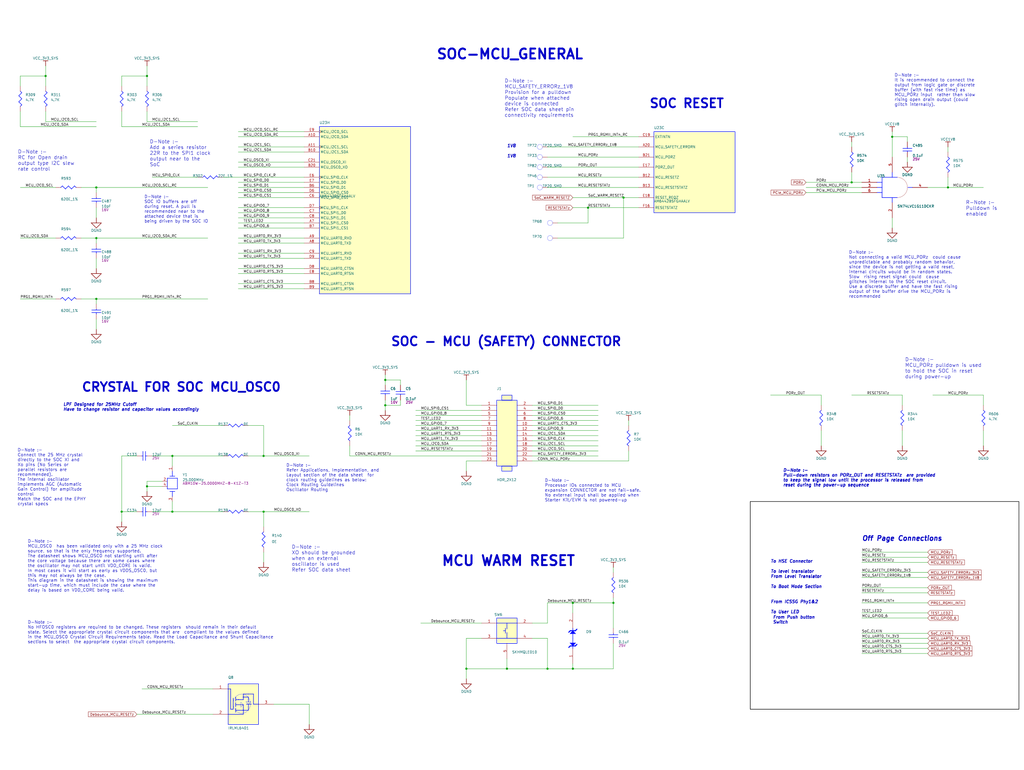
<source format=kicad_sch>
(kicad_sch (version 20231120) (generator "eeschema") (generator_version "8.0")
  (paper "User" 513.08 386.08)
  (lib_symbols
    (symbol "34-altium-import:DGND_SIGNAL_GROUND" (power)
      (property "Reference" "#PWR" (at 0 0 0))
      (property "Value" "DGND" (at 0 6.35 0))
      (symbol "DGND_SIGNAL_GROUND_0_0"
        (pin power_in line (at 0 0 0) (length 0) hide (name "DGND") (number ""))
      )
    )
    (symbol "34-altium-import:VCC1V8_BAR" (power)
      (property "Reference" "#PWR" (at 0 0 0))
      (property "Value" "VCC1V8" (at 0 3.81 0))
      (symbol "VCC1V8_BAR_0_0"
        (pin power_in line (at 0 0 0) (length 0) hide (name "VCC1V8") (number ""))
      )
    )
    (symbol "34-altium-import:VCC_3V3_SYS_BAR" (power)
      (property "Reference" "#PWR" (at 0 0 0))
      (property "Value" "VCC_3V3_SYS" (at 0 3.81 0))
      (symbol "VCC_3V3_SYS_BAR_0_0"
        (pin power_in line (at 0 0 0) (length 0) hide (name "VCC_3V3_SYS") (number ""))
      )
    )
    (symbol "34-altium-import:root_0_CAP_Dup3"
      (symbol "root_0_CAP_Dup3_1_0"
        (pin passive line (at 2.54 2.54 270) (length 2.54) (name "1") (number "1"))
        (pin passive line (at 2.54 -5.08 90) (length 2.54) (name "2") (number "2"))
      )
    )
    (symbol "34-altium-import:root_0_HEADER_12X2"
      (symbol "root_0_HEADER_12X2_1_0"
        (pin passive line (at -7.62 -5.08 0) (length 7.62) (name "1") (number "1"))
        (pin passive line (at 17.78 -15.24 180) (length 7.62) (name "10") (number "10"))
        (pin passive line (at -7.62 -17.78 0) (length 7.62) (name "11") (number "11"))
        (pin passive line (at 17.78 -17.78 180) (length 7.62) (name "12") (number "12"))
        (pin passive line (at -7.62 -20.32 0) (length 7.62) (name "13") (number "13"))
        (pin passive line (at 17.78 -20.32 180) (length 7.62) (name "14") (number "14"))
        (pin passive line (at -7.62 -22.86 0) (length 7.62) (name "15") (number "15"))
        (pin passive line (at 17.78 -22.86 180) (length 7.62) (name "16") (number "16"))
        (pin passive line (at -7.62 -25.4 0) (length 7.62) (name "17") (number "17"))
        (pin passive line (at 17.78 -25.4 180) (length 7.62) (name "18") (number "18"))
        (pin passive line (at -7.62 -27.94 0) (length 7.62) (name "19") (number "19"))
        (pin passive line (at 17.78 -5.08 180) (length 7.62) (name "2") (number "2"))
        (pin passive line (at 17.78 -27.94 180) (length 7.62) (name "20") (number "20"))
        (pin passive line (at -7.62 -30.48 0) (length 7.62) (name "21") (number "21"))
        (pin passive line (at 17.78 -30.48 180) (length 7.62) (name "22") (number "22"))
        (pin passive line (at -7.62 -33.02 0) (length 7.62) (name "23") (number "23"))
        (pin passive line (at 17.78 -33.02 180) (length 7.62) (name "24") (number "24"))
        (pin passive line (at -7.62 -7.62 0) (length 7.62) (name "3") (number "3"))
        (pin passive line (at 17.78 -7.62 180) (length 7.62) (name "4") (number "4"))
        (pin passive line (at -7.62 -10.16 0) (length 7.62) (name "5") (number "5"))
        (pin passive line (at 17.78 -10.16 180) (length 7.62) (name "6") (number "6"))
        (pin passive line (at -7.62 -12.7 0) (length 7.62) (name "7") (number "7"))
        (pin passive line (at 17.78 -12.7 180) (length 7.62) (name "8") (number "8"))
        (pin passive line (at -7.62 -15.24 0) (length 7.62) (name "9") (number "9"))
      )
    )
    (symbol "34-altium-import:root_0_MOSFET_IRLML6401TR"
      (symbol "root_0_MOSFET_IRLML6401TR_1_0"
        (pin passive line (at -7.62 -2.54 0) (length 7.62) (name "G") (number "1"))
        (pin passive line (at -7.62 -15.24 0) (length 7.62) (name "S") (number "2"))
        (pin passive line (at 22.86 -10.16 180) (length 7.62) (name "D") (number "3"))
      )
    )
    (symbol "34-altium-import:root_0_RESISTOR_Dup6"
      (symbol "root_0_RESISTOR_Dup6_1_0"
        (pin passive line (at 2.54 2.54 270) (length 2.54) (name "1") (number "1"))
        (pin passive line (at 2.54 -10.16 90) (length 2.54) (name "2") (number "2"))
      )
    )
    (symbol "34-altium-import:root_0_SN74LVC1G11DCKR_SC70-6"
      (symbol "root_0_SN74LVC1G11DCKR_SC70-6_1_0"
        (pin input line (at -7.62 -5.08 0) (length 7.62) (name "A") (number "1"))
        (pin power_in line (at 7.62 -22.86 90) (length 7.62) (name "GND") (number "2"))
        (pin input line (at -7.62 -7.62 0) (length 7.62) (name "B") (number "3"))
        (pin output line (at 25.4 -7.62 180) (length 7.62) (name "Y") (number "4"))
        (pin power_in line (at 7.62 7.62 270) (length 7.62) (name "VCC") (number "5"))
        (pin input line (at -7.62 -10.16 0) (length 7.62) (name "C") (number "6"))
      )
    )
    (symbol "34-altium-import:root_0_SW4_SKHUPLE010"
      (symbol "root_0_SW4_SKHUPLE010_1_0"
        (pin passive line (at -7.62 -2.54 0) (length 7.62) (name "1") (number "1"))
        (pin passive line (at 17.78 -2.54 180) (length 7.62) (name "2") (number "2"))
        (pin passive line (at -7.62 -10.16 0) (length 7.62) (name "3") (number "3"))
        (pin passive line (at 17.78 -10.16 180) (length 7.62) (name "4") (number "4"))
        (pin power_in line (at 5.08 -20.32 90) (length 7.62) (name "GND") (number "5"))
      )
    )
    (symbol "34-altium-import:root_0_TESTPOINT"
      (symbol "root_0_TESTPOINT_1_0"
        (pin passive line (at 5.08 -2.54 180) (length 2.54) (name "TP") (number "1"))
      )
    )
    (symbol "34-altium-import:root_0_XAM6442BSFGGAALV_BGA441"
      (property "Reference" "U23" (at 0 1.27 0))
      (property "Value" "AM6442BSFGHAALV" (at 0 -35.56 0))
      (symbol "root_0_XAM6442BSFGGAALV_BGA441_1_0"
        (pin passive line (at -7.62 -20.32 0) (length 7.62) (name "SPI0_D0") (number "A13"))
        (pin passive line (at -7.62 -22.86 0) (length 7.62) (name "SPI0_D1") (number "A14"))
        (pin passive line (at -7.62 -38.1 0) (length 7.62) (name "SPI1_D1") (number "A15"))
        (pin passive line (at 66.04 -22.86 180) (length 7.62) (name "UART0_RTSN") (number "A16"))
        (pin passive line (at 66.04 -5.08 180) (length 7.62) (name "MCAN0_TX") (number "A17"))
        (pin passive clock (at -7.62 -2.54 0) (length 7.62) (name "I2C0_SCL") (number "A18"))
        (pin passive line (at 66.04 -58.42 180) (length 7.62) (name "EXT_REFCLK1") (number "A19"))
        (pin passive line (at -7.62 -40.64 0) (length 7.62) (name "SPI1_CS0") (number "B14"))
        (pin passive line (at -7.62 -35.56 0) (length 7.62) (name "SPI1_D0") (number "B15"))
        (pin passive line (at 66.04 -17.78 180) (length 7.62) (name "UART0_CTSN") (number "B16"))
        (pin passive line (at 66.04 -2.54 180) (length 7.62) (name "MCAN0_RX") (number "B17"))
        (pin passive line (at -7.62 -5.08 0) (length 7.62) (name "I2C0_SDA") (number "B18"))
        (pin passive line (at -7.62 -12.7 0) (length 7.62) (name "I2C1_SDA") (number "B19"))
        (pin passive line (at -7.62 -27.94 0) (length 7.62) (name "SPI0_CS1") (number "C13"))
        (pin passive clock (at -7.62 -33.02 0) (length 7.62) (name "SPI1_CLK") (number "C14"))
        (pin passive line (at 66.04 -30.48 180) (length 7.62) (name "UART0_TXD") (number "C16"))
        (pin passive line (at 66.04 -12.7 180) (length 7.62) (name "MCAN1_TX") (number "C17"))
        (pin passive clock (at -7.62 -10.16 0) (length 7.62) (name "I2C1_SCL") (number "C18"))
        (pin passive line (at -7.62 -25.4 0) (length 7.62) (name "SPI0_CS0") (number "D12"))
        (pin passive clock (at -7.62 -17.78 0) (length 7.62) (name "SPI0_CLK") (number "D13"))
        (pin passive line (at -7.62 -43.18 0) (length 7.62) (name "SPI1_CS1") (number "D14"))
        (pin passive line (at 66.04 -27.94 180) (length 7.62) (name "UART0_RXD") (number "D15"))
        (pin passive line (at 66.04 -35.56 180) (length 7.62) (name "UART1_CTSN") (number "D16"))
        (pin passive line (at 66.04 -10.16 180) (length 7.62) (name "MCAN1_RX") (number "D17"))
        (pin passive line (at 66.04 -53.34 180) (length 7.62) (name "ECAP0_IN_APWM_OUT") (number "D18"))
        (pin passive line (at -7.62 -50.8 0) (length 7.62) (name "RSVD1") (number "D21"))
        (pin passive line (at 66.04 -48.26 180) (length 7.62) (name "UART1_TXD") (number "E14"))
        (pin passive line (at 66.04 -45.72 180) (length 7.62) (name "UART1_RXD") (number "E15"))
        (pin passive line (at 66.04 -40.64 180) (length 7.62) (name "UART1_RTSN") (number "E16"))
        (pin passive line (at -7.62 -68.58 0) (length 7.62) (name "RSVD8") (number "F12"))
        (pin passive line (at -7.62 -55.88 0) (length 7.62) (name "RSVD3") (number "F17"))
        (pin passive line (at -7.62 -53.34 0) (length 7.62) (name "RSVD2") (number "G13"))
        (pin passive line (at -7.62 -48.26 0) (length 7.62) (name "RSVD0") (number "H16"))
        (pin passive line (at -7.62 -66.04 0) (length 7.62) (name "RSVD7") (number "K1"))
        (pin passive line (at -7.62 -63.5 0) (length 7.62) (name "RSVD6") (number "K2"))
        (pin passive line (at -7.62 -60.96 0) (length 7.62) (name "RSVD5") (number "V16"))
        (pin passive line (at -7.62 -58.42 0) (length 7.62) (name "RSVD4") (number "W15"))
      )
      (symbol "root_0_XAM6442BSFGGAALV_BGA441_2_0"
        (pin output line (at -7.62 -15.24 0) (length 7.62) (name "TDO") (number "A12"))
        (pin input clock (at -7.62 -10.16 0) (length 7.62) (name "TCK") (number "B11"))
        (pin input line (at -7.62 -12.7 0) (length 7.62) (name "TDI") (number "C11"))
        (pin passive line (at -7.62 -17.78 0) (length 7.62) (name "TMS") (number "C12"))
        (pin passive line (at -7.62 -2.54 0) (length 7.62) (name "EMU0") (number "D10"))
        (pin passive line (at -7.62 -20.32 0) (length 7.62) (name "TRSTN") (number "D11"))
        (pin passive line (at -7.62 -5.08 0) (length 7.62) (name "EMU1") (number "E10"))
      )
      (symbol "root_0_XAM6442BSFGGAALV_BGA441_3_0"
        (pin passive line (at -7.62 -7.62 0) (length 7.62) (name "MCU_SAFETY_ERRORN") (number "A20"))
        (pin passive line (at -7.62 -22.86 0) (length 7.62) (name "MCU_RESETZ") (number "B12"))
        (pin passive line (at -7.62 -27.94 0) (length 7.62) (name "MCU_RESETSTATZ") (number "B13"))
        (pin passive line (at -7.62 -12.7 0) (length 7.62) (name "MCU_PORZ") (number "B21"))
        (pin passive line (at -7.62 -2.54 0) (length 7.62) (name "EXTINTN") (number "C19"))
        (pin passive line (at -7.62 -17.78 0) (length 7.62) (name "PORZ_OUT") (number "E17"))
        (pin passive line (at -7.62 -33.02 0) (length 7.62) (name "RESET_REQZ") (number "E18"))
        (pin passive line (at -7.62 -38.1 0) (length 7.62) (name "RESETSTATZ") (number "F16"))
      )
      (symbol "root_0_XAM6442BSFGGAALV_BGA441_4_0"
        (pin passive line (at -7.62 -2.54 0) (length 7.62) (name "USB0_DP") (number "AA19"))
        (pin passive line (at -7.62 -5.08 0) (length 7.62) (name "USB0_DM") (number "AA20"))
        (pin passive line (at -7.62 -25.4 0) (length 7.62) (name "USB0_DRVVBUS") (number "E19"))
        (pin passive line (at -7.62 -20.32 0) (length 7.62) (name "USB0_VBUS") (number "T14"))
        (pin passive line (at -7.62 -10.16 0) (length 7.62) (name "USB0_ID") (number "U16"))
        (pin passive line (at -7.62 -15.24 0) (length 7.62) (name "USB0_RCALIB") (number "U17"))
      )
      (symbol "root_0_XAM6442BSFGGAALV_BGA441_5_0"
        (pin passive line (at -7.62 -10.16 0) (length 7.62) (name "ADC0_AIN3") (number "D20"))
        (pin passive line (at -7.62 -20.32 0) (length 7.62) (name "ADC0_AIN7") (number "E20"))
        (pin passive line (at -7.62 -7.62 0) (length 7.62) (name "ADC0_AIN2") (number "E21"))
        (pin passive line (at -7.62 -17.78 0) (length 7.62) (name "ADC0_AIN6") (number "F19"))
        (pin passive line (at -7.62 -5.08 0) (length 7.62) (name "ADC0_AIN1") (number "F20"))
        (pin passive line (at -7.62 -15.24 0) (length 7.62) (name "ADC0_AIN5") (number "F21"))
        (pin passive line (at -7.62 -2.54 0) (length 7.62) (name "ADC0_AIN0") (number "G20"))
        (pin passive line (at -7.62 -12.7 0) (length 7.62) (name "ADC0_AIN4") (number "G21"))
      )
      (symbol "root_0_XAM6442BSFGGAALV_BGA441_6_0"
        (pin passive line (at -7.62 -91.44 0) (length 7.62) (name "GPMC0_WPN") (number "N16"))
        (pin passive line (at -7.62 -78.74 0) (length 7.62) (name "GPMC0_DIR") (number "N17"))
        (pin passive line (at -7.62 -63.5 0) (length 7.62) (name "GPMC0_ADVN_ALE") (number "P16"))
        (pin passive line (at -7.62 -68.58 0) (length 7.62) (name "GPMC0_BE0N_CLE") (number "P17"))
        (pin passive line (at -7.62 -55.88 0) (length 7.62) (name "GPMC0_CSN2") (number "P19"))
        (pin passive line (at -7.62 -33.02 0) (length 7.62) (name "GPMC0_AD10") (number "R16"))
        (pin passive clock (at -7.62 -2.54 0) (length 7.62) (name "GPMC0_CLK") (number "R17"))
        (pin passive line (at -7.62 -96.52 0) (length 7.62) (name "GPMC0_OEN_REN") (number "R18"))
        (pin passive line (at -7.62 -50.8 0) (length 7.62) (name "GPMC0_CSN0") (number "R19"))
        (pin passive line (at -7.62 -53.34 0) (length 7.62) (name "GPMC0_CSN1") (number "R20"))
        (pin passive line (at -7.62 -58.42 0) (length 7.62) (name "GPMC0_CSN3") (number "R21"))
        (pin passive line (at -7.62 -30.48 0) (length 7.62) (name "GPMC0_AD9") (number "T17"))
        (pin passive line (at -7.62 -12.7 0) (length 7.62) (name "GPMC0_AD2") (number "T18"))
        (pin passive line (at -7.62 -73.66 0) (length 7.62) (name "GPMC0_BE1N") (number "T19"))
        (pin passive line (at -7.62 -7.62 0) (length 7.62) (name "GPMC0_AD0") (number "T20"))
        (pin passive line (at -7.62 -101.6 0) (length 7.62) (name "GPMC0_WEN") (number "T21"))
        (pin passive line (at -7.62 -17.78 0) (length 7.62) (name "GPMC0_AD4") (number "U18"))
        (pin passive line (at -7.62 -20.32 0) (length 7.62) (name "GPMC0_AD5") (number "U19"))
        (pin passive line (at -7.62 -15.24 0) (length 7.62) (name "GPMC0_AD3") (number "U20"))
        (pin passive line (at -7.62 -10.16 0) (length 7.62) (name "GPMC0_AD1") (number "U21"))
        (pin passive line (at -7.62 -40.64 0) (length 7.62) (name "GPMC0_AD13") (number "V18"))
        (pin passive line (at -7.62 -27.94 0) (length 7.62) (name "GPMC0_AD8") (number "V19"))
        (pin passive line (at -7.62 -22.86 0) (length 7.62) (name "GPMC0_AD6") (number "V20"))
        (pin passive line (at -7.62 -25.4 0) (length 7.62) (name "GPMC0_AD7") (number "V21"))
        (pin passive line (at -7.62 -83.82 0) (length 7.62) (name "GPMC0_WAIT0") (number "W19"))
        (pin passive line (at -7.62 -35.56 0) (length 7.62) (name "GPMC0_AD11") (number "W20"))
        (pin passive line (at -7.62 -38.1 0) (length 7.62) (name "GPMC0_AD12") (number "W21"))
        (pin passive line (at -7.62 -86.36 0) (length 7.62) (name "GPMC0_WAIT1") (number "Y18"))
        (pin passive line (at -7.62 -45.72 0) (length 7.62) (name "GPMC0_AD15") (number "Y20"))
        (pin passive line (at -7.62 -43.18 0) (length 7.62) (name "GPMC0_AD14") (number "Y21"))
      )
      (symbol "root_0_XAM6442BSFGGAALV_BGA441_7_0"
        (pin passive line (at 60.96 -12.7 180) (length 7.62) (name "DDR0_DQ1") (number "A2"))
        (pin passive line (at 60.96 -10.16 180) (length 7.62) (name "DDR0_DQ0") (number "A3"))
        (pin passive line (at 60.96 -17.78 180) (length 7.62) (name "DDR0_DQ3") (number "A4"))
        (pin passive line (at 60.96 -55.88 180) (length 7.62) (name "DDR0_DQS0_N") (number "B1"))
        (pin passive line (at 60.96 -2.54 180) (length 7.62) (name "DDR0_DM0") (number "B2"))
        (pin passive line (at 60.96 -20.32 180) (length 7.62) (name "DDR0_DQ4") (number "B3"))
        (pin passive line (at 60.96 -27.94 180) (length 7.62) (name "DDR0_DQ7") (number "B4"))
        (pin passive line (at 60.96 -15.24 180) (length 7.62) (name "DDR0_DQ2") (number "B5"))
        (pin passive line (at 60.96 -53.34 180) (length 7.62) (name "DDR0_DQS0") (number "C1"))
        (pin passive line (at 60.96 -25.4 180) (length 7.62) (name "DDR0_DQ6") (number "C2"))
        (pin passive line (at 60.96 -22.86 180) (length 7.62) (name "DDR0_DQ5") (number "C4"))
        (pin passive line (at -7.62 -5.08 0) (length 7.62) (name "DDR0_A1") (number "C5"))
        (pin passive line (at -7.62 -2.54 0) (length 7.62) (name "DDR0_A0") (number "D2"))
        (pin passive line (at -7.62 -12.7 0) (length 7.62) (name "DDR0_A4") (number "D3"))
        (pin passive line (at -7.62 -10.16 0) (length 7.62) (name "DDR0_A3") (number "D4"))
        (pin passive line (at -7.62 -124.46 0) (length 7.62) (name "DDR0_RESET0_N") (number "D5"))
        (pin passive line (at -7.62 -66.04 0) (length 7.62) (name "DDR0_CK0_N") (number "E1"))
        (pin passive line (at -7.62 -7.62 0) (length 7.62) (name "DDR0_A2") (number "E2"))
        (pin passive line (at -7.62 -78.74 0) (length 7.62) (name "DDR0_CS0_N") (number "E3"))
        (pin passive line (at -7.62 -81.28 0) (length 7.62) (name "DDR0_CS1_N") (number "E4"))
        (pin passive line (at -7.62 -86.36 0) (length 7.62) (name "DDR0_ODT0") (number "E5"))
        (pin passive line (at -7.62 -63.5 0) (length 7.62) (name "DDR0_CK0") (number "F1"))
        (pin passive line (at -7.62 -15.24 0) (length 7.62) (name "DDR0_A5") (number "F2"))
        (pin passive line (at -7.62 -73.66 0) (length 7.62) (name "DDR0_CKE1") (number "F3"))
        (pin passive line (at -7.62 -71.12 0) (length 7.62) (name "DDR0_CKE0") (number "F4"))
        (pin passive line (at -7.62 -88.9 0) (length 7.62) (name "DDR0_ODT1") (number "F5"))
        (pin passive line (at -7.62 -119.38 0) (length 7.62) (name "DDR0_RAS_N") (number "F6"))
        (pin passive line (at -7.62 -48.26 0) (length 7.62) (name "DDR0_BG0") (number "G2"))
        (pin passive line (at -7.62 -40.64 0) (length 7.62) (name "DDR0_BA0") (number "G4"))
        (pin passive line (at -7.62 -43.18 0) (length 7.62) (name "DDR0_BA1") (number "G5"))
        (pin passive line (at -7.62 -99.06 0) (length 7.62) (name "DDR0_ALERT_N") (number "H1"))
        (pin passive line (at -7.62 -93.98 0) (length 7.62) (name "DDR0_ACT_N") (number "H2"))
        (pin passive line (at -7.62 -50.8 0) (length 7.62) (name "DDR0_BG1") (number "H3"))
        (pin passive line (at -7.62 -129.54 0) (length 7.62) (name "DDR0_WE_N") (number "H4"))
        (pin passive line (at -7.62 -104.14 0) (length 7.62) (name "DDR0_CAL0") (number "H5"))
        (pin passive line (at -7.62 -30.48 0) (length 7.62) (name "DDR0_A11") (number "J1"))
        (pin passive line (at -7.62 -17.78 0) (length 7.62) (name "DDR0_A6") (number "J2"))
        (pin passive line (at -7.62 -22.86 0) (length 7.62) (name "DDR0_A8") (number "J3"))
        (pin passive line (at -7.62 -25.4 0) (length 7.62) (name "DDR0_A9") (number "J4"))
        (pin passive line (at -7.62 -109.22 0) (length 7.62) (name "DDR0_CAS_N") (number "J5"))
        (pin passive line (at -7.62 -27.94 0) (length 7.62) (name "DDR0_A10") (number "K3"))
        (pin passive line (at -7.62 -35.56 0) (length 7.62) (name "DDR0_A13") (number "K4"))
        (pin passive line (at -7.62 -114.3 0) (length 7.62) (name "DDR0_PAR") (number "K5"))
        (pin passive line (at 60.96 -35.56 180) (length 7.62) (name "DDR0_DQ10") (number "L2"))
        (pin passive line (at 60.96 -33.02 180) (length 7.62) (name "DDR0_DQ9") (number "L4"))
        (pin passive line (at -7.62 -20.32 0) (length 7.62) (name "DDR0_A7") (number "L5"))
        (pin passive line (at 60.96 -63.5 180) (length 7.62) (name "DDR0_DQS1_N") (number "M1"))
        (pin passive line (at 60.96 -5.08 180) (length 7.62) (name "DDR0_DM1") (number "M2"))
        (pin passive line (at 60.96 -38.1 180) (length 7.62) (name "DDR0_DQ11") (number "M3"))
        (pin passive line (at 60.96 -45.72 180) (length 7.62) (name "DDR0_DQ14") (number "M4"))
        (pin passive line (at -7.62 -33.02 0) (length 7.62) (name "DDR0_A12") (number "M5"))
        (pin passive line (at 60.96 -60.96 180) (length 7.62) (name "DDR0_DQS1") (number "N1"))
        (pin passive line (at 60.96 -48.26 180) (length 7.62) (name "DDR0_DQ15") (number "N2"))
        (pin passive line (at 60.96 -43.18 180) (length 7.62) (name "DDR0_DQ13") (number "N3"))
        (pin passive line (at 60.96 -40.64 180) (length 7.62) (name "DDR0_DQ12") (number "N4"))
        (pin passive line (at 60.96 -30.48 180) (length 7.62) (name "DDR0_DQ8") (number "N5"))
      )
      (symbol "root_0_XAM6442BSFGGAALV_BGA441_8_0"
        (pin passive line (at -7.62 -5.08 0) (length 7.62) (name "MCU_I2C0_SDA") (number "A10"))
        (pin passive clock (at -7.62 -10.16 0) (length 7.62) (name "MCU_I2C1_SCL") (number "A11"))
        (pin passive line (at -7.62 -48.26 0) (length 7.62) (name "MCU_SPI1_CS0") (number "A7"))
        (pin passive line (at -7.62 -58.42 0) (length 7.62) (name "MCU_UART0_TXD") (number "A8"))
        (pin passive line (at -7.62 -55.88 0) (length 7.62) (name "MCU_UART0_RXD") (number "A9"))
        (pin passive line (at -7.62 -12.7 0) (length 7.62) (name "MCU_I2C1_SDA") (number "B10"))
        (pin passive line (at -7.62 -20.32 0) (length 7.62) (name "MCU_OSC0_XO") (number "B20"))
        (pin passive line (at -7.62 -30.48 0) (length 7.62) (name "MCU_SPI0_D1") (number "B6"))
        (pin passive line (at -7.62 -50.8 0) (length 7.62) (name "MCU_SPI1_CS1") (number "B7"))
        (pin passive line (at -7.62 -78.74 0) (length 7.62) (name "MCU_UART1_CTSN") (number "B8"))
        (pin passive line (at -7.62 -81.28 0) (length 7.62) (name "MCU_UART1_RTSN") (number "B9"))
        (pin passive line (at -7.62 -17.78 0) (length 7.62) (name "MCU_OSC0_XI") (number "C21"))
        (pin passive line (at -7.62 -35.56 0) (length 7.62) (name "MCU_SPI0_CS1") (number "C6"))
        (pin passive line (at -7.62 -43.18 0) (length 7.62) (name "MCU_SPI1_D0") (number "C7"))
        (pin passive line (at -7.62 -45.72 0) (length 7.62) (name "MCU_SPI1_D1") (number "C8"))
        (pin passive line (at -7.62 -63.5 0) (length 7.62) (name "MCU_UART1_RXD") (number "C9"))
        (pin passive line (at -7.62 -33.02 0) (length 7.62) (name "MCU_SPI0_CS0") (number "D6"))
        (pin passive clock (at -7.62 -40.64 0) (length 7.62) (name "MCU_SPI1_CLK") (number "D7"))
        (pin passive line (at -7.62 -71.12 0) (length 7.62) (name "MCU_UART0_CTSN") (number "D8"))
        (pin passive line (at -7.62 -66.04 0) (length 7.62) (name "MCU_UART1_TXD") (number "D9"))
        (pin passive clock (at -7.62 -25.4 0) (length 7.62) (name "MCU_SPI0_CLK") (number "E6"))
        (pin passive line (at -7.62 -27.94 0) (length 7.62) (name "MCU_SPI0_D0") (number "E7"))
        (pin passive line (at -7.62 -73.66 0) (length 7.62) (name "MCU_UART0_RTSN") (number "E8"))
        (pin passive clock (at -7.62 -2.54 0) (length 7.62) (name "MCU_I2C0_SCL") (number "E9"))
      )
      (symbol "root_0_XAM6442BSFGGAALV_BGA441_9_0"
        (pin passive line (at -7.62 -73.66 0) (length 7.62) (name "MMC1_SDWP") (number "C20"))
        (pin passive line (at -7.62 -68.58 0) (length 7.62) (name "MMC1_SDCD") (number "D19"))
        (pin passive line (at -7.62 -40.64 0) (length 7.62) (name "MMC0_CALPAD") (number "F18"))
        (pin passive line (at -7.62 -25.4 0) (length 7.62) (name "MMC0_DAT7") (number "G17"))
        (pin passive clock (at -7.62 -2.54 0) (length 7.62) (name "MMC0_CLK") (number "G18"))
        (pin passive line (at -7.62 -35.56 0) (length 7.62) (name "MMC0_DS") (number "G19"))
        (pin passive line (at -7.62 -17.78 0) (length 7.62) (name "MMC0_DAT4") (number "H17"))
        (pin passive line (at -7.62 -22.86 0) (length 7.62) (name "MMC0_DAT6") (number "H18"))
        (pin passive line (at -7.62 -20.32 0) (length 7.62) (name "MMC0_DAT5") (number "H19"))
        (pin passive line (at -7.62 -15.24 0) (length 7.62) (name "MMC0_DAT3") (number "J17"))
        (pin passive line (at -7.62 -12.7 0) (length 7.62) (name "MMC0_DAT2") (number "J18"))
        (pin passive line (at -7.62 -63.5 0) (length 7.62) (name "MMC1_CMD") (number "J19"))
        (pin passive line (at -7.62 -10.16 0) (length 7.62) (name "MMC0_DAT1") (number "J20"))
        (pin passive line (at -7.62 -30.48 0) (length 7.62) (name "MMC0_CMD") (number "J21"))
        (pin passive line (at -7.62 -58.42 0) (length 7.62) (name "MMC1_DAT3") (number "K18"))
        (pin passive line (at -7.62 -55.88 0) (length 7.62) (name "MMC1_DAT2") (number "K19"))
        (pin passive line (at -7.62 -7.62 0) (length 7.62) (name "MMC0_DAT0") (number "K20"))
        (pin passive line (at -7.62 -50.8 0) (length 7.62) (name "MMC1_DAT0") (number "K21"))
        (pin passive clock (at -7.62 -45.72 0) (length 7.62) (name "MMC1_CLK") (number "L20"))
        (pin passive line (at -7.62 -53.34 0) (length 7.62) (name "MMC1_DAT1") (number "L21"))
      )
      (symbol "root_0_XAM6442BSFGGAALV_BGA441_10_0"
        (pin passive line (at -7.62 -40.64 0) (length 7.62) (name "OSPI0_CSN2") (number "K17"))
        (pin passive line (at -7.62 -43.18 0) (length 7.62) (name "OSPI0_CSN3") (number "L17"))
        (pin passive line (at -7.62 -38.1 0) (length 7.62) (name "OSPI0_CSN1") (number "L18"))
        (pin passive line (at -7.62 -35.56 0) (length 7.62) (name "OSPI0_CSN0") (number "L19"))
        (pin passive line (at -7.62 -25.4 0) (length 7.62) (name "OSPI0_D7") (number "M17"))
        (pin passive line (at -7.62 -10.16 0) (length 7.62) (name "OSPI0_D1") (number "M18"))
        (pin passive line (at -7.62 -7.62 0) (length 7.62) (name "OSPI0_D0") (number "M19"))
        (pin passive line (at -7.62 -12.7 0) (length 7.62) (name "OSPI0_D2") (number "M20"))
        (pin passive line (at -7.62 -15.24 0) (length 7.62) (name "OSPI0_D3") (number "M21"))
        (pin passive line (at -7.62 -22.86 0) (length 7.62) (name "OSPI0_D6") (number "N18"))
        (pin passive line (at -7.62 -30.48 0) (length 7.62) (name "OSPI0_DQS") (number "N19"))
        (pin passive line (at -7.62 -2.54 0) (length 7.62) (name "OSPI0_CLK") (number "N20"))
        (pin passive line (at -7.62 -48.26 0) (length 7.62) (name "OSPI0_LBCLKO") (number "N21"))
        (pin passive line (at -7.62 -20.32 0) (length 7.62) (name "OSPI0_D5") (number "P20"))
        (pin passive line (at -7.62 -17.78 0) (length 7.62) (name "OSPI0_D4") (number "P21"))
      )
      (symbol "root_0_XAM6442BSFGGAALV_BGA441_11_0"
        (pin passive line (at -7.62 -22.86 0) (length 7.62) (name "PRG0_PRU0_GPO4") (number "AA2"))
        (pin passive line (at -7.62 -43.18 0) (length 7.62) (name "PRG0_PRU0_GPO12") (number "AA3"))
        (pin passive line (at -7.62 -106.68 0) (length 7.62) (name "PRG0_PRU1_GPO16") (number "AA4"))
        (pin passive line (at -7.62 -38.1 0) (length 7.62) (name "PRG0_PRU0_GPO10") (number "AA5"))
        (pin passive line (at -7.62 -7.62 0) (length 7.62) (name "PRG0_MDIO0_MDIO") (number "P2"))
        (pin passive line (at -7.62 -2.54 0) (length 7.62) (name "PRG0_MDIO0_MDC") (number "P3"))
        (pin passive line (at -7.62 -78.74 0) (length 7.62) (name "PRG0_PRU1_GPO5") (number "P4"))
        (pin passive line (at -7.62 -111.76 0) (length 7.62) (name "PRG0_PRU1_GPO18") (number "P5"))
        (pin passive line (at -7.62 -86.36 0) (length 7.62) (name "PRG0_PRU1_GPO8") (number "R1"))
        (pin passive line (at -7.62 -114.3 0) (length 7.62) (name "PRG0_PRU1_GPO19") (number "R2"))
        (pin passive line (at -7.62 -25.4 0) (length 7.62) (name "PRG0_PRU0_GPO5") (number "R3"))
        (pin passive line (at -7.62 -15.24 0) (length 7.62) (name "PRG0_PRU0_GPO1") (number "R4"))
        (pin passive line (at -7.62 -81.28 0) (length 7.62) (name "PRG0_PRU1_GPO6") (number "R5"))
        (pin passive line (at -7.62 -45.72 0) (length 7.62) (name "PRG0_PRU0_GPO13") (number "R6"))
        (pin passive line (at -7.62 -30.48 0) (length 7.62) (name "PRG0_PRU0_GPO7") (number "T1"))
        (pin passive line (at -7.62 -33.02 0) (length 7.62) (name "PRG0_PRU0_GPO8") (number "T2"))
        (pin passive line (at -7.62 -27.94 0) (length 7.62) (name "PRG0_PRU0_GPO6") (number "T3"))
        (pin passive line (at -7.62 -73.66 0) (length 7.62) (name "PRG0_PRU1_GPO3") (number "T4"))
        (pin passive line (at -7.62 -50.8 0) (length 7.62) (name "PRG0_PRU0_GPO15") (number "T5"))
        (pin passive line (at -7.62 -99.06 0) (length 7.62) (name "PRG0_PRU1_GPO13") (number "T6"))
        (pin passive line (at -7.62 -55.88 0) (length 7.62) (name "PRG0_PRU0_GPO17") (number "U1"))
        (pin passive line (at -7.62 -17.78 0) (length 7.62) (name "PRG0_PRU0_GPO2") (number "U2"))
        (pin passive line (at -7.62 -53.34 0) (length 7.62) (name "PRG0_PRU0_GPO16") (number "U4"))
        (pin passive line (at -7.62 -104.14 0) (length 7.62) (name "PRG0_PRU1_GPO15") (number "U5"))
        (pin passive line (at -7.62 -101.6 0) (length 7.62) (name "PRG0_PRU1_GPO14") (number "U6"))
        (pin passive line (at -7.62 -58.42 0) (length 7.62) (name "PRG0_PRU0_GPO18") (number "V1"))
        (pin passive line (at -7.62 -20.32 0) (length 7.62) (name "PRG0_PRU0_GPO3") (number "V2"))
        (pin passive line (at -7.62 -71.12 0) (length 7.62) (name "PRG0_PRU1_GPO2") (number "V3"))
        (pin passive line (at -7.62 -48.26 0) (length 7.62) (name "PRG0_PRU0_GPO14") (number "V4"))
        (pin passive line (at -7.62 -109.22 0) (length 7.62) (name "PRG0_PRU1_GPO17") (number "V5"))
        (pin passive line (at -7.62 -91.44 0) (length 7.62) (name "PRG0_PRU1_GPO10") (number "V6"))
        (pin passive line (at -7.62 -60.96 0) (length 7.62) (name "PRG0_PRU0_GPO19") (number "W1"))
        (pin passive line (at -7.62 -68.58 0) (length 7.62) (name "PRG0_PRU1_GPO1") (number "W2"))
        (pin passive line (at -7.62 -76.2 0) (length 7.62) (name "PRG0_PRU1_GPO4") (number "W3"))
        (pin passive line (at -7.62 -93.98 0) (length 7.62) (name "PRG0_PRU1_GPO11") (number "W4"))
        (pin passive line (at -7.62 -83.82 0) (length 7.62) (name "PRG0_PRU1_GPO7") (number "W5"))
        (pin passive line (at -7.62 -35.56 0) (length 7.62) (name "PRG0_PRU0_GPO9") (number "W6"))
        (pin passive line (at -7.62 -12.7 0) (length 7.62) (name "PRG0_PRU0_GPO0") (number "Y1"))
        (pin passive line (at -7.62 -66.04 0) (length 7.62) (name "PRG0_PRU1_GPO0") (number "Y2"))
        (pin passive line (at -7.62 -40.64 0) (length 7.62) (name "PRG0_PRU0_GPO11") (number "Y3"))
        (pin passive line (at -7.62 -96.52 0) (length 7.62) (name "PRG0_PRU1_GPO12") (number "Y4"))
        (pin passive line (at -7.62 -88.9 0) (length 7.62) (name "PRG0_PRU1_GPO9") (number "Y5"))
      )
      (symbol "root_0_XAM6442BSFGGAALV_BGA441_12_0"
        (pin passive line (at -7.62 -96.52 0) (length 7.62) (name "PRG1_PRU1_GPO11") (number "AA10"))
        (pin passive line (at -7.62 -104.14 0) (length 7.62) (name "PRG1_PRU1_GPO14") (number "AA11"))
        (pin passive line (at -7.62 -73.66 0) (length 7.62) (name "PRG1_PRU1_GPO2") (number "AA12"))
        (pin passive line (at -7.62 -81.28 0) (length 7.62) (name "PRG1_PRU1_GPO5") (number "AA13"))
        (pin passive line (at -7.62 -111.76 0) (length 7.62) (name "PRG1_PRU1_GPO17") (number "AA14"))
        (pin passive line (at -7.62 -10.16 0) (length 7.62) (name "PRG1_MDIO0_MDIO") (number "AA6"))
        (pin passive line (at -7.62 -30.48 0) (length 7.62) (name "PRG1_PRU0_GPO6") (number "AA7"))
        (pin passive line (at -7.62 -43.18 0) (length 7.62) (name "PRG1_PRU0_GPO11") (number "AA8"))
        (pin passive line (at -7.62 -50.8 0) (length 7.62) (name "PRG1_PRU0_GPO14") (number "AA9"))
        (pin passive line (at -7.62 -101.6 0) (length 7.62) (name "PRG1_PRU1_GPO13") (number "U10"))
        (pin passive line (at -7.62 -83.82 0) (length 7.62) (name "PRG1_PRU1_GPO6") (number "U11"))
        (pin passive line (at -7.62 -88.9 0) (length 7.62) (name "PRG1_PRU1_GPO8") (number "U12"))
        (pin passive line (at -7.62 -33.02 0) (length 7.62) (name "PRG1_PRU0_GPO7") (number "U13"))
        (pin passive line (at -7.62 -40.64 0) (length 7.62) (name "PRG1_PRU0_GPO10") (number "U14"))
        (pin passive line (at -7.62 -38.1 0) (length 7.62) (name "PRG1_PRU0_GPO9") (number "U15"))
        (pin passive line (at -7.62 -58.42 0) (length 7.62) (name "PRG1_PRU0_GPO17") (number "U7"))
        (pin passive line (at -7.62 -17.78 0) (length 7.62) (name "PRG1_PRU0_GPO1") (number "U8"))
        (pin passive line (at -7.62 -45.72 0) (length 7.62) (name "PRG1_PRU0_GPO12") (number "U9"))
        (pin passive line (at -7.62 -99.06 0) (length 7.62) (name "PRG1_PRU1_GPO12") (number "V10"))
        (pin passive line (at -7.62 -71.12 0) (length 7.62) (name "PRG1_PRU1_GPO1") (number "V11"))
        (pin passive line (at -7.62 -116.84 0) (length 7.62) (name "PRG1_PRU1_GPO19") (number "V12"))
        (pin passive line (at -7.62 -27.94 0) (length 7.62) (name "PRG1_PRU0_GPO5") (number "V13"))
        (pin passive line (at -7.62 -91.44 0) (length 7.62) (name "PRG1_PRU1_GPO9") (number "V14"))
        (pin passive line (at -7.62 -86.36 0) (length 7.62) (name "PRG1_PRU1_GPO7") (number "V15"))
        (pin passive line (at -7.62 -60.96 0) (length 7.62) (name "PRG1_PRU0_GPO18") (number "V7"))
        (pin passive line (at -7.62 -22.86 0) (length 7.62) (name "PRG1_PRU0_GPO3") (number "V8"))
        (pin passive line (at -7.62 -55.88 0) (length 7.62) (name "PRG1_PRU0_GPO16") (number "V9"))
        (pin passive line (at -7.62 -68.58 0) (length 7.62) (name "PRG1_PRU1_GPO0") (number "W11"))
        (pin passive line (at -7.62 -78.74 0) (length 7.62) (name "PRG1_PRU1_GPO4") (number "W12"))
        (pin passive line (at -7.62 -35.56 0) (length 7.62) (name "PRG1_PRU0_GPO8") (number "W13"))
        (pin passive line (at -7.62 -93.98 0) (length 7.62) (name "PRG1_PRU1_GPO10") (number "W14"))
        (pin passive line (at -7.62 -63.5 0) (length 7.62) (name "PRG1_PRU0_GPO19") (number "W7"))
        (pin passive line (at -7.62 -20.32 0) (length 7.62) (name "PRG1_PRU0_GPO2") (number "W8"))
        (pin passive line (at -7.62 -48.26 0) (length 7.62) (name "PRG1_PRU0_GPO13") (number "W9"))
        (pin passive line (at -7.62 -109.22 0) (length 7.62) (name "PRG1_PRU1_GPO16") (number "Y10"))
        (pin passive line (at -7.62 -106.68 0) (length 7.62) (name "PRG1_PRU1_GPO15") (number "Y11"))
        (pin passive line (at -7.62 -76.2 0) (length 7.62) (name "PRG1_PRU1_GPO3") (number "Y12"))
        (pin passive line (at -7.62 -114.3 0) (length 7.62) (name "PRG1_PRU1_GPO18") (number "Y13"))
        (pin passive line (at -7.62 -2.54 0) (length 7.62) (name "PRG1_MDIO0_MDC") (number "Y6"))
        (pin passive line (at -7.62 -15.24 0) (length 7.62) (name "PRG1_PRU0_GPO0") (number "Y7"))
        (pin passive line (at -7.62 -25.4 0) (length 7.62) (name "PRG1_PRU0_GPO4") (number "Y8"))
        (pin passive line (at -7.62 -53.34 0) (length 7.62) (name "PRG1_PRU0_GPO15") (number "Y9"))
      )
      (symbol "root_0_XAM6442BSFGGAALV_BGA441_13_0"
        (pin passive line (at -7.62 -20.32 0) (length 7.62) (name "SERDES0_TX0_N") (number "AA16"))
        (pin passive line (at -7.62 -17.78 0) (length 7.62) (name "SERDES0_TX0_P") (number "AA17"))
        (pin passive line (at -7.62 -25.4 0) (length 7.62) (name "SERDES0_REXT") (number "T13"))
        (pin passive line (at -7.62 -5.08 0) (length 7.62) (name "SERDES0_REFCLK0N") (number "W16"))
        (pin passive line (at -7.62 -2.54 0) (length 7.62) (name "SERDES0_REFCLK0P") (number "W17"))
        (pin passive line (at -7.62 -12.7 0) (length 7.62) (name "SERDES0_RX0_N") (number "Y15"))
        (pin passive line (at -7.62 -10.16 0) (length 7.62) (name "SERDES0_RX0_P") (number "Y16"))
      )
      (symbol "root_0_XAM6442BSFGGAALV_BGA441_14_0"
        (pin power_out line (at -7.62 -2.54 0) (length 7.62) (name "CAP_VDDS_MCU") (number "H10"))
        (pin power_out line (at -7.62 -7.62 0) (length 7.62) (name "CAP_VDDS0") (number "H12"))
        (pin power_out line (at -7.62 -12.7 0) (length 7.62) (name "CAP_VDDSHV_MMC1") (number "K15"))
        (pin power_out line (at -7.62 -27.94 0) (length 7.62) (name "CAP_VDDS5") (number "L13"))
        (pin power_out line (at -7.62 -25.4 0) (length 7.62) (name "CAP_VDDS4") (number "M16"))
        (pin power_out line (at -7.62 -22.86 0) (length 7.62) (name "CAP_VDDS3") (number "N14"))
        (pin power_out line (at -7.62 -20.32 0) (length 7.62) (name "CAP_VDDS2") (number "R11"))
        (pin power_out line (at -7.62 -17.78 0) (length 7.62) (name "CAP_VDDS1") (number "T7"))
      )
      (symbol "root_0_XAM6442BSFGGAALV_BGA441_15_0"
        (pin power_in line (at 73.66 -71.12 180) (length 7.62) (name "VMON_1P8_SOC") (number "E12"))
        (pin power_in line (at 73.66 -12.7 180) (length 7.62) (name "VDDSHV0") (number "F11"))
        (pin power_in line (at 73.66 -76.2 180) (length 7.62) (name "VMON_3P3_MCU") (number "F13"))
        (pin power_in line (at 73.66 -81.28 180) (length 7.62) (name "VMON_3P3_SOC") (number "F14"))
        (pin power_in line (at -7.62 -35.56 0) (length 7.62) (name "VDDS_DDR") (number "F7"))
        (pin power_in line (at 73.66 -2.54 180) (length 7.62) (name "VDDSHV_MCU") (number "F9"))
        (pin power_in line (at 73.66 -7.62 180) (length 7.62) (name "VDDSHV_MCU") (number "G10"))
        (pin power_in line (at -7.62 -55.88 0) (length 7.62) (name "VDDA_TEMP0") (number "G11"))
        (pin power_in line (at 73.66 -15.24 180) (length 7.62) (name "VDDSHV0") (number "G12"))
        (pin power_in line (at 73.66 -17.78 180) (length 7.62) (name "VDDSHV0") (number "G14"))
        (pin power_in line (at 73.66 -106.68 180) (length 7.62) (name "VPP") (number "G15"))
        (pin power_in line (at -7.62 -38.1 0) (length 7.62) (name "VDDS_DDR") (number "G6"))
        (pin power_in line (at 73.66 -5.08 180) (length 7.62) (name "VDDSHV_MCU") (number "G8"))
        (pin power_in line (at -7.62 -114.3 0) (length 7.62) (name "VDDS_OSC") (number "H13"))
        (pin power_in line (at 73.66 -111.76 180) (length 7.62) (name "VDD_DLL_MMC0") (number "H14"))
        (pin power_in line (at -7.62 -96.52 0) (length 7.62) (name "VDDA_3P3_SDIO") (number "H15"))
        (pin power_in line (at -7.62 -40.64 0) (length 7.62) (name "VDDS_DDR") (number "H7"))
        (pin power_in line (at 73.66 -124.46 180) (length 7.62) (name "VDDA_PLL1") (number "H9"))
        (pin power_in line (at -7.62 -2.54 0) (length 7.62) (name "VDD_CORE") (number "J10"))
        (pin power_in line (at 73.66 -127 180) (length 7.62) (name "VDDA_PLL2") (number "J11"))
        (pin power_in line (at -7.62 -5.08 0) (length 7.62) (name "VDD_CORE") (number "J12"))
        (pin power_in line (at 73.66 -96.52 180) (length 7.62) (name "VDDA_ADC") (number "J13"))
        (pin passive line (at -7.62 -106.68 0) (length 7.62) (name "ADC0_REFP") (number "J15"))
        (pin power_in line (at -7.62 -43.18 0) (length 7.62) (name "VDDS_DDR") (number "J6"))
        (pin power_in line (at 73.66 -91.44 180) (length 7.62) (name "VDDS_DDR_C") (number "J8"))
        (pin input line (at 73.66 -86.36 180) (length 7.62) (name "VMON_VSYS") (number "K10"))
        (pin power_in line (at -7.62 -10.16 0) (length 7.62) (name "VDD_CORE") (number "K11"))
        (pin power_in line (at 73.66 -101.6 180) (length 7.62) (name "VDDA_MCU") (number "K12"))
        (pin power_in line (at -7.62 -127 0) (length 7.62) (name "VDD_MMC0") (number "K13"))
        (pin power_in line (at -7.62 -109.22 0) (length 7.62) (name "VDDS_MMC0") (number "K14"))
        (pin power_in line (at 73.66 -66.04 180) (length 7.62) (name "VMON_1P8_MCU") (number "K16"))
        (pin power_in line (at -7.62 -45.72 0) (length 7.62) (name "VDDS_DDR") (number "K7"))
        (pin power_in line (at -7.62 -7.62 0) (length 7.62) (name "VDD_CORE") (number "K9"))
        (pin power_in line (at -7.62 -119.38 0) (length 7.62) (name "VDDR_CORE") (number "L10"))
        (pin power_in line (at -7.62 -60.96 0) (length 7.62) (name "VDDA_TEMP1") (number "L11"))
        (pin power_in line (at -7.62 -15.24 0) (length 7.62) (name "VDD_CORE") (number "L12"))
        (pin power_in line (at 73.66 -58.42 180) (length 7.62) (name "VDDSHV5") (number "L14"))
        (pin power_in line (at 73.66 -60.96 180) (length 7.62) (name "VDDSHV5") (number "L15"))
        (pin power_in line (at -7.62 -48.26 0) (length 7.62) (name "VDDS_DDR") (number "L6"))
        (pin power_in line (at -7.62 -12.7 0) (length 7.62) (name "VDD_CORE") (number "L8"))
        (pin power_in line (at -7.62 -20.32 0) (length 7.62) (name "VDD_CORE") (number "M11"))
        (pin power_in line (at -7.62 -121.92 0) (length 7.62) (name "VDDR_CORE") (number "M13"))
        (pin power_in line (at 73.66 -50.8 180) (length 7.62) (name "VDDSHV4") (number "M14"))
        (pin power_in line (at 73.66 -53.34 180) (length 7.62) (name "VDDSHV4") (number "M15"))
        (pin power_in line (at 73.66 -22.86 180) (length 7.62) (name "VDDSHV1") (number "M7"))
        (pin power_in line (at -7.62 -17.78 0) (length 7.62) (name "VDD_CORE") (number "M9"))
        (pin power_in line (at -7.62 -25.4 0) (length 7.62) (name "VDD_CORE") (number "N10"))
        (pin power_in line (at 73.66 -121.92 180) (length 7.62) (name "VDDA_PLL0") (number "N12"))
        (pin power_in line (at 73.66 -25.4 180) (length 7.62) (name "VDDSHV1") (number "N6"))
        (pin power_in line (at -7.62 -22.86 0) (length 7.62) (name "VDD_CORE") (number "N8"))
        (pin power_in line (at -7.62 -76.2 0) (length 7.62) (name "VDDA_0P85_SERDES0_C") (number "P11"))
        (pin power_in line (at -7.62 -68.58 0) (length 7.62) (name "VDDA_0P85_SERDES0") (number "P12"))
        (pin power_in line (at -7.62 -71.12 0) (length 7.62) (name "VDDA_0P85_SERDES0") (number "P13"))
        (pin power_in line (at 73.66 -43.18 180) (length 7.62) (name "VDDSHV3") (number "P14"))
        (pin power_in line (at 73.66 -45.72 180) (length 7.62) (name "VDDSHV3") (number "P15"))
        (pin power_in line (at 73.66 -27.94 180) (length 7.62) (name "VDDSHV1") (number "P7"))
        (pin power_in line (at -7.62 -27.94 0) (length 7.62) (name "VDD_CORE") (number "P9"))
        (pin power_in line (at 73.66 -35.56 180) (length 7.62) (name "VDDSHV2") (number "R10"))
        (pin power_in line (at -7.62 -101.6 0) (length 7.62) (name "VDDA_3P3_USB0") (number "R13"))
        (pin power_in line (at -7.62 -86.36 0) (length 7.62) (name "VDDA_1P8_SERDES0") (number "R14"))
        (pin power_in line (at -7.62 -91.44 0) (length 7.62) (name "VDDA_1P8_USB0") (number "R15"))
        (pin power_in line (at 73.66 -33.02 180) (length 7.62) (name "VDDSHV2") (number "R8"))
        (pin power_in line (at -7.62 -81.28 0) (length 7.62) (name "VDDA_0P85_USB0") (number "T12"))
        (pin power_in line (at 73.66 -38.1 180) (length 7.62) (name "VDDSHV2") (number "T9"))
      )
      (symbol "root_0_XAM6442BSFGGAALV_BGA441_16_0"
        (pin power_in line (at -7.62 -2.54 0) (length 7.62) (name "VSS") (number "A1"))
        (pin power_in line (at -7.62 -7.62 0) (length 7.62) (name "VSS") (number "A21"))
        (pin power_in line (at -7.62 -50.8 0) (length 7.62) (name "VSS") (number "A5"))
        (pin power_in line (at -7.62 -5.08 0) (length 7.62) (name "VSS") (number "A6"))
        (pin power_in line (at 43.18 -76.2 180) (length 7.62) (name "VSS") (number "AA1"))
        (pin power_in line (at 43.18 -78.74 180) (length 7.62) (name "VSS") (number "AA15"))
        (pin power_in line (at 43.18 -81.28 180) (length 7.62) (name "VSS") (number "AA18"))
        (pin power_in line (at 43.18 -83.82 180) (length 7.62) (name "VSS") (number "AA21"))
        (pin power_in line (at -7.62 -12.7 0) (length 7.62) (name "VSS") (number "C10"))
        (pin power_in line (at -7.62 -15.24 0) (length 7.62) (name "VSS") (number "C15"))
        (pin power_in line (at -7.62 -10.16 0) (length 7.62) (name "VSS") (number "C3"))
        (pin power_in line (at -7.62 -17.78 0) (length 7.62) (name "VSS") (number "D1"))
        (pin power_in line (at -7.62 -20.32 0) (length 7.62) (name "VSS") (number "E11"))
        (pin power_in line (at -7.62 -22.86 0) (length 7.62) (name "VSS") (number "E13"))
        (pin power_in line (at -7.62 -27.94 0) (length 7.62) (name "VSS") (number "F10"))
        (pin power_in line (at -7.62 -73.66 0) (length 7.62) (name "VSS") (number "F15"))
        (pin power_in line (at -7.62 -25.4 0) (length 7.62) (name "VSS") (number "F8"))
        (pin power_in line (at -7.62 -30.48 0) (length 7.62) (name "VSS") (number "G1"))
        (pin power_in line (at -7.62 -40.64 0) (length 7.62) (name "VSS") (number "G16"))
        (pin power_in line (at -7.62 -33.02 0) (length 7.62) (name "VSS") (number "G3"))
        (pin power_in line (at -7.62 -35.56 0) (length 7.62) (name "VSS") (number "G7"))
        (pin power_in line (at -7.62 -38.1 0) (length 7.62) (name "VSS") (number "G9"))
        (pin power_in line (at -7.62 -48.26 0) (length 7.62) (name "VSS") (number "H11"))
        (pin power_in line (at -7.62 -53.34 0) (length 7.62) (name "VSS") (number "H20"))
        (pin power_in line (at -7.62 -55.88 0) (length 7.62) (name "VSS") (number "H21"))
        (pin power_in line (at -7.62 -43.18 0) (length 7.62) (name "VSS") (number "H6"))
        (pin power_in line (at -7.62 -45.72 0) (length 7.62) (name "VSS") (number "H8"))
        (pin power_in line (at -7.62 -63.5 0) (length 7.62) (name "VSS") (number "J14"))
        (pin passive line (at -7.62 -66.04 0) (length 7.62) (name "ADC0_REFN") (number "J16"))
        (pin power_in line (at -7.62 -58.42 0) (length 7.62) (name "VSS") (number "J7"))
        (pin power_in line (at -7.62 -60.96 0) (length 7.62) (name "VSS") (number "J9"))
        (pin power_in line (at -7.62 -68.58 0) (length 7.62) (name "VSS") (number "K6"))
        (pin power_in line (at -7.62 -71.12 0) (length 7.62) (name "VSS") (number "K8"))
        (pin power_in line (at -7.62 -76.2 0) (length 7.62) (name "VSS") (number "L1"))
        (pin power_in line (at -7.62 -86.36 0) (length 7.62) (name "VSS") (number "L16"))
        (pin power_in line (at -7.62 -78.74 0) (length 7.62) (name "VSS") (number "L3"))
        (pin power_in line (at -7.62 -81.28 0) (length 7.62) (name "VSS") (number "L7"))
        (pin power_in line (at -7.62 -83.82 0) (length 7.62) (name "VSS") (number "L9"))
        (pin power_in line (at 43.18 -7.62 180) (length 7.62) (name "VSS") (number "M10"))
        (pin power_in line (at 43.18 -10.16 180) (length 7.62) (name "VSS") (number "M12"))
        (pin power_in line (at 43.18 -2.54 180) (length 7.62) (name "VSS") (number "M6"))
        (pin power_in line (at 43.18 -5.08 180) (length 7.62) (name "VSS") (number "M8"))
        (pin power_in line (at 43.18 -17.78 180) (length 7.62) (name "VSS") (number "N11"))
        (pin power_in line (at 43.18 -20.32 180) (length 7.62) (name "VSS") (number "N13"))
        (pin power_in line (at 43.18 -22.86 180) (length 7.62) (name "VSS") (number "N15"))
        (pin power_in line (at 43.18 -12.7 180) (length 7.62) (name "VSS") (number "N7"))
        (pin power_in line (at 43.18 -15.24 180) (length 7.62) (name "VSS") (number "N9"))
        (pin power_in line (at 43.18 -25.4 180) (length 7.62) (name "VSS") (number "P1"))
        (pin power_in line (at 43.18 -33.02 180) (length 7.62) (name "VSS") (number "P10"))
        (pin power_in line (at 43.18 -35.56 180) (length 7.62) (name "VSS") (number "P18"))
        (pin power_in line (at 43.18 -27.94 180) (length 7.62) (name "VSS") (number "P6"))
        (pin power_in line (at 43.18 -30.48 180) (length 7.62) (name "VSS") (number "P8"))
        (pin power_in line (at 43.18 -43.18 180) (length 7.62) (name "VSS") (number "R12"))
        (pin power_in line (at 43.18 -38.1 180) (length 7.62) (name "VSS") (number "R7"))
        (pin power_in line (at 43.18 -40.64 180) (length 7.62) (name "VSS") (number "R9"))
        (pin power_in line (at 43.18 -50.8 180) (length 7.62) (name "VSS") (number "T10"))
        (pin power_in line (at 43.18 -53.34 180) (length 7.62) (name "VSS") (number "T11"))
        (pin power_in line (at 43.18 -45.72 180) (length 7.62) (name "VSS") (number "T15"))
        (pin power_in line (at 43.18 -55.88 180) (length 7.62) (name "VSS") (number "T16"))
        (pin power_in line (at 43.18 -48.26 180) (length 7.62) (name "VSS") (number "T8"))
        (pin power_in line (at 43.18 -58.42 180) (length 7.62) (name "VSS") (number "U3"))
        (pin power_in line (at 43.18 -60.96 180) (length 7.62) (name "VSS") (number "V17"))
        (pin power_in line (at 43.18 -63.5 180) (length 7.62) (name "VSS") (number "W10"))
        (pin power_in line (at 43.18 -66.04 180) (length 7.62) (name "VSS") (number "W18"))
        (pin power_in line (at 43.18 -68.58 180) (length 7.62) (name "VSS") (number "Y14"))
        (pin power_in line (at 43.18 -71.12 180) (length 7.62) (name "VSS") (number "Y17"))
        (pin power_in line (at 43.18 -73.66 180) (length 7.62) (name "VSS") (number "Y19"))
      )
    )
    (symbol "34-altium-import:root_1_CAP_Dup3"
      (symbol "root_1_CAP_Dup3_1_0"
        (pin passive line (at -2.54 2.54 0) (length 2.54) (name "1") (number "1"))
        (pin passive line (at 5.08 2.54 180) (length 2.54) (name "2") (number "2"))
      )
    )
    (symbol "34-altium-import:root_1_DIODE_SOD323"
      (symbol "root_1_DIODE_SOD323_1_0"
        (pin passive line (at 5.08 -7.62 90) (length 7.62) (name "1") (number "1"))
        (pin passive line (at 5.08 17.78 270) (length 7.62) (name "2") (number "2"))
      )
    )
    (symbol "34-altium-import:root_1_RESISTOR_Dup1"
      (symbol "root_1_RESISTOR_Dup1_1_0"
        (pin passive line (at -2.54 2.54 0) (length 2.54) (name "1") (number "1"))
        (pin passive line (at 10.16 2.54 180) (length 2.54) (name "2") (number "2"))
      )
    )
    (symbol "34-altium-import:root_1_RESISTOR_Dup5"
      (symbol "root_1_RESISTOR_Dup5_1_0"
        (pin passive line (at -2.54 2.54 0) (length 2.54) (name "1") (number "1"))
        (pin passive line (at 10.16 2.54 180) (length 2.54) (name "2") (number "2"))
      )
    )
    (symbol "34-altium-import:root_2_CAP_Dup3"
      (symbol "root_2_CAP_Dup3_1_0"
        (pin passive line (at -2.54 -2.54 90) (length 2.54) (name "1") (number "1"))
        (pin passive line (at -2.54 5.08 270) (length 2.54) (name "2") (number "2"))
      )
    )
    (symbol "34-altium-import:root_2_RESISTOR_Dup5"
      (symbol "root_2_RESISTOR_Dup5_1_0"
        (pin passive line (at -2.54 -2.54 90) (length 2.54) (name "1") (number "1"))
        (pin passive line (at -2.54 10.16 270) (length 2.54) (name "2") (number "2"))
      )
    )
    (symbol "34-altium-import:root_2_RESISTOR_Dup6"
      (symbol "root_2_RESISTOR_Dup6_1_0"
        (pin passive line (at -2.54 -2.54 90) (length 2.54) (name "1") (number "1"))
        (pin passive line (at -2.54 10.16 270) (length 2.54) (name "2") (number "2"))
      )
    )
    (symbol "34-altium-import:root_2_mirrored_TESTPOINT"
      (symbol "root_2_mirrored_TESTPOINT_1_0"
        (pin passive line (at 5.08 2.54 180) (length 2.54) (name "TP") (number "1"))
      )
    )
    (symbol "34-altium-import:root_3_CRY4_ABM8G"
      (symbol "root_3_CRY4_ABM8G_1_0"
        (pin passive line (at -5.08 2.54 270) (length 2.54) (name "1") (number "1"))
        (pin power_in line (at -10.16 -5.08 0) (length 2.54) (name "GND1") (number "2"))
        (pin passive line (at -5.08 -15.24 90) (length 2.54) (name "3") (number "3"))
        (pin power_in line (at -10.16 -7.62 0) (length 2.54) (name "GND2") (number "4"))
      )
    )
    (symbol "root_0_XAM6442BSFGGAALV_BGA441_1"
      (property "Reference" "U23" (at 0 1.27 0))
      (property "Value" "AM6442BSFGHAALV" (at 0 -35.56 0))
      (symbol "root_0_XAM6442BSFGGAALV_BGA441_1_1_0"
        (pin passive line (at -7.62 -20.32 0) (length 7.62) (name "SPI0_D0") (number "A13"))
        (pin passive line (at -7.62 -22.86 0) (length 7.62) (name "SPI0_D1") (number "A14"))
        (pin passive line (at -7.62 -38.1 0) (length 7.62) (name "SPI1_D1") (number "A15"))
        (pin passive line (at 66.04 -22.86 180) (length 7.62) (name "UART0_RTSN") (number "A16"))
        (pin passive line (at 66.04 -5.08 180) (length 7.62) (name "MCAN0_TX") (number "A17"))
        (pin passive clock (at -7.62 -2.54 0) (length 7.62) (name "I2C0_SCL") (number "A18"))
        (pin passive line (at 66.04 -58.42 180) (length 7.62) (name "EXT_REFCLK1") (number "A19"))
        (pin passive line (at -7.62 -40.64 0) (length 7.62) (name "SPI1_CS0") (number "B14"))
        (pin passive line (at -7.62 -35.56 0) (length 7.62) (name "SPI1_D0") (number "B15"))
        (pin passive line (at 66.04 -17.78 180) (length 7.62) (name "UART0_CTSN") (number "B16"))
        (pin passive line (at 66.04 -2.54 180) (length 7.62) (name "MCAN0_RX") (number "B17"))
        (pin passive line (at -7.62 -5.08 0) (length 7.62) (name "I2C0_SDA") (number "B18"))
        (pin passive line (at -7.62 -12.7 0) (length 7.62) (name "I2C1_SDA") (number "B19"))
        (pin passive line (at -7.62 -27.94 0) (length 7.62) (name "SPI0_CS1") (number "C13"))
        (pin passive clock (at -7.62 -33.02 0) (length 7.62) (name "SPI1_CLK") (number "C14"))
        (pin passive line (at 66.04 -30.48 180) (length 7.62) (name "UART0_TXD") (number "C16"))
        (pin passive line (at 66.04 -12.7 180) (length 7.62) (name "MCAN1_TX") (number "C17"))
        (pin passive clock (at -7.62 -10.16 0) (length 7.62) (name "I2C1_SCL") (number "C18"))
        (pin passive line (at -7.62 -25.4 0) (length 7.62) (name "SPI0_CS0") (number "D12"))
        (pin passive clock (at -7.62 -17.78 0) (length 7.62) (name "SPI0_CLK") (number "D13"))
        (pin passive line (at -7.62 -43.18 0) (length 7.62) (name "SPI1_CS1") (number "D14"))
        (pin passive line (at 66.04 -27.94 180) (length 7.62) (name "UART0_RXD") (number "D15"))
        (pin passive line (at 66.04 -35.56 180) (length 7.62) (name "UART1_CTSN") (number "D16"))
        (pin passive line (at 66.04 -10.16 180) (length 7.62) (name "MCAN1_RX") (number "D17"))
        (pin passive line (at 66.04 -53.34 180) (length 7.62) (name "ECAP0_IN_APWM_OUT") (number "D18"))
        (pin passive line (at -7.62 -50.8 0) (length 7.62) (name "RSVD1") (number "D21"))
        (pin passive line (at 66.04 -48.26 180) (length 7.62) (name "UART1_TXD") (number "E14"))
        (pin passive line (at 66.04 -45.72 180) (length 7.62) (name "UART1_RXD") (number "E15"))
        (pin passive line (at 66.04 -40.64 180) (length 7.62) (name "UART1_RTSN") (number "E16"))
        (pin passive line (at -7.62 -68.58 0) (length 7.62) (name "RSVD8") (number "F12"))
        (pin passive line (at -7.62 -55.88 0) (length 7.62) (name "RSVD3") (number "F17"))
        (pin passive line (at -7.62 -53.34 0) (length 7.62) (name "RSVD2") (number "G13"))
        (pin passive line (at -7.62 -48.26 0) (length 7.62) (name "RSVD0") (number "H16"))
        (pin passive line (at -7.62 -66.04 0) (length 7.62) (name "RSVD7") (number "K1"))
        (pin passive line (at -7.62 -63.5 0) (length 7.62) (name "RSVD6") (number "K2"))
        (pin passive line (at -7.62 -60.96 0) (length 7.62) (name "RSVD5") (number "V16"))
        (pin passive line (at -7.62 -58.42 0) (length 7.62) (name "RSVD4") (number "W15"))
      )
      (symbol "root_0_XAM6442BSFGGAALV_BGA441_1_2_0"
        (pin output line (at -7.62 -15.24 0) (length 7.62) (name "TDO") (number "A12"))
        (pin input clock (at -7.62 -10.16 0) (length 7.62) (name "TCK") (number "B11"))
        (pin input line (at -7.62 -12.7 0) (length 7.62) (name "TDI") (number "C11"))
        (pin passive line (at -7.62 -17.78 0) (length 7.62) (name "TMS") (number "C12"))
        (pin passive line (at -7.62 -2.54 0) (length 7.62) (name "EMU0") (number "D10"))
        (pin passive line (at -7.62 -20.32 0) (length 7.62) (name "TRSTN") (number "D11"))
        (pin passive line (at -7.62 -5.08 0) (length 7.62) (name "EMU1") (number "E10"))
      )
      (symbol "root_0_XAM6442BSFGGAALV_BGA441_1_3_0"
        (pin passive line (at -7.62 -7.62 0) (length 7.62) (name "MCU_SAFETY_ERRORN") (number "A20"))
        (pin passive line (at -7.62 -22.86 0) (length 7.62) (name "MCU_RESETZ") (number "B12"))
        (pin passive line (at -7.62 -27.94 0) (length 7.62) (name "MCU_RESETSTATZ") (number "B13"))
        (pin passive line (at -7.62 -12.7 0) (length 7.62) (name "MCU_PORZ") (number "B21"))
        (pin passive line (at -7.62 -2.54 0) (length 7.62) (name "EXTINTN") (number "C19"))
        (pin passive line (at -7.62 -17.78 0) (length 7.62) (name "PORZ_OUT") (number "E17"))
        (pin passive line (at -7.62 -33.02 0) (length 7.62) (name "RESET_REQZ") (number "E18"))
        (pin passive line (at -7.62 -38.1 0) (length 7.62) (name "RESETSTATZ") (number "F16"))
      )
      (symbol "root_0_XAM6442BSFGGAALV_BGA441_1_4_0"
        (pin passive line (at -7.62 -2.54 0) (length 7.62) (name "USB0_DP") (number "AA19"))
        (pin passive line (at -7.62 -5.08 0) (length 7.62) (name "USB0_DM") (number "AA20"))
        (pin passive line (at -7.62 -25.4 0) (length 7.62) (name "USB0_DRVVBUS") (number "E19"))
        (pin passive line (at -7.62 -20.32 0) (length 7.62) (name "USB0_VBUS") (number "T14"))
        (pin passive line (at -7.62 -10.16 0) (length 7.62) (name "USB0_ID") (number "U16"))
        (pin passive line (at -7.62 -15.24 0) (length 7.62) (name "USB0_RCALIB") (number "U17"))
      )
      (symbol "root_0_XAM6442BSFGGAALV_BGA441_1_5_0"
        (pin passive line (at -7.62 -10.16 0) (length 7.62) (name "ADC0_AIN3") (number "D20"))
        (pin passive line (at -7.62 -20.32 0) (length 7.62) (name "ADC0_AIN7") (number "E20"))
        (pin passive line (at -7.62 -7.62 0) (length 7.62) (name "ADC0_AIN2") (number "E21"))
        (pin passive line (at -7.62 -17.78 0) (length 7.62) (name "ADC0_AIN6") (number "F19"))
        (pin passive line (at -7.62 -5.08 0) (length 7.62) (name "ADC0_AIN1") (number "F20"))
        (pin passive line (at -7.62 -15.24 0) (length 7.62) (name "ADC0_AIN5") (number "F21"))
        (pin passive line (at -7.62 -2.54 0) (length 7.62) (name "ADC0_AIN0") (number "G20"))
        (pin passive line (at -7.62 -12.7 0) (length 7.62) (name "ADC0_AIN4") (number "G21"))
      )
      (symbol "root_0_XAM6442BSFGGAALV_BGA441_1_6_0"
        (pin passive line (at -7.62 -91.44 0) (length 7.62) (name "GPMC0_WPN") (number "N16"))
        (pin passive line (at -7.62 -78.74 0) (length 7.62) (name "GPMC0_DIR") (number "N17"))
        (pin passive line (at -7.62 -63.5 0) (length 7.62) (name "GPMC0_ADVN_ALE") (number "P16"))
        (pin passive line (at -7.62 -68.58 0) (length 7.62) (name "GPMC0_BE0N_CLE") (number "P17"))
        (pin passive line (at -7.62 -55.88 0) (length 7.62) (name "GPMC0_CSN2") (number "P19"))
        (pin passive line (at -7.62 -33.02 0) (length 7.62) (name "GPMC0_AD10") (number "R16"))
        (pin passive clock (at -7.62 -2.54 0) (length 7.62) (name "GPMC0_CLK") (number "R17"))
        (pin passive line (at -7.62 -96.52 0) (length 7.62) (name "GPMC0_OEN_REN") (number "R18"))
        (pin passive line (at -7.62 -50.8 0) (length 7.62) (name "GPMC0_CSN0") (number "R19"))
        (pin passive line (at -7.62 -53.34 0) (length 7.62) (name "GPMC0_CSN1") (number "R20"))
        (pin passive line (at -7.62 -58.42 0) (length 7.62) (name "GPMC0_CSN3") (number "R21"))
        (pin passive line (at -7.62 -30.48 0) (length 7.62) (name "GPMC0_AD9") (number "T17"))
        (pin passive line (at -7.62 -12.7 0) (length 7.62) (name "GPMC0_AD2") (number "T18"))
        (pin passive line (at -7.62 -73.66 0) (length 7.62) (name "GPMC0_BE1N") (number "T19"))
        (pin passive line (at -7.62 -7.62 0) (length 7.62) (name "GPMC0_AD0") (number "T20"))
        (pin passive line (at -7.62 -101.6 0) (length 7.62) (name "GPMC0_WEN") (number "T21"))
        (pin passive line (at -7.62 -17.78 0) (length 7.62) (name "GPMC0_AD4") (number "U18"))
        (pin passive line (at -7.62 -20.32 0) (length 7.62) (name "GPMC0_AD5") (number "U19"))
        (pin passive line (at -7.62 -15.24 0) (length 7.62) (name "GPMC0_AD3") (number "U20"))
        (pin passive line (at -7.62 -10.16 0) (length 7.62) (name "GPMC0_AD1") (number "U21"))
        (pin passive line (at -7.62 -40.64 0) (length 7.62) (name "GPMC0_AD13") (number "V18"))
        (pin passive line (at -7.62 -27.94 0) (length 7.62) (name "GPMC0_AD8") (number "V19"))
        (pin passive line (at -7.62 -22.86 0) (length 7.62) (name "GPMC0_AD6") (number "V20"))
        (pin passive line (at -7.62 -25.4 0) (length 7.62) (name "GPMC0_AD7") (number "V21"))
        (pin passive line (at -7.62 -83.82 0) (length 7.62) (name "GPMC0_WAIT0") (number "W19"))
        (pin passive line (at -7.62 -35.56 0) (length 7.62) (name "GPMC0_AD11") (number "W20"))
        (pin passive line (at -7.62 -38.1 0) (length 7.62) (name "GPMC0_AD12") (number "W21"))
        (pin passive line (at -7.62 -86.36 0) (length 7.62) (name "GPMC0_WAIT1") (number "Y18"))
        (pin passive line (at -7.62 -45.72 0) (length 7.62) (name "GPMC0_AD15") (number "Y20"))
        (pin passive line (at -7.62 -43.18 0) (length 7.62) (name "GPMC0_AD14") (number "Y21"))
      )
      (symbol "root_0_XAM6442BSFGGAALV_BGA441_1_7_0"
        (pin passive line (at 60.96 -12.7 180) (length 7.62) (name "DDR0_DQ1") (number "A2"))
        (pin passive line (at 60.96 -10.16 180) (length 7.62) (name "DDR0_DQ0") (number "A3"))
        (pin passive line (at 60.96 -17.78 180) (length 7.62) (name "DDR0_DQ3") (number "A4"))
        (pin passive line (at 60.96 -55.88 180) (length 7.62) (name "DDR0_DQS0_N") (number "B1"))
        (pin passive line (at 60.96 -2.54 180) (length 7.62) (name "DDR0_DM0") (number "B2"))
        (pin passive line (at 60.96 -20.32 180) (length 7.62) (name "DDR0_DQ4") (number "B3"))
        (pin passive line (at 60.96 -27.94 180) (length 7.62) (name "DDR0_DQ7") (number "B4"))
        (pin passive line (at 60.96 -15.24 180) (length 7.62) (name "DDR0_DQ2") (number "B5"))
        (pin passive line (at 60.96 -53.34 180) (length 7.62) (name "DDR0_DQS0") (number "C1"))
        (pin passive line (at 60.96 -25.4 180) (length 7.62) (name "DDR0_DQ6") (number "C2"))
        (pin passive line (at 60.96 -22.86 180) (length 7.62) (name "DDR0_DQ5") (number "C4"))
        (pin passive line (at -7.62 -5.08 0) (length 7.62) (name "DDR0_A1") (number "C5"))
        (pin passive line (at -7.62 -2.54 0) (length 7.62) (name "DDR0_A0") (number "D2"))
        (pin passive line (at -7.62 -12.7 0) (length 7.62) (name "DDR0_A4") (number "D3"))
        (pin passive line (at -7.62 -10.16 0) (length 7.62) (name "DDR0_A3") (number "D4"))
        (pin passive line (at -7.62 -124.46 0) (length 7.62) (name "DDR0_RESET0_N") (number "D5"))
        (pin passive line (at -7.62 -66.04 0) (length 7.62) (name "DDR0_CK0_N") (number "E1"))
        (pin passive line (at -7.62 -7.62 0) (length 7.62) (name "DDR0_A2") (number "E2"))
        (pin passive line (at -7.62 -78.74 0) (length 7.62) (name "DDR0_CS0_N") (number "E3"))
        (pin passive line (at -7.62 -81.28 0) (length 7.62) (name "DDR0_CS1_N") (number "E4"))
        (pin passive line (at -7.62 -86.36 0) (length 7.62) (name "DDR0_ODT0") (number "E5"))
        (pin passive line (at -7.62 -63.5 0) (length 7.62) (name "DDR0_CK0") (number "F1"))
        (pin passive line (at -7.62 -15.24 0) (length 7.62) (name "DDR0_A5") (number "F2"))
        (pin passive line (at -7.62 -73.66 0) (length 7.62) (name "DDR0_CKE1") (number "F3"))
        (pin passive line (at -7.62 -71.12 0) (length 7.62) (name "DDR0_CKE0") (number "F4"))
        (pin passive line (at -7.62 -88.9 0) (length 7.62) (name "DDR0_ODT1") (number "F5"))
        (pin passive line (at -7.62 -119.38 0) (length 7.62) (name "DDR0_RAS_N") (number "F6"))
        (pin passive line (at -7.62 -48.26 0) (length 7.62) (name "DDR0_BG0") (number "G2"))
        (pin passive line (at -7.62 -40.64 0) (length 7.62) (name "DDR0_BA0") (number "G4"))
        (pin passive line (at -7.62 -43.18 0) (length 7.62) (name "DDR0_BA1") (number "G5"))
        (pin passive line (at -7.62 -99.06 0) (length 7.62) (name "DDR0_ALERT_N") (number "H1"))
        (pin passive line (at -7.62 -93.98 0) (length 7.62) (name "DDR0_ACT_N") (number "H2"))
        (pin passive line (at -7.62 -50.8 0) (length 7.62) (name "DDR0_BG1") (number "H3"))
        (pin passive line (at -7.62 -129.54 0) (length 7.62) (name "DDR0_WE_N") (number "H4"))
        (pin passive line (at -7.62 -104.14 0) (length 7.62) (name "DDR0_CAL0") (number "H5"))
        (pin passive line (at -7.62 -30.48 0) (length 7.62) (name "DDR0_A11") (number "J1"))
        (pin passive line (at -7.62 -17.78 0) (length 7.62) (name "DDR0_A6") (number "J2"))
        (pin passive line (at -7.62 -22.86 0) (length 7.62) (name "DDR0_A8") (number "J3"))
        (pin passive line (at -7.62 -25.4 0) (length 7.62) (name "DDR0_A9") (number "J4"))
        (pin passive line (at -7.62 -109.22 0) (length 7.62) (name "DDR0_CAS_N") (number "J5"))
        (pin passive line (at -7.62 -27.94 0) (length 7.62) (name "DDR0_A10") (number "K3"))
        (pin passive line (at -7.62 -35.56 0) (length 7.62) (name "DDR0_A13") (number "K4"))
        (pin passive line (at -7.62 -114.3 0) (length 7.62) (name "DDR0_PAR") (number "K5"))
        (pin passive line (at 60.96 -35.56 180) (length 7.62) (name "DDR0_DQ10") (number "L2"))
        (pin passive line (at 60.96 -33.02 180) (length 7.62) (name "DDR0_DQ9") (number "L4"))
        (pin passive line (at -7.62 -20.32 0) (length 7.62) (name "DDR0_A7") (number "L5"))
        (pin passive line (at 60.96 -63.5 180) (length 7.62) (name "DDR0_DQS1_N") (number "M1"))
        (pin passive line (at 60.96 -5.08 180) (length 7.62) (name "DDR0_DM1") (number "M2"))
        (pin passive line (at 60.96 -38.1 180) (length 7.62) (name "DDR0_DQ11") (number "M3"))
        (pin passive line (at 60.96 -45.72 180) (length 7.62) (name "DDR0_DQ14") (number "M4"))
        (pin passive line (at -7.62 -33.02 0) (length 7.62) (name "DDR0_A12") (number "M5"))
        (pin passive line (at 60.96 -60.96 180) (length 7.62) (name "DDR0_DQS1") (number "N1"))
        (pin passive line (at 60.96 -48.26 180) (length 7.62) (name "DDR0_DQ15") (number "N2"))
        (pin passive line (at 60.96 -43.18 180) (length 7.62) (name "DDR0_DQ13") (number "N3"))
        (pin passive line (at 60.96 -40.64 180) (length 7.62) (name "DDR0_DQ12") (number "N4"))
        (pin passive line (at 60.96 -30.48 180) (length 7.62) (name "DDR0_DQ8") (number "N5"))
      )
      (symbol "root_0_XAM6442BSFGGAALV_BGA441_1_8_0"
        (pin passive line (at -7.62 -5.08 0) (length 7.62) (name "MCU_I2C0_SDA") (number "A10"))
        (pin passive clock (at -7.62 -10.16 0) (length 7.62) (name "MCU_I2C1_SCL") (number "A11"))
        (pin passive line (at -7.62 -48.26 0) (length 7.62) (name "MCU_SPI1_CS0") (number "A7"))
        (pin passive line (at -7.62 -58.42 0) (length 7.62) (name "MCU_UART0_TXD") (number "A8"))
        (pin passive line (at -7.62 -55.88 0) (length 7.62) (name "MCU_UART0_RXD") (number "A9"))
        (pin passive line (at -7.62 -12.7 0) (length 7.62) (name "MCU_I2C1_SDA") (number "B10"))
        (pin passive line (at -7.62 -20.32 0) (length 7.62) (name "MCU_OSC0_XO") (number "B20"))
        (pin passive line (at -7.62 -30.48 0) (length 7.62) (name "MCU_SPI0_D1") (number "B6"))
        (pin passive line (at -7.62 -50.8 0) (length 7.62) (name "MCU_SPI1_CS1") (number "B7"))
        (pin passive line (at -7.62 -78.74 0) (length 7.62) (name "MCU_UART1_CTSN") (number "B8"))
        (pin passive line (at -7.62 -81.28 0) (length 7.62) (name "MCU_UART1_RTSN") (number "B9"))
        (pin passive line (at -7.62 -17.78 0) (length 7.62) (name "MCU_OSC0_XI") (number "C21"))
        (pin passive line (at -7.62 -35.56 0) (length 7.62) (name "MCU_SPI0_CS1") (number "C6"))
        (pin passive line (at -7.62 -43.18 0) (length 7.62) (name "MCU_SPI1_D0") (number "C7"))
        (pin passive line (at -7.62 -45.72 0) (length 7.62) (name "MCU_SPI1_D1") (number "C8"))
        (pin passive line (at -7.62 -63.5 0) (length 7.62) (name "MCU_UART1_RXD") (number "C9"))
        (pin passive line (at -7.62 -33.02 0) (length 7.62) (name "MCU_SPI0_CS0") (number "D6"))
        (pin passive clock (at -7.62 -40.64 0) (length 7.62) (name "MCU_SPI1_CLK") (number "D7"))
        (pin passive line (at -7.62 -71.12 0) (length 7.62) (name "MCU_UART0_CTSN") (number "D8"))
        (pin passive line (at -7.62 -66.04 0) (length 7.62) (name "MCU_UART1_TXD") (number "D9"))
        (pin passive clock (at -7.62 -25.4 0) (length 7.62) (name "MCU_SPI0_CLK") (number "E6"))
        (pin passive line (at -7.62 -27.94 0) (length 7.62) (name "MCU_SPI0_D0") (number "E7"))
        (pin passive line (at -7.62 -73.66 0) (length 7.62) (name "MCU_UART0_RTSN") (number "E8"))
        (pin passive clock (at -7.62 -2.54 0) (length 7.62) (name "MCU_I2C0_SCL") (number "E9"))
      )
      (symbol "root_0_XAM6442BSFGGAALV_BGA441_1_9_0"
        (pin passive line (at -7.62 -73.66 0) (length 7.62) (name "MMC1_SDWP") (number "C20"))
        (pin passive line (at -7.62 -68.58 0) (length 7.62) (name "MMC1_SDCD") (number "D19"))
        (pin passive line (at -7.62 -40.64 0) (length 7.62) (name "MMC0_CALPAD") (number "F18"))
        (pin passive line (at -7.62 -25.4 0) (length 7.62) (name "MMC0_DAT7") (number "G17"))
        (pin passive clock (at -7.62 -2.54 0) (length 7.62) (name "MMC0_CLK") (number "G18"))
        (pin passive line (at -7.62 -35.56 0) (length 7.62) (name "MMC0_DS") (number "G19"))
        (pin passive line (at -7.62 -17.78 0) (length 7.62) (name "MMC0_DAT4") (number "H17"))
        (pin passive line (at -7.62 -22.86 0) (length 7.62) (name "MMC0_DAT6") (number "H18"))
        (pin passive line (at -7.62 -20.32 0) (length 7.62) (name "MMC0_DAT5") (number "H19"))
        (pin passive line (at -7.62 -15.24 0) (length 7.62) (name "MMC0_DAT3") (number "J17"))
        (pin passive line (at -7.62 -12.7 0) (length 7.62) (name "MMC0_DAT2") (number "J18"))
        (pin passive line (at -7.62 -63.5 0) (length 7.62) (name "MMC1_CMD") (number "J19"))
        (pin passive line (at -7.62 -10.16 0) (length 7.62) (name "MMC0_DAT1") (number "J20"))
        (pin passive line (at -7.62 -30.48 0) (length 7.62) (name "MMC0_CMD") (number "J21"))
        (pin passive line (at -7.62 -58.42 0) (length 7.62) (name "MMC1_DAT3") (number "K18"))
        (pin passive line (at -7.62 -55.88 0) (length 7.62) (name "MMC1_DAT2") (number "K19"))
        (pin passive line (at -7.62 -7.62 0) (length 7.62) (name "MMC0_DAT0") (number "K20"))
        (pin passive line (at -7.62 -50.8 0) (length 7.62) (name "MMC1_DAT0") (number "K21"))
        (pin passive clock (at -7.62 -45.72 0) (length 7.62) (name "MMC1_CLK") (number "L20"))
        (pin passive line (at -7.62 -53.34 0) (length 7.62) (name "MMC1_DAT1") (number "L21"))
      )
      (symbol "root_0_XAM6442BSFGGAALV_BGA441_1_10_0"
        (pin passive line (at -7.62 -40.64 0) (length 7.62) (name "OSPI0_CSN2") (number "K17"))
        (pin passive line (at -7.62 -43.18 0) (length 7.62) (name "OSPI0_CSN3") (number "L17"))
        (pin passive line (at -7.62 -38.1 0) (length 7.62) (name "OSPI0_CSN1") (number "L18"))
        (pin passive line (at -7.62 -35.56 0) (length 7.62) (name "OSPI0_CSN0") (number "L19"))
        (pin passive line (at -7.62 -25.4 0) (length 7.62) (name "OSPI0_D7") (number "M17"))
        (pin passive line (at -7.62 -10.16 0) (length 7.62) (name "OSPI0_D1") (number "M18"))
        (pin passive line (at -7.62 -7.62 0) (length 7.62) (name "OSPI0_D0") (number "M19"))
        (pin passive line (at -7.62 -12.7 0) (length 7.62) (name "OSPI0_D2") (number "M20"))
        (pin passive line (at -7.62 -15.24 0) (length 7.62) (name "OSPI0_D3") (number "M21"))
        (pin passive line (at -7.62 -22.86 0) (length 7.62) (name "OSPI0_D6") (number "N18"))
        (pin passive line (at -7.62 -30.48 0) (length 7.62) (name "OSPI0_DQS") (number "N19"))
        (pin passive line (at -7.62 -2.54 0) (length 7.62) (name "OSPI0_CLK") (number "N20"))
        (pin passive line (at -7.62 -48.26 0) (length 7.62) (name "OSPI0_LBCLKO") (number "N21"))
        (pin passive line (at -7.62 -20.32 0) (length 7.62) (name "OSPI0_D5") (number "P20"))
        (pin passive line (at -7.62 -17.78 0) (length 7.62) (name "OSPI0_D4") (number "P21"))
      )
      (symbol "root_0_XAM6442BSFGGAALV_BGA441_1_11_0"
        (pin passive line (at -7.62 -22.86 0) (length 7.62) (name "PRG0_PRU0_GPO4") (number "AA2"))
        (pin passive line (at -7.62 -43.18 0) (length 7.62) (name "PRG0_PRU0_GPO12") (number "AA3"))
        (pin passive line (at -7.62 -106.68 0) (length 7.62) (name "PRG0_PRU1_GPO16") (number "AA4"))
        (pin passive line (at -7.62 -38.1 0) (length 7.62) (name "PRG0_PRU0_GPO10") (number "AA5"))
        (pin passive line (at -7.62 -7.62 0) (length 7.62) (name "PRG0_MDIO0_MDIO") (number "P2"))
        (pin passive line (at -7.62 -2.54 0) (length 7.62) (name "PRG0_MDIO0_MDC") (number "P3"))
        (pin passive line (at -7.62 -78.74 0) (length 7.62) (name "PRG0_PRU1_GPO5") (number "P4"))
        (pin passive line (at -7.62 -111.76 0) (length 7.62) (name "PRG0_PRU1_GPO18") (number "P5"))
        (pin passive line (at -7.62 -86.36 0) (length 7.62) (name "PRG0_PRU1_GPO8") (number "R1"))
        (pin passive line (at -7.62 -114.3 0) (length 7.62) (name "PRG0_PRU1_GPO19") (number "R2"))
        (pin passive line (at -7.62 -25.4 0) (length 7.62) (name "PRG0_PRU0_GPO5") (number "R3"))
        (pin passive line (at -7.62 -15.24 0) (length 7.62) (name "PRG0_PRU0_GPO1") (number "R4"))
        (pin passive line (at -7.62 -81.28 0) (length 7.62) (name "PRG0_PRU1_GPO6") (number "R5"))
        (pin passive line (at -7.62 -45.72 0) (length 7.62) (name "PRG0_PRU0_GPO13") (number "R6"))
        (pin passive line (at -7.62 -30.48 0) (length 7.62) (name "PRG0_PRU0_GPO7") (number "T1"))
        (pin passive line (at -7.62 -33.02 0) (length 7.62) (name "PRG0_PRU0_GPO8") (number "T2"))
        (pin passive line (at -7.62 -27.94 0) (length 7.62) (name "PRG0_PRU0_GPO6") (number "T3"))
        (pin passive line (at -7.62 -73.66 0) (length 7.62) (name "PRG0_PRU1_GPO3") (number "T4"))
        (pin passive line (at -7.62 -50.8 0) (length 7.62) (name "PRG0_PRU0_GPO15") (number "T5"))
        (pin passive line (at -7.62 -99.06 0) (length 7.62) (name "PRG0_PRU1_GPO13") (number "T6"))
        (pin passive line (at -7.62 -55.88 0) (length 7.62) (name "PRG0_PRU0_GPO17") (number "U1"))
        (pin passive line (at -7.62 -17.78 0) (length 7.62) (name "PRG0_PRU0_GPO2") (number "U2"))
        (pin passive line (at -7.62 -53.34 0) (length 7.62) (name "PRG0_PRU0_GPO16") (number "U4"))
        (pin passive line (at -7.62 -104.14 0) (length 7.62) (name "PRG0_PRU1_GPO15") (number "U5"))
        (pin passive line (at -7.62 -101.6 0) (length 7.62) (name "PRG0_PRU1_GPO14") (number "U6"))
        (pin passive line (at -7.62 -58.42 0) (length 7.62) (name "PRG0_PRU0_GPO18") (number "V1"))
        (pin passive line (at -7.62 -20.32 0) (length 7.62) (name "PRG0_PRU0_GPO3") (number "V2"))
        (pin passive line (at -7.62 -71.12 0) (length 7.62) (name "PRG0_PRU1_GPO2") (number "V3"))
        (pin passive line (at -7.62 -48.26 0) (length 7.62) (name "PRG0_PRU0_GPO14") (number "V4"))
        (pin passive line (at -7.62 -109.22 0) (length 7.62) (name "PRG0_PRU1_GPO17") (number "V5"))
        (pin passive line (at -7.62 -91.44 0) (length 7.62) (name "PRG0_PRU1_GPO10") (number "V6"))
        (pin passive line (at -7.62 -60.96 0) (length 7.62) (name "PRG0_PRU0_GPO19") (number "W1"))
        (pin passive line (at -7.62 -68.58 0) (length 7.62) (name "PRG0_PRU1_GPO1") (number "W2"))
        (pin passive line (at -7.62 -76.2 0) (length 7.62) (name "PRG0_PRU1_GPO4") (number "W3"))
        (pin passive line (at -7.62 -93.98 0) (length 7.62) (name "PRG0_PRU1_GPO11") (number "W4"))
        (pin passive line (at -7.62 -83.82 0) (length 7.62) (name "PRG0_PRU1_GPO7") (number "W5"))
        (pin passive line (at -7.62 -35.56 0) (length 7.62) (name "PRG0_PRU0_GPO9") (number "W6"))
        (pin passive line (at -7.62 -12.7 0) (length 7.62) (name "PRG0_PRU0_GPO0") (number "Y1"))
        (pin passive line (at -7.62 -66.04 0) (length 7.62) (name "PRG0_PRU1_GPO0") (number "Y2"))
        (pin passive line (at -7.62 -40.64 0) (length 7.62) (name "PRG0_PRU0_GPO11") (number "Y3"))
        (pin passive line (at -7.62 -96.52 0) (length 7.62) (name "PRG0_PRU1_GPO12") (number "Y4"))
        (pin passive line (at -7.62 -88.9 0) (length 7.62) (name "PRG0_PRU1_GPO9") (number "Y5"))
      )
      (symbol "root_0_XAM6442BSFGGAALV_BGA441_1_12_0"
        (pin passive line (at -7.62 -96.52 0) (length 7.62) (name "PRG1_PRU1_GPO11") (number "AA10"))
        (pin passive line (at -7.62 -104.14 0) (length 7.62) (name "PRG1_PRU1_GPO14") (number "AA11"))
        (pin passive line (at -7.62 -73.66 0) (length 7.62) (name "PRG1_PRU1_GPO2") (number "AA12"))
        (pin passive line (at -7.62 -81.28 0) (length 7.62) (name "PRG1_PRU1_GPO5") (number "AA13"))
        (pin passive line (at -7.62 -111.76 0) (length 7.62) (name "PRG1_PRU1_GPO17") (number "AA14"))
        (pin passive line (at -7.62 -10.16 0) (length 7.62) (name "PRG1_MDIO0_MDIO") (number "AA6"))
        (pin passive line (at -7.62 -30.48 0) (length 7.62) (name "PRG1_PRU0_GPO6") (number "AA7"))
        (pin passive line (at -7.62 -43.18 0) (length 7.62) (name "PRG1_PRU0_GPO11") (number "AA8"))
        (pin passive line (at -7.62 -50.8 0) (length 7.62) (name "PRG1_PRU0_GPO14") (number "AA9"))
        (pin passive line (at -7.62 -101.6 0) (length 7.62) (name "PRG1_PRU1_GPO13") (number "U10"))
        (pin passive line (at -7.62 -83.82 0) (length 7.62) (name "PRG1_PRU1_GPO6") (number "U11"))
        (pin passive line (at -7.62 -88.9 0) (length 7.62) (name "PRG1_PRU1_GPO8") (number "U12"))
        (pin passive line (at -7.62 -33.02 0) (length 7.62) (name "PRG1_PRU0_GPO7") (number "U13"))
        (pin passive line (at -7.62 -40.64 0) (length 7.62) (name "PRG1_PRU0_GPO10") (number "U14"))
        (pin passive line (at -7.62 -38.1 0) (length 7.62) (name "PRG1_PRU0_GPO9") (number "U15"))
        (pin passive line (at -7.62 -58.42 0) (length 7.62) (name "PRG1_PRU0_GPO17") (number "U7"))
        (pin passive line (at -7.62 -17.78 0) (length 7.62) (name "PRG1_PRU0_GPO1") (number "U8"))
        (pin passive line (at -7.62 -45.72 0) (length 7.62) (name "PRG1_PRU0_GPO12") (number "U9"))
        (pin passive line (at -7.62 -99.06 0) (length 7.62) (name "PRG1_PRU1_GPO12") (number "V10"))
        (pin passive line (at -7.62 -71.12 0) (length 7.62) (name "PRG1_PRU1_GPO1") (number "V11"))
        (pin passive line (at -7.62 -116.84 0) (length 7.62) (name "PRG1_PRU1_GPO19") (number "V12"))
        (pin passive line (at -7.62 -27.94 0) (length 7.62) (name "PRG1_PRU0_GPO5") (number "V13"))
        (pin passive line (at -7.62 -91.44 0) (length 7.62) (name "PRG1_PRU1_GPO9") (number "V14"))
        (pin passive line (at -7.62 -86.36 0) (length 7.62) (name "PRG1_PRU1_GPO7") (number "V15"))
        (pin passive line (at -7.62 -60.96 0) (length 7.62) (name "PRG1_PRU0_GPO18") (number "V7"))
        (pin passive line (at -7.62 -22.86 0) (length 7.62) (name "PRG1_PRU0_GPO3") (number "V8"))
        (pin passive line (at -7.62 -55.88 0) (length 7.62) (name "PRG1_PRU0_GPO16") (number "V9"))
        (pin passive line (at -7.62 -68.58 0) (length 7.62) (name "PRG1_PRU1_GPO0") (number "W11"))
        (pin passive line (at -7.62 -78.74 0) (length 7.62) (name "PRG1_PRU1_GPO4") (number "W12"))
        (pin passive line (at -7.62 -35.56 0) (length 7.62) (name "PRG1_PRU0_GPO8") (number "W13"))
        (pin passive line (at -7.62 -93.98 0) (length 7.62) (name "PRG1_PRU1_GPO10") (number "W14"))
        (pin passive line (at -7.62 -63.5 0) (length 7.62) (name "PRG1_PRU0_GPO19") (number "W7"))
        (pin passive line (at -7.62 -20.32 0) (length 7.62) (name "PRG1_PRU0_GPO2") (number "W8"))
        (pin passive line (at -7.62 -48.26 0) (length 7.62) (name "PRG1_PRU0_GPO13") (number "W9"))
        (pin passive line (at -7.62 -109.22 0) (length 7.62) (name "PRG1_PRU1_GPO16") (number "Y10"))
        (pin passive line (at -7.62 -106.68 0) (length 7.62) (name "PRG1_PRU1_GPO15") (number "Y11"))
        (pin passive line (at -7.62 -76.2 0) (length 7.62) (name "PRG1_PRU1_GPO3") (number "Y12"))
        (pin passive line (at -7.62 -114.3 0) (length 7.62) (name "PRG1_PRU1_GPO18") (number "Y13"))
        (pin passive line (at -7.62 -2.54 0) (length 7.62) (name "PRG1_MDIO0_MDC") (number "Y6"))
        (pin passive line (at -7.62 -15.24 0) (length 7.62) (name "PRG1_PRU0_GPO0") (number "Y7"))
        (pin passive line (at -7.62 -25.4 0) (length 7.62) (name "PRG1_PRU0_GPO4") (number "Y8"))
        (pin passive line (at -7.62 -53.34 0) (length 7.62) (name "PRG1_PRU0_GPO15") (number "Y9"))
      )
      (symbol "root_0_XAM6442BSFGGAALV_BGA441_1_13_0"
        (pin passive line (at -7.62 -20.32 0) (length 7.62) (name "SERDES0_TX0_N") (number "AA16"))
        (pin passive line (at -7.62 -17.78 0) (length 7.62) (name "SERDES0_TX0_P") (number "AA17"))
        (pin passive line (at -7.62 -25.4 0) (length 7.62) (name "SERDES0_REXT") (number "T13"))
        (pin passive line (at -7.62 -5.08 0) (length 7.62) (name "SERDES0_REFCLK0N") (number "W16"))
        (pin passive line (at -7.62 -2.54 0) (length 7.62) (name "SERDES0_REFCLK0P") (number "W17"))
        (pin passive line (at -7.62 -12.7 0) (length 7.62) (name "SERDES0_RX0_N") (number "Y15"))
        (pin passive line (at -7.62 -10.16 0) (length 7.62) (name "SERDES0_RX0_P") (number "Y16"))
      )
      (symbol "root_0_XAM6442BSFGGAALV_BGA441_1_14_0"
        (pin power_out line (at -7.62 -2.54 0) (length 7.62) (name "CAP_VDDS_MCU") (number "H10"))
        (pin power_out line (at -7.62 -7.62 0) (length 7.62) (name "CAP_VDDS0") (number "H12"))
        (pin power_out line (at -7.62 -12.7 0) (length 7.62) (name "CAP_VDDSHV_MMC1") (number "K15"))
        (pin power_out line (at -7.62 -27.94 0) (length 7.62) (name "CAP_VDDS5") (number "L13"))
        (pin power_out line (at -7.62 -25.4 0) (length 7.62) (name "CAP_VDDS4") (number "M16"))
        (pin power_out line (at -7.62 -22.86 0) (length 7.62) (name "CAP_VDDS3") (number "N14"))
        (pin power_out line (at -7.62 -20.32 0) (length 7.62) (name "CAP_VDDS2") (number "R11"))
        (pin power_out line (at -7.62 -17.78 0) (length 7.62) (name "CAP_VDDS1") (number "T7"))
      )
      (symbol "root_0_XAM6442BSFGGAALV_BGA441_1_15_0"
        (pin power_in line (at 73.66 -71.12 180) (length 7.62) (name "VMON_1P8_SOC") (number "E12"))
        (pin power_in line (at 73.66 -12.7 180) (length 7.62) (name "VDDSHV0") (number "F11"))
        (pin power_in line (at 73.66 -76.2 180) (length 7.62) (name "VMON_3P3_MCU") (number "F13"))
        (pin power_in line (at 73.66 -81.28 180) (length 7.62) (name "VMON_3P3_SOC") (number "F14"))
        (pin power_in line (at -7.62 -35.56 0) (length 7.62) (name "VDDS_DDR") (number "F7"))
        (pin power_in line (at 73.66 -2.54 180) (length 7.62) (name "VDDSHV_MCU") (number "F9"))
        (pin power_in line (at 73.66 -7.62 180) (length 7.62) (name "VDDSHV_MCU") (number "G10"))
        (pin power_in line (at -7.62 -55.88 0) (length 7.62) (name "VDDA_TEMP0") (number "G11"))
        (pin power_in line (at 73.66 -15.24 180) (length 7.62) (name "VDDSHV0") (number "G12"))
        (pin power_in line (at 73.66 -17.78 180) (length 7.62) (name "VDDSHV0") (number "G14"))
        (pin power_in line (at 73.66 -106.68 180) (length 7.62) (name "VPP") (number "G15"))
        (pin power_in line (at -7.62 -38.1 0) (length 7.62) (name "VDDS_DDR") (number "G6"))
        (pin power_in line (at 73.66 -5.08 180) (length 7.62) (name "VDDSHV_MCU") (number "G8"))
        (pin power_in line (at -7.62 -114.3 0) (length 7.62) (name "VDDS_OSC") (number "H13"))
        (pin power_in line (at 73.66 -111.76 180) (length 7.62) (name "VDD_DLL_MMC0") (number "H14"))
        (pin power_in line (at -7.62 -96.52 0) (length 7.62) (name "VDDA_3P3_SDIO") (number "H15"))
        (pin power_in line (at -7.62 -40.64 0) (length 7.62) (name "VDDS_DDR") (number "H7"))
        (pin power_in line (at 73.66 -124.46 180) (length 7.62) (name "VDDA_PLL1") (number "H9"))
        (pin power_in line (at -7.62 -2.54 0) (length 7.62) (name "VDD_CORE") (number "J10"))
        (pin power_in line (at 73.66 -127 180) (length 7.62) (name "VDDA_PLL2") (number "J11"))
        (pin power_in line (at -7.62 -5.08 0) (length 7.62) (name "VDD_CORE") (number "J12"))
        (pin power_in line (at 73.66 -96.52 180) (length 7.62) (name "VDDA_ADC") (number "J13"))
        (pin passive line (at -7.62 -106.68 0) (length 7.62) (name "ADC0_REFP") (number "J15"))
        (pin power_in line (at -7.62 -43.18 0) (length 7.62) (name "VDDS_DDR") (number "J6"))
        (pin power_in line (at 73.66 -91.44 180) (length 7.62) (name "VDDS_DDR_C") (number "J8"))
        (pin input line (at 73.66 -86.36 180) (length 7.62) (name "VMON_VSYS") (number "K10"))
        (pin power_in line (at -7.62 -10.16 0) (length 7.62) (name "VDD_CORE") (number "K11"))
        (pin power_in line (at 73.66 -101.6 180) (length 7.62) (name "VDDA_MCU") (number "K12"))
        (pin power_in line (at -7.62 -127 0) (length 7.62) (name "VDD_MMC0") (number "K13"))
        (pin power_in line (at -7.62 -109.22 0) (length 7.62) (name "VDDS_MMC0") (number "K14"))
        (pin power_in line (at 73.66 -66.04 180) (length 7.62) (name "VMON_1P8_MCU") (number "K16"))
        (pin power_in line (at -7.62 -45.72 0) (length 7.62) (name "VDDS_DDR") (number "K7"))
        (pin power_in line (at -7.62 -7.62 0) (length 7.62) (name "VDD_CORE") (number "K9"))
        (pin power_in line (at -7.62 -119.38 0) (length 7.62) (name "VDDR_CORE") (number "L10"))
        (pin power_in line (at -7.62 -60.96 0) (length 7.62) (name "VDDA_TEMP1") (number "L11"))
        (pin power_in line (at -7.62 -15.24 0) (length 7.62) (name "VDD_CORE") (number "L12"))
        (pin power_in line (at 73.66 -58.42 180) (length 7.62) (name "VDDSHV5") (number "L14"))
        (pin power_in line (at 73.66 -60.96 180) (length 7.62) (name "VDDSHV5") (number "L15"))
        (pin power_in line (at -7.62 -48.26 0) (length 7.62) (name "VDDS_DDR") (number "L6"))
        (pin power_in line (at -7.62 -12.7 0) (length 7.62) (name "VDD_CORE") (number "L8"))
        (pin power_in line (at -7.62 -20.32 0) (length 7.62) (name "VDD_CORE") (number "M11"))
        (pin power_in line (at -7.62 -121.92 0) (length 7.62) (name "VDDR_CORE") (number "M13"))
        (pin power_in line (at 73.66 -50.8 180) (length 7.62) (name "VDDSHV4") (number "M14"))
        (pin power_in line (at 73.66 -53.34 180) (length 7.62) (name "VDDSHV4") (number "M15"))
        (pin power_in line (at 73.66 -22.86 180) (length 7.62) (name "VDDSHV1") (number "M7"))
        (pin power_in line (at -7.62 -17.78 0) (length 7.62) (name "VDD_CORE") (number "M9"))
        (pin power_in line (at -7.62 -25.4 0) (length 7.62) (name "VDD_CORE") (number "N10"))
        (pin power_in line (at 73.66 -121.92 180) (length 7.62) (name "VDDA_PLL0") (number "N12"))
        (pin power_in line (at 73.66 -25.4 180) (length 7.62) (name "VDDSHV1") (number "N6"))
        (pin power_in line (at -7.62 -22.86 0) (length 7.62) (name "VDD_CORE") (number "N8"))
        (pin power_in line (at -7.62 -76.2 0) (length 7.62) (name "VDDA_0P85_SERDES0_C") (number "P11"))
        (pin power_in line (at -7.62 -68.58 0) (length 7.62) (name "VDDA_0P85_SERDES0") (number "P12"))
        (pin power_in line (at -7.62 -71.12 0) (length 7.62) (name "VDDA_0P85_SERDES0") (number "P13"))
        (pin power_in line (at 73.66 -43.18 180) (length 7.62) (name "VDDSHV3") (number "P14"))
        (pin power_in line (at 73.66 -45.72 180) (length 7.62) (name "VDDSHV3") (number "P15"))
        (pin power_in line (at 73.66 -27.94 180) (length 7.62) (name "VDDSHV1") (number "P7"))
        (pin power_in line (at -7.62 -27.94 0) (length 7.62) (name "VDD_CORE") (number "P9"))
        (pin power_in line (at 73.66 -35.56 180) (length 7.62) (name "VDDSHV2") (number "R10"))
        (pin power_in line (at -7.62 -101.6 0) (length 7.62) (name "VDDA_3P3_USB0") (number "R13"))
        (pin power_in line (at -7.62 -86.36 0) (length 7.62) (name "VDDA_1P8_SERDES0") (number "R14"))
        (pin power_in line (at -7.62 -91.44 0) (length 7.62) (name "VDDA_1P8_USB0") (number "R15"))
        (pin power_in line (at 73.66 -33.02 180) (length 7.62) (name "VDDSHV2") (number "R8"))
        (pin power_in line (at -7.62 -81.28 0) (length 7.62) (name "VDDA_0P85_USB0") (number "T12"))
        (pin power_in line (at 73.66 -38.1 180) (length 7.62) (name "VDDSHV2") (number "T9"))
      )
      (symbol "root_0_XAM6442BSFGGAALV_BGA441_1_16_0"
        (pin power_in line (at -7.62 -2.54 0) (length 7.62) (name "VSS") (number "A1"))
        (pin power_in line (at -7.62 -7.62 0) (length 7.62) (name "VSS") (number "A21"))
        (pin power_in line (at -7.62 -50.8 0) (length 7.62) (name "VSS") (number "A5"))
        (pin power_in line (at -7.62 -5.08 0) (length 7.62) (name "VSS") (number "A6"))
        (pin power_in line (at 43.18 -76.2 180) (length 7.62) (name "VSS") (number "AA1"))
        (pin power_in line (at 43.18 -78.74 180) (length 7.62) (name "VSS") (number "AA15"))
        (pin power_in line (at 43.18 -81.28 180) (length 7.62) (name "VSS") (number "AA18"))
        (pin power_in line (at 43.18 -83.82 180) (length 7.62) (name "VSS") (number "AA21"))
        (pin power_in line (at -7.62 -12.7 0) (length 7.62) (name "VSS") (number "C10"))
        (pin power_in line (at -7.62 -15.24 0) (length 7.62) (name "VSS") (number "C15"))
        (pin power_in line (at -7.62 -10.16 0) (length 7.62) (name "VSS") (number "C3"))
        (pin power_in line (at -7.62 -17.78 0) (length 7.62) (name "VSS") (number "D1"))
        (pin power_in line (at -7.62 -20.32 0) (length 7.62) (name "VSS") (number "E11"))
        (pin power_in line (at -7.62 -22.86 0) (length 7.62) (name "VSS") (number "E13"))
        (pin power_in line (at -7.62 -27.94 0) (length 7.62) (name "VSS") (number "F10"))
        (pin power_in line (at -7.62 -73.66 0) (length 7.62) (name "VSS") (number "F15"))
        (pin power_in line (at -7.62 -25.4 0) (length 7.62) (name "VSS") (number "F8"))
        (pin power_in line (at -7.62 -30.48 0) (length 7.62) (name "VSS") (number "G1"))
        (pin power_in line (at -7.62 -40.64 0) (length 7.62) (name "VSS") (number "G16"))
        (pin power_in line (at -7.62 -33.02 0) (length 7.62) (name "VSS") (number "G3"))
        (pin power_in line (at -7.62 -35.56 0) (length 7.62) (name "VSS") (number "G7"))
        (pin power_in line (at -7.62 -38.1 0) (length 7.62) (name "VSS") (number "G9"))
        (pin power_in line (at -7.62 -48.26 0) (length 7.62) (name "VSS") (number "H11"))
        (pin power_in line (at -7.62 -53.34 0) (length 7.62) (name "VSS") (number "H20"))
        (pin power_in line (at -7.62 -55.88 0) (length 7.62) (name "VSS") (number "H21"))
        (pin power_in line (at -7.62 -43.18 0) (length 7.62) (name "VSS") (number "H6"))
        (pin power_in line (at -7.62 -45.72 0) (length 7.62) (name "VSS") (number "H8"))
        (pin power_in line (at -7.62 -63.5 0) (length 7.62) (name "VSS") (number "J14"))
        (pin passive line (at -7.62 -66.04 0) (length 7.62) (name "ADC0_REFN") (number "J16"))
        (pin power_in line (at -7.62 -58.42 0) (length 7.62) (name "VSS") (number "J7"))
        (pin power_in line (at -7.62 -60.96 0) (length 7.62) (name "VSS") (number "J9"))
        (pin power_in line (at -7.62 -68.58 0) (length 7.62) (name "VSS") (number "K6"))
        (pin power_in line (at -7.62 -71.12 0) (length 7.62) (name "VSS") (number "K8"))
        (pin power_in line (at -7.62 -76.2 0) (length 7.62) (name "VSS") (number "L1"))
        (pin power_in line (at -7.62 -86.36 0) (length 7.62) (name "VSS") (number "L16"))
        (pin power_in line (at -7.62 -78.74 0) (length 7.62) (name "VSS") (number "L3"))
        (pin power_in line (at -7.62 -81.28 0) (length 7.62) (name "VSS") (number "L7"))
        (pin power_in line (at -7.62 -83.82 0) (length 7.62) (name "VSS") (number "L9"))
        (pin power_in line (at 43.18 -7.62 180) (length 7.62) (name "VSS") (number "M10"))
        (pin power_in line (at 43.18 -10.16 180) (length 7.62) (name "VSS") (number "M12"))
        (pin power_in line (at 43.18 -2.54 180) (length 7.62) (name "VSS") (number "M6"))
        (pin power_in line (at 43.18 -5.08 180) (length 7.62) (name "VSS") (number "M8"))
        (pin power_in line (at 43.18 -17.78 180) (length 7.62) (name "VSS") (number "N11"))
        (pin power_in line (at 43.18 -20.32 180) (length 7.62) (name "VSS") (number "N13"))
        (pin power_in line (at 43.18 -22.86 180) (length 7.62) (name "VSS") (number "N15"))
        (pin power_in line (at 43.18 -12.7 180) (length 7.62) (name "VSS") (number "N7"))
        (pin power_in line (at 43.18 -15.24 180) (length 7.62) (name "VSS") (number "N9"))
        (pin power_in line (at 43.18 -25.4 180) (length 7.62) (name "VSS") (number "P1"))
        (pin power_in line (at 43.18 -33.02 180) (length 7.62) (name "VSS") (number "P10"))
        (pin power_in line (at 43.18 -35.56 180) (length 7.62) (name "VSS") (number "P18"))
        (pin power_in line (at 43.18 -27.94 180) (length 7.62) (name "VSS") (number "P6"))
        (pin power_in line (at 43.18 -30.48 180) (length 7.62) (name "VSS") (number "P8"))
        (pin power_in line (at 43.18 -43.18 180) (length 7.62) (name "VSS") (number "R12"))
        (pin power_in line (at 43.18 -38.1 180) (length 7.62) (name "VSS") (number "R7"))
        (pin power_in line (at 43.18 -40.64 180) (length 7.62) (name "VSS") (number "R9"))
        (pin power_in line (at 43.18 -50.8 180) (length 7.62) (name "VSS") (number "T10"))
        (pin power_in line (at 43.18 -53.34 180) (length 7.62) (name "VSS") (number "T11"))
        (pin power_in line (at 43.18 -45.72 180) (length 7.62) (name "VSS") (number "T15"))
        (pin power_in line (at 43.18 -55.88 180) (length 7.62) (name "VSS") (number "T16"))
        (pin power_in line (at 43.18 -48.26 180) (length 7.62) (name "VSS") (number "T8"))
        (pin power_in line (at 43.18 -58.42 180) (length 7.62) (name "VSS") (number "U3"))
        (pin power_in line (at 43.18 -60.96 180) (length 7.62) (name "VSS") (number "V17"))
        (pin power_in line (at 43.18 -63.5 180) (length 7.62) (name "VSS") (number "W10"))
        (pin power_in line (at 43.18 -66.04 180) (length 7.62) (name "VSS") (number "W18"))
        (pin power_in line (at 43.18 -68.58 180) (length 7.62) (name "VSS") (number "Y14"))
        (pin power_in line (at 43.18 -71.12 180) (length 7.62) (name "VSS") (number "Y17"))
        (pin power_in line (at 43.18 -73.66 180) (length 7.62) (name "VSS") (number "Y19"))
      )
    )
  )
  (junction (at 447.04 68.58))
  (junction (at 287.02 335.28))
  (junction (at 233.68 335.28))
  (junction (at 312.42 99.06))
  (junction (at 73.66 243.84))
  (junction (at 274.32 335.28))
  (junction (at 86.36 256.54))
  (junction (at 193.04 203.2))
  (junction (at 73.66 38.1))
  (junction (at 132.08 228.6))
  (junction (at 254 335.28))
  (junction (at 193.04 190.5))
  (junction (at 48.26 149.86))
  (junction (at 474.98 93.98))
  (junction (at 287.02 302.26))
  (junction (at 86.36 228.6))
  (junction (at 132.08 256.54))
  (junction (at 294.64 104.14))
  (junction (at 48.26 93.98))
  (junction (at 60.96 256.54))
  (junction (at 22.86 38.1))
  (junction (at 307.34 302.26))
  (junction (at 48.26 119.38))
  (junction (at 426.72 91.44))
  (wire (pts (xy 22.86 60.96) (xy 22.86 55.88)))
  (wire (pts (xy 99.06 63.5) (xy 60.96 63.5)))
  (wire (pts (xy 294.64 111.76) (xy 279.4 111.76)))
  (wire (pts (xy 241.3 220.98) (xy 208.28 220.98)))
  (wire (pts (xy 464.82 279.4) (xy 431.8 279.4)))
  (wire (pts (xy 241.3 208.28) (xy 208.28 208.28)))
  (wire (pts (xy 241.3 213.36) (xy 208.28 213.36)))
  (wire (pts (xy 307.34 314.96) (xy 307.34 302.26)))
  (wire (pts (xy 274.32 302.26) (xy 287.02 302.26)))
  (wire (pts (xy 403.86 91.44) (xy 426.72 91.44)))
  (wire (pts (xy 241.3 215.9) (xy 208.28 215.9)))
  (wire (pts (xy 124.46 256.54) (xy 132.08 256.54)))
  (wire (pts (xy 27.94 119.38) (xy 10.16 119.38)))
  (wire (pts (xy 22.86 38.1) (xy 22.86 33.02)))
  (wire (pts (xy 492.76 223.52) (xy 492.76 215.9)))
  (wire (pts (xy 320.04 88.9) (xy 274.32 88.9)))
  (wire (pts (xy 48.26 134.62) (xy 48.26 129.54)))
  (wire (pts (xy 152.4 104.14) (xy 119.38 104.14)))
  (wire (pts (xy 48.26 149.86) (xy 104.14 149.86)))
  (wire (pts (xy 233.68 320.04) (xy 233.68 335.28)))
  (wire (pts (xy 294.64 104.14) (xy 320.04 104.14)))
  (wire (pts (xy 464.82 297.18) (xy 431.8 297.18)))
  (wire (pts (xy 320.04 83.82) (xy 274.32 83.82)))
  (wire (pts (xy 40.64 119.38) (xy 48.26 119.38)))
  (wire (pts (xy 193.04 205.74) (xy 193.04 203.2)))
  (wire (pts (xy 320.04 68.58) (xy 287.02 68.58)))
  (wire (pts (xy 233.68 203.2) (xy 233.68 190.5)))
  (wire (pts (xy 464.82 327.66) (xy 431.8 327.66)))
  (wire (pts (xy 152.4 109.22) (xy 119.38 109.22)))
  (wire (pts (xy 200.66 203.2) (xy 193.04 203.2)))
  (wire (pts (xy 152.4 88.9) (xy 111.76 88.9)))
  (wire (pts (xy 266.7 312.42) (xy 274.32 312.42)))
  (wire (pts (xy 452.12 198.12) (xy 426.72 198.12)))
  (wire (pts (xy 431.8 96.52) (xy 403.86 96.52)))
  (wire (pts (xy 287.02 104.14) (xy 294.64 104.14)))
  (wire (pts (xy 464.82 93.98) (xy 474.98 93.98)))
  (wire (pts (xy 274.32 312.42) (xy 274.32 302.26)))
  (wire (pts (xy 152.4 144.78) (xy 119.38 144.78)))
  (wire (pts (xy 411.48 198.12) (xy 386.08 198.12)))
  (wire (pts (xy 464.82 294.64) (xy 431.8 294.64)))
  (wire (pts (xy 287.02 307.34) (xy 287.02 302.26)))
  (wire (pts (xy 48.26 63.5) (xy 10.16 63.5)))
  (wire (pts (xy 48.26 119.38) (xy 104.14 119.38)))
  (wire (pts (xy 431.8 93.98) (xy 403.86 93.98)))
  (wire (pts (xy 48.26 109.22) (xy 48.26 104.14)))
  (wire (pts (xy 48.26 165.1) (xy 48.26 160.02)))
  (wire (pts (xy 241.3 231.14) (xy 233.68 231.14)))
  (wire (pts (xy 312.42 119.38) (xy 279.4 119.38)))
  (wire (pts (xy 474.98 93.98) (xy 474.98 88.9)))
  (wire (pts (xy 233.68 335.28) (xy 233.68 340.36)))
  (wire (pts (xy 81.28 241.3) (xy 73.66 241.3)))
  (wire (pts (xy 111.76 213.36) (xy 86.36 213.36)))
  (wire (pts (xy 314.96 213.36) (xy 314.96 210.82)))
  (wire (pts (xy 152.4 93.98) (xy 119.38 93.98)))
  (wire (pts (xy 86.36 256.54) (xy 86.36 251.46)))
  (wire (pts (xy 81.28 243.84) (xy 73.66 243.84)))
  (wire (pts (xy 22.86 43.18) (xy 22.86 38.1)))
  (wire (pts (xy 73.66 60.96) (xy 73.66 55.88)))
  (wire (pts (xy 299.72 215.9) (xy 266.7 215.9)))
  (wire (pts (xy 312.42 99.06) (xy 312.42 119.38)))
  (wire (pts (xy 320.04 93.98) (xy 274.32 93.98)))
  (wire (pts (xy 307.34 335.28) (xy 307.34 322.58)))
  (wire (pts (xy 464.82 302.26) (xy 431.8 302.26)))
  (wire (pts (xy 132.08 281.94) (xy 132.08 276.86)))
  (wire (pts (xy 132.08 264.16) (xy 132.08 256.54)))
  (wire (pts (xy 40.64 93.98) (xy 48.26 93.98)))
  (wire (pts (xy 314.96 226.06) (xy 314.96 231.14)))
  (wire (pts (xy 492.76 198.12) (xy 467.36 198.12)))
  (wire (pts (xy 27.94 93.98) (xy 10.16 93.98)))
  (wire (pts (xy 152.4 142.24) (xy 119.38 142.24)))
  (wire (pts (xy 287.02 302.26) (xy 307.34 302.26)))
  (wire (pts (xy 48.26 152.4) (xy 48.26 149.86)))
  (wire (pts (xy 299.72 226.06) (xy 266.7 226.06)))
  (wire (pts (xy 200.66 200.66) (xy 200.66 203.2)))
  (wire (pts (xy 299.72 218.44) (xy 266.7 218.44)))
  (wire (pts (xy 73.66 43.18) (xy 73.66 38.1)))
  (wire (pts (xy 426.72 73.66) (xy 426.72 71.12)))
  (wire (pts (xy 274.32 335.28) (xy 274.32 320.04)))
  (wire (pts (xy 411.48 223.52) (xy 411.48 215.9)))
  (wire (pts (xy 492.76 203.2) (xy 492.76 198.12)))
  (wire (pts (xy 312.42 99.06) (xy 320.04 99.06)))
  (wire (pts (xy 454.66 68.58) (xy 447.04 68.58)))
  (wire (pts (xy 426.72 91.44) (xy 426.72 86.36)))
  (wire (pts (xy 48.26 60.96) (xy 22.86 60.96)))
  (wire (pts (xy 193.04 203.2) (xy 193.04 200.66)))
  (wire (pts (xy 294.64 104.14) (xy 294.64 111.76)))
  (wire (pts (xy 233.68 231.14) (xy 233.68 236.22)))
  (wire (pts (xy 152.4 114.3) (xy 119.38 114.3)))
  (wire (pts (xy 152.4 66.04) (xy 119.38 66.04)))
  (wire (pts (xy 426.72 91.44) (xy 431.8 91.44)))
  (wire (pts (xy 86.36 228.6) (xy 111.76 228.6)))
  (wire (pts (xy 106.68 345.44) (xy 71.12 345.44)))
  (wire (pts (xy 307.34 302.26) (xy 307.34 299.72)))
  (wire (pts (xy 76.2 228.6) (xy 86.36 228.6)))
  (wire (pts (xy 86.36 233.68) (xy 86.36 228.6)))
  (wire (pts (xy 241.3 320.04) (xy 233.68 320.04)))
  (wire (pts (xy 411.48 203.2) (xy 411.48 198.12)))
  (wire (pts (xy 299.72 213.36) (xy 266.7 213.36)))
  (wire (pts (xy 464.82 317.5) (xy 431.8 317.5)))
  (wire (pts (xy 152.4 81.28) (xy 119.38 81.28)))
  (wire (pts (xy 124.46 228.6) (xy 132.08 228.6)))
  (wire (pts (xy 447.04 68.58) (xy 447.04 66.04)))
  (wire (pts (xy 152.4 83.82) (xy 119.38 83.82)))
  (wire (pts (xy 152.4 127) (xy 119.38 127)))
  (wire (pts (xy 60.96 261.62) (xy 60.96 256.54)))
  (wire (pts (xy 154.94 363.22) (xy 154.94 353.06)))
  (wire (pts (xy 152.4 76.2) (xy 119.38 76.2)))
  (wire (pts (xy 474.98 76.2) (xy 474.98 73.66)))
  (wire (pts (xy 299.72 223.52) (xy 266.7 223.52)))
  (wire (pts (xy 10.16 63.5) (xy 10.16 55.88)))
  (wire (pts (xy 200.66 190.5) (xy 193.04 190.5)))
  (wire (pts (xy 27.94 149.86) (xy 10.16 149.86)))
  (wire (pts (xy 48.26 93.98) (xy 104.14 93.98)))
  (wire (pts (xy 299.72 208.28) (xy 266.7 208.28)))
  (wire (pts (xy 241.3 218.44) (xy 208.28 218.44)))
  (wire (pts (xy 254 335.28) (xy 254 330.2)))
  (wire (pts (xy 233.68 335.28) (xy 254 335.28)))
  (wire (pts (xy 447.04 114.3) (xy 447.04 109.22)))
  (wire (pts (xy 152.4 121.92) (xy 119.38 121.92)))
  (wire (pts (xy 193.04 193.04) (xy 193.04 190.5)))
  (wire (pts (xy 464.82 322.58) (xy 431.8 322.58)))
  (wire (pts (xy 464.82 307.34) (xy 431.8 307.34)))
  (wire (pts (xy 454.66 71.12) (xy 454.66 68.58)))
  (wire (pts (xy 132.08 228.6) (xy 154.94 228.6)))
  (wire (pts (xy 132.08 256.54) (xy 154.94 256.54)))
  (wire (pts (xy 22.86 38.1) (xy 10.16 38.1)))
  (wire (pts (xy 152.4 137.16) (xy 119.38 137.16)))
  (wire (pts (xy 464.82 281.94) (xy 431.8 281.94)))
  (wire (pts (xy 241.3 203.2) (xy 233.68 203.2)))
  (wire (pts (xy 241.3 228.6) (xy 175.26 228.6)))
  (wire (pts (xy 241.3 210.82) (xy 208.28 210.82)))
  (wire (pts (xy 454.66 81.28) (xy 454.66 78.74)))
  (wire (pts (xy 464.82 289.56) (xy 431.8 289.56)))
  (wire (pts (xy 152.4 134.62) (xy 119.38 134.62)))
  (wire (pts (xy 73.66 243.84) (xy 73.66 246.38)))
  (wire (pts (xy 60.96 63.5) (xy 60.96 55.88)))
  (wire (pts (xy 299.72 203.2) (xy 266.7 203.2)))
  (wire (pts (xy 320.04 73.66) (xy 274.32 73.66)))
  (wire (pts (xy 447.04 78.74) (xy 447.04 68.58)))
  (wire (pts (xy 152.4 119.38) (xy 119.38 119.38)))
  (wire (pts (xy 152.4 73.66) (xy 119.38 73.66)))
  (wire (pts (xy 132.08 228.6) (xy 132.08 213.36)))
  (wire (pts (xy 299.72 220.98) (xy 266.7 220.98)))
  (wire (pts (xy 452.12 223.52) (xy 452.12 215.9)))
  (wire (pts (xy 60.96 38.1) (xy 60.96 43.18)))
  (wire (pts (xy 152.4 99.06) (xy 119.38 99.06)))
  (wire (pts (xy 40.64 149.86) (xy 48.26 149.86)))
  (wire (pts (xy 474.98 93.98) (xy 492.76 93.98)))
  (wire (pts (xy 152.4 106.68) (xy 119.38 106.68)))
  (wire (pts (xy 48.26 121.92) (xy 48.26 119.38)))
  (wire (pts (xy 132.08 213.36) (xy 124.46 213.36)))
  (wire (pts (xy 106.68 358.14) (xy 68.58 358.14)))
  (wire (pts (xy 73.66 241.3) (xy 73.66 243.84)))
  (wire (pts (xy 60.96 228.6) (xy 68.58 228.6)))
  (wire (pts (xy 68.58 256.54) (xy 60.96 256.54)))
  (wire (pts (xy 464.82 276.86) (xy 431.8 276.86)))
  (wire (pts (xy 152.4 96.52) (xy 119.38 96.52)))
  (wire (pts (xy 307.34 287.02) (xy 307.34 284.48)))
  (wire (pts (xy 274.32 335.28) (xy 287.02 335.28)))
  (wire (pts (xy 241.3 223.52) (xy 208.28 223.52)))
  (wire (pts (xy 274.32 320.04) (xy 266.7 320.04)))
  (wire (pts (xy 452.12 203.2) (xy 452.12 198.12)))
  (wire (pts (xy 287.02 335.28) (xy 287.02 332.74)))
  (wire (pts (xy 73.66 38.1) (xy 73.66 33.02)))
  (wire (pts (xy 299.72 210.82) (xy 266.7 210.82)))
  (wire (pts (xy 48.26 96.52) (xy 48.26 93.98)))
  (wire (pts (xy 241.3 205.74) (xy 208.28 205.74)))
  (wire (pts (xy 73.66 38.1) (xy 60.96 38.1)))
  (wire (pts (xy 464.82 320.04) (xy 431.8 320.04)))
  (wire (pts (xy 152.4 91.44) (xy 119.38 91.44)))
  (wire (pts (xy 154.94 353.06) (xy 137.16 353.06)))
  (wire (pts (xy 60.96 256.54) (xy 60.96 228.6)))
  (wire (pts (xy 10.16 38.1) (xy 10.16 43.18)))
  (wire (pts (xy 299.72 205.74) (xy 266.7 205.74)))
  (wire (pts (xy 152.4 111.76) (xy 119.38 111.76)))
  (wire (pts (xy 175.26 210.82) (xy 175.26 208.28)))
  (wire (pts (xy 464.82 309.88) (xy 431.8 309.88)))
  (wire (pts (xy 200.66 193.04) (xy 200.66 190.5)))
  (wire (pts (xy 76.2 256.54) (xy 86.36 256.54)))
  (wire (pts (xy 287.02 335.28) (xy 307.34 335.28)))
  (wire (pts (xy 86.36 256.54) (xy 111.76 256.54)))
  (wire (pts (xy 464.82 287.02) (xy 431.8 287.02)))
  (wire (pts (xy 464.82 325.12) (xy 431.8 325.12)))
  (wire (pts (xy 320.04 78.74) (xy 274.32 78.74)))
  (wire (pts (xy 152.4 68.58) (xy 119.38 68.58)))
  (wire (pts (xy 241.3 226.06) (xy 208.28 226.06)))
  (wire (pts (xy 241.3 312.42) (xy 210.82 312.42)))
  (wire (pts (xy 299.72 228.6) (xy 266.7 228.6)))
  (wire (pts (xy 175.26 228.6) (xy 175.26 223.52)))
  (wire (pts (xy 99.06 60.96) (xy 73.66 60.96)))
  (wire (pts (xy 99.06 88.9) (xy 76.2 88.9)))
  (wire (pts (xy 254 335.28) (xy 274.32 335.28)))
  (wire (pts (xy 193.04 190.5) (xy 193.04 187.96)))
  (wire (pts (xy 314.96 231.14) (xy 266.7 231.14)))
  (wire (pts (xy 287.02 99.06) (xy 312.42 99.06)))
  (wire (pts (xy 152.4 129.54) (xy 119.38 129.54)))
  (rectangle (start 510.54 251.46) (end 375.92 355.6) (stroke (width 0.254) (color 0 0 0 1)))
  (text_box "D-Note :-\nMCU_SAFETY_ERRORz_1V8\nProvision for a pulldown \nPopulate when attached\ndevice is connected \nRefer SOC data sheet pin\nconnectivity requirements" (at 303.276 62.992 0) (size -51.816 -24.892) (stroke (width -0.0001) (color 0 0 0 1)) (effects (font (size 1.778 1.778)) (justify left top)))
  (text_box "D-Note :-\nXO should be grounded\nwhen an external\noscillator is used\nRefer SOC data sheet" (at 188.468 289.56 0) (size -43.688 -17.78) (stroke (width -0.0001) (color 0 0 0 1)) (effects (font (size 1.778 1.778)) (justify left top)))
  (text_box "D-Note :-\nSOC IO buffers are off\nduring reset. A pull is\nrecommended near to the\nattached device that is\nbeing driven by the SOC IO" (at 118.11 114.808 0) (size -46.99 -18.288) (stroke (width -0.0001) (color 0 0 0 1)) (effects (font (size 1.524 1.524)) (justify left top)))
  (text_box "D-Note :-\nMCU_PORz pulldown is used\nto hold the SOC in reset\nduring power-up" (at 503.936 192.024 0) (size -51.816 -14.224) (stroke (width -0.0001) (color 0 0 0 1)) (effects (font (size 1.778 1.778)) (justify left top)))
  (text_box "D-Note :-\nRefer Applications, Implementation, and\nLayout section of the data sheet  for\nclock routing guidelines as below:\nClock Routing Guidelines\nOscillator Routing" (at 212.344 249.428 0) (size -70.104 -18.288) (stroke (width -0.0001) (color 0 0 0 1)) (effects (font (size 1.524 1.524)) (justify left top)))
  (text_box "D-Note :-\nNo HFOSC0 registers are required to be changed. These registers  should remain in their default\nstate. Select the appropriate crystal circuit components that are  compliant to the values defined\nin the MCU_OSC0 Crystal Circuit Requirements table. Read the Load Capacitance and Shunt Capacitance\nsections to select  the appropriate crystal circuit components." (at 189.484 325.12 0) (size -176.784 -15.24) (stroke (width -0.0001) (color 0 0 0 1)) (effects (font (size 1.524 1.524)) (justify left top)))
  (text_box "R-Note :-\nPulldown is\nenabled" (at 505.968 109.728 0) (size -23.368 -10.668) (stroke (width -0.0001) (color 0 0 0 1)) (effects (font (size 1.778 1.778)) (justify left top)))
  (text_box "From Push button \nSwitch" (at 417.068 313.436 0) (size -30.988 -6.096) (stroke (width -0.0001) (color 0 0 0 1)) (effects (font (size 1.524 1.524) (bold yes) (italic yes)) (justify left top)))
  (text_box "D-Note :-\nMCU_OSC0  has been validated only with a 25 MHz clock\nsource, so that is the only frequency supported.\nThe datasheet shows MCU_OSC0 not starting until after\nthe core voltage because there are some cases where\nthe oscillator may not start until VDD_CORE is valid.\nIn most cases it will start as early as VDDS_OSC0, but\nthis may not always be the case.\nThis diagram in the datasheet is showing the maximum\nstart-up time, which must include the case where the\ndelay is based on VDD_CORE being valid." (at 109.474 302.768 0) (size -96.774 -33.528) (stroke (width -0.0001) (color 0 0 0 1)) (effects (font (size 1.524 1.524)) (justify left top)))
  (text_box "D-Note :-\nProcessor IOs connected to MCU\nexpansion CONNECTOR are not fail-safe.\nNo external input shall be applied when\nStarter Kit/EVM is not powered-up" (at 341.884 254 0) (size -70.104 -15.24) (stroke (width -0.0001) (color 0 0 0 1)) (effects (font (size 1.524 1.524)) (justify left top)))
  (text_box "D-Note :-\nPull-down resistors on PORz_OUT and RESETSTATz  are provided\nto keep the signal low until the processor is released from\nreset during the power-up sequence" (at 498.602 245.872 0) (size -107.442 -12.192) (stroke (width -0.0001) (color 0 0 0 1)) (effects (font (size 1.524 1.524) (bold yes) (italic yes)) (justify left top)))
  (text_box "D-Note :-\nRC for Open drain\noutput type I2C slew\nrate control" (at 49.276 87.884 0) (size -41.656 -14.224) (stroke (width -0.0001) (color 0 0 0 1)) (effects (font (size 1.778 1.778)) (justify left top)))
  (text_box "\nD-Note :-\nNot connecting a valid MCU_PORz  could cause\nunpredictable and probably random behavior,\nsince the device is not getting a valid reset,\ninternal circuits would be in random states.\nSlow  rising reset signal could  cause\nglitches internal to the SOC reset circuit.\nUse a discrete buffer and have the fast rising\noutput of the buffer drive the MCU_PORz is\nrecommended" (at 506.73 155.448 0) (size -82.55 -33.528) (stroke (width -0.0001) (color 0 0 0 1)) (effects (font (size 1.524 1.524)) (justify left top)))
  (text_box "D-Note :-\nAdd a series resistor\n22R to the SPI1 clock\noutput near to the\nSoC" (at 117.348 86.36 0) (size -43.688 -17.78) (stroke (width -0.0001) (color 0 0 0 1)) (effects (font (size 1.778 1.778)) (justify left top)))
  (text_box "LPF Designed for 25MHz Cutoff \nHave to change resistor and capacitor values accordingly" (at 130.81 206.756 0) (size -100.33 -6.096) (stroke (width -0.0001) (color 0 0 0 1)) (effects (font (size 1.524 1.524) (bold yes) (italic yes)) (justify left top)))
  (text_box "D-Note :-\nConnect the 25 MHz crystal\ndirectly to the SOC Xi and\nXo pins (No Series or\nparallel resistors are\nrecommended).\nThe internal oscillator\nimplements AGC (Automatic\nGain Control) for amplitude\ncontrol\nMatch the SOC and the EPHY\ncrystal specs" (at 56.388 260.096 0) (size -48.768 -36.576) (stroke (width -0.0001) (color 0 0 0 1)) (effects (font (size 1.524 1.524)) (justify left top)))
  (text_box "D-Note :-\nIt is recommended to connect the\noutput from logic gate or discrete \nbuffer (with fast rise time) as \nMCU_PORz input  rather than slow\nrising open drain output (could\nglitch internally)." (at 510.032 56.896 0) (size -62.992 -21.336) (stroke (width -0.0001) (color 0 0 0 1)) (effects (font (size 1.524 1.524)) (justify left top)))
  (text "SOC-MCU_GENERAL" (at 218.44 30.226 0) (effects (font (size 4.953 4.953) (bold yes)) (justify left bottom)))
  (text "From ICSSG Phy1&2" (at 386.08 302.768 0) (effects (font (size 1.524 1.524) (bold yes) (italic yes)) (justify left bottom)))
  (text "SOC RESET" (at 325.12 54.61 0) (effects (font (size 4.445 4.445) (bold yes)) (justify left bottom)))
  (text "SOC - MCU (SAFETY) CONNECTOR" (at 195.58 173.99 0) (effects (font (size 4.445 4.445) (bold yes)) (justify left bottom)))
  (text "To level translator" (at 386.08 287.528 0) (effects (font (size 1.524 1.524) (bold yes) (italic yes)) (justify left bottom)))
  (text "MCU WARM RESET" (at 220.98 284.226 0) (effects (font (size 4.953 4.953) (bold yes)) (justify left bottom)))
  (text "1V8" (at 254 74.168 0) (effects (font (size 1.524 1.524) (bold yes) (italic yes)) (justify left bottom)))
  (text "To Boot Mode Section" (at 386.08 295.148 0) (effects (font (size 1.524 1.524) (bold yes) (italic yes)) (justify left bottom)))
  (text "Off Page Connections" (at 431.8 271.526 0) (effects (font (size 2.413 2.413) (bold yes) (italic yes)) (justify left bottom)))
  (text "CRYSTAL FOR SOC MCU_OSC0" (at 40.64 196.85 0) (effects (font (size 4.445 4.445) (bold yes)) (justify left bottom)))
  (text "1V8" (at 254 79.248 0) (effects (font (size 1.524 1.524) (bold yes) (italic yes)) (justify left bottom)))
  (text "From Level Translator" (at 386.08 290.068 0) (effects (font (size 1.524 1.524) (bold yes) (italic yes)) (justify left bottom)))
  (text "To HSE Connector" (at 386.08 282.448 0) (effects (font (size 1.524 1.524) (bold yes) (italic yes)) (justify left bottom)))
  (text "To User LED" (at 386.08 307.848 0) (effects (font (size 1.524 1.524) (bold yes) (italic yes)) (justify left bottom)))
  (label "CONN_MCU_RESETz" (at 177.8 228.6 0))
  (label "MCU_OSC0_XI" (at 137.16 228.6 0))
  (label "MCU_UART0_RTS_3V3" (at 121.92 137.16 0))
  (label "MCU_I2C1_SCL" (at 269.24 223.52 0))
  (label "MCU_UART1_RTS_3V3" (at 210.82 218.44 0))
  (label "SoC_WARM_RESETZ" (at 294.64 99.06 0))
  (label "MCU_I2C0_SCL" (at 12.7 93.98 0))
  (label "MCU_I2C0_SDA" (at 10.16 119.38 0))
  (label "MCU_UART0_CTS_3V3" (at 431.8 325.12 0))
  (label "MCU_GPIO0_6" (at 431.8 309.88 0))
  (label "TEST_LED2" (at 121.92 111.76 0))
  (label "MCU_SPI0_CS0" (at 269.24 208.28 0))
  (label "MCU_GPIO0_6" (at 121.92 114.3 0))
  (label "MCU_UART1_RTS_3V3" (at 121.92 144.78 0))
  (label "SoC_CLKIN" (at 88.9 213.36 0))
  (label "CONN_MCU_RESETz" (at 73.66 345.44 0))
  (label "MCU_GPIO0_9" (at 121.92 109.22 0))
  (label "MCU_I2C1_SCL" (at 76.2 60.96 0))
  (label "MCU_UART1_RX_3V3" (at 121.92 127 0))
  (label "MCU_UART0_CTS_3V3" (at 121.92 134.62 0))
  (label "MCU_PORz" (at 474.98 198.12 0))
  (label "MCU_GPIO0_7" (at 121.92 104.14 0))
  (label "MCU_UART0_TX_3V3" (at 121.92 121.92 0))
  (label "MCU_PORz" (at 431.8 276.86 0))
  (label "MCU_OSC0_XO" (at 137.16 256.54 0))
  (label "MCU_I2C0_SCL" (at 25.4 60.96 0))
  (label "MCU_UART1_TX_3V3" (at 121.92 129.54 0))
  (label "MCU_UART0_RTS_3V3" (at 431.8 327.66 0))
  (label "CONN_MCU_PORz" (at 408.94 93.98 0))
  (label "TEST_LED2" (at 431.8 307.34 0))
  (label "MCU_GPIO0_8" (at 121.92 106.68 0))
  (label "MCU_I2C0_SDA_RC" (at 121.92 68.58 0))
  (label "MCU_SPI0_CLK_R" (at 121.92 88.9 0))
  (label "MCU_SAFETY_ERRORz_3V3" (at 431.8 287.02 0))
  (label "PORz_OUT" (at 431.8 294.64 0))
  (label "Debounce_MCU_RESETz" (at 274.32 302.26 0))
  (label "MCU_I2C1_SDA" (at 121.92 76.2 0))
  (label "PRG1_RGMII_INTn" (at 10.16 149.86 0))
  (label "MCU_SPI0_CLK" (at 76.2 88.9 0))
  (label "PRG1_RGMII_INTn" (at 431.8 302.26 0))
  (label "MCU_SPI0_D1" (at 269.24 203.2 0))
  (label "MCU_I2C0_SCL" (at 269.24 226.06 0))
  (label "PRG1_RGMII_INTn_RC" (at 71.12 149.86 0))
  (label "MCU_SPI0_CS1" (at 121.92 99.06 0))
  (label "MCU_SPI0_D1" (at 121.92 93.98 0))
  (label "SoC_CLKIN" (at 431.8 317.5 0))
  (label "RESETSTATz" (at 431.8 297.18 0))
  (label "RESETSTATz" (at 294.64 104.14 0))
  (label "MCU_OSC0_XO" (at 121.92 83.82 0))
  (label "MCU_UART0_TX_3V3" (at 431.8 320.04 0))
  (label "MCU_RESETSTATz" (at 210.82 226.06 0))
  (label "PORz" (at 408.94 91.44 0))
  (label "MCU_I2C1_SDA" (at 269.24 218.44 0))
  (label "MCU_I2C0_SDA" (at 20.32 63.5 0))
  (label "MCU_GPIO0_6" (at 269.24 210.82 0))
  (label "MCU_UART1_CTS_3V3" (at 121.92 142.24 0))
  (label "MCU_RESETSTATz" (at 289.56 93.98 0))
  (label "MCU_SPI0_D0" (at 121.92 91.44 0))
  (label "MCU_RESETz" (at 431.8 279.4 0))
  (label "MCU_UART0_RX_3V3" (at 431.8 322.58 0))
  (label "MCU_UART1_CTS_3V3" (at 269.24 213.36 0))
  (label "MCU_UART0_RX_3V3" (at 121.92 119.38 0))
  (label "TEST_LED2" (at 210.82 210.82 0))
  (label "RESETSTATz" (at 434.34 198.12 0))
  (label "MCU_RESETz" (at 289.56 88.9 0))
  (label "MCU_SAFETY_ERRORz_1V8" (at 431.8 289.56 0))
  (label "PRG1_RGMII_INTn_RC" (at 294.64 68.58 0))
  (label "MCU_GPIO0_9" (at 269.24 215.9 0))
  (label "MCU_I2C0_SCL_RC" (at 71.12 93.98 0))
  (label "PCIe_MCU_PORz" (at 408.94 96.52 0))
  (label "MCU_I2C0_SDA" (at 210.82 223.52 0))
  (label "MCU_UART1_RX_3V3" (at 210.82 215.9 0))
  (label "MCU_OSC0_XI" (at 121.92 81.28 0))
  (label "MCU_SAFETY_ERRORz_3V3" (at 269.24 228.6 0))
  (label "MCU_SAFETY_ERRORz_1V8" (at 284.48 73.66 0))
  (label "MCU_GPIO0_7" (at 210.82 213.36 0))
  (label "MCU_I2C1_SCL" (at 121.92 73.66 0))
  (label "MCU_PORz" (at 477.52 93.98 0))
  (label "MCU_SPI0_CS0" (at 121.92 96.52 0))
  (label "MCU_RESETSTATz" (at 431.8 281.94 0))
  (label "MCU_SPI0_CS1" (at 210.82 205.74 0))
  (label "MCU_SPI0_D0" (at 269.24 205.74 0))
  (label "Debounce_MCU_RESETz" (at 215.9 312.42 0))
  (label "Debounce_MCU_RESETz" (at 71.12 358.14 0))
  (label "MCU_I2C0_SDA_RC" (at 71.12 119.38 0))
  (label "MCU_PORz" (at 289.56 78.74 0))
  (label "CONN_MCU_PORz" (at 269.24 231.14 0))
  (label "MCU_I2C0_SCL_RC" (at 121.92 66.04 0))
  (label "MCU_I2C1_SDA" (at 71.12 63.5 0))
  (label "PORz_OUT" (at 289.56 83.82 0))
  (label "MCU_UART1_TX_3V3" (at 210.82 220.98 0))
  (label "MCU_SPI0_CLK" (at 269.24 220.98 0))
  (label "MCU_GPIO0_8" (at 210.82 208.28 0))
  (label "PORz_OUT" (at 393.7 198.12 0))
  (global_label "MCU_UART0_CTS_3V3" (shape input) (at 464.82 325.12 0) (property "Intersheetrefs" "${INTERSHEET_REFS}" (effects (hide yes))))
  (global_label "Debounce_MCU_RESETz" (shape input) (at 68.58 358.14 180) (property "Intersheetrefs" "${INTERSHEET_REFS}" (effects (hide yes))))
  (global_label "RESETSTATz" (shape input) (at 287.02 104.14 180) (property "Intersheetrefs" "${INTERSHEET_REFS}" (effects (hide yes))))
  (global_label "PORz_OUT" (shape input) (at 464.82 294.64 0) (property "Intersheetrefs" "${INTERSHEET_REFS}" (effects (hide yes))))
  (global_label "MCU_RESETSTATz" (shape input) (at 464.82 281.94 0) (property "Intersheetrefs" "${INTERSHEET_REFS}" (effects (hide yes))))
  (global_label "MCU_RESETz" (shape input) (at 464.82 279.4 0) (property "Intersheetrefs" "${INTERSHEET_REFS}" (effects (hide yes))))
  (global_label "SoC_WARM_RESETZ" (shape input) (at 287.02 99.06 180) (property "Intersheetrefs" "${INTERSHEET_REFS}" (effects (hide yes))))
  (global_label "PORz" (shape input) (at 403.86 91.44 180) (property "Intersheetrefs" "${INTERSHEET_REFS}" (effects (hide yes))))
  (global_label "MCU_UART0_RTS_3V3" (shape input) (at 464.82 327.66 0) (property "Intersheetrefs" "${INTERSHEET_REFS}" (effects (hide yes))))
  (global_label "MCU_GPIO0_6" (shape input) (at 464.82 309.88 0) (property "Intersheetrefs" "${INTERSHEET_REFS}" (effects (hide yes))))
  (global_label "MCU_UART0_RX_3V3" (shape input) (at 464.82 322.58 0) (property "Intersheetrefs" "${INTERSHEET_REFS}" (effects (hide yes))))
  (global_label "SoC_CLKIN" (shape input) (at 464.82 317.5 0) (property "Intersheetrefs" "${INTERSHEET_REFS}" (effects (hide yes))))
  (global_label "RESETSTATz" (shape input) (at 464.82 297.18 0) (property "Intersheetrefs" "${INTERSHEET_REFS}" (effects (hide yes))))
  (global_label "MCU_UART0_TX_3V3" (shape input) (at 464.82 320.04 0) (property "Intersheetrefs" "${INTERSHEET_REFS}" (effects (hide yes))))
  (global_label "TEST_LED2" (shape input) (at 464.82 307.34 0) (property "Intersheetrefs" "${INTERSHEET_REFS}" (effects (hide yes))))
  (global_label "MCU_PORz" (shape input) (at 464.82 276.86 0) (property "Intersheetrefs" "${INTERSHEET_REFS}" (effects (hide yes))))
  (global_label "MCU_SAFETY_ERRORz_1V8" (shape input) (at 464.82 289.56 0) (property "Intersheetrefs" "${INTERSHEET_REFS}" (effects (hide yes))))
  (global_label "PRG1_RGMII_INTn" (shape input) (at 464.82 302.26 0) (property "Intersheetrefs" "${INTERSHEET_REFS}" (effects (hide yes))))
  (global_label "MCU_SAFETY_ERRORz_3V3" (shape input) (at 464.82 287.02 0) (property "Intersheetrefs" "${INTERSHEET_REFS}" (effects (hide yes))))
  (global_label "PCIe_MCU_PORz" (shape input) (at 403.86 96.52 180) (property "Intersheetrefs" "${INTERSHEET_REFS}" (effects (hide yes))))
  (symbol (lib_id "34-altium-import:root_0_RESISTOR_Dup6") (at 490.22 205.74 0) (unit 1)
    (property "Reference" "R606" (at 495.3 208.28 0) (effects (justify left bottom)))
    (property "Value" "4.7K" (at 495.3 210.82 0) (effects (justify left bottom)))
    (property "Footprint" "RES0402_0-5" (effects (hide yes)))
    (property "Description" "RES 4.7K 1/16W 5% 0402" (effects (hide yes)))
    (property "PCB FOOTPRINT" "RES0402_0-5" (effects (hide yes)))
    (property "MISTRAL PART NO" "110011060001-R" (effects (hide yes)))
    (property "PROJECT" "TMDXCSK368" (effects (hide yes)))
    (property "MFR_NAME" "YAGEO AMERICA" (effects (hide yes)))
    (property "MFR_PART_NUMBER" "RC0402JR-074K7L" (effects (hide yes)))
    (property "PART_TYPE" "RESISTOR~{S}FIXED" (effects (hide yes)))
    (property "TOLERANCE" "5%" (effects (hide yes)))
    (property "VOLTAGE" "NA" (effects (hide yes)))
    (property "WATTAGE" "1/16W" (effects (hide yes)))
    (property "PACKAGE" "0402" (effects (hide yes)))
    (property "DISTRIBUTOR_NAME" "DIGIKEY" (effects (hide yes)))
    (property "DISTRIBUTOR_PART_NUMBER" "311-4.7KJRCT-ND" (effects (hide yes)))
    (property "LIBRARY REF" "RESISTOR" (effects (hide yes)))
    (property "FOOTPRINT REF" "RES0402_0-5" (effects (hide yes)))
    (property "HEIGHT" "0.40MM" (effects (hide yes)))
    (property "WEIGHT" "0.65mg" (effects (hide yes)))
    (property "TEMPERATURE" "-55癈+155癈" (effects (hide yes)))
    (property "DATASHEET" "Y~{:}MIS_DATABAS~{E}DATASHEET~{S}RESISTOR~{S}RCXXXXL-SER_MAR18.PDF" (effects (hide yes)))
    (property "CRTD /DATE" "VASANTHA/130516" (effects (hide yes)))
    (property "CHKD/DATE" "VASANTHA/130516" (effects (hide yes)))
    (property "CUSTOMS_HS_CODE" "85332119" (effects (hide yes)))
    (property "CUSTOM_DUTY" "15%" (effects (hide yes)))
    (property "MECHANICAL 3D STEP FILE" "RES0402_0-5" (effects (hide yes)))
    (property "LIBRARY PATH" "Y~{:}MIS_DATABAS~{E}Librar~{y}ALTIUM_TOO~{L}SCHEMATICS_PART~{S}MS_DISCRETE_Library.schlib" (effects (hide yes)))
    (property "FOOTPRINT PATH" "Y~{:}MIS_DATABAS~{E}Librar~{y}ALTIUM_TOO~{L}PCB_FOOTPRINT~{S}Altium_Footprint_Lib.PcbLib" (effects (hide yes)))
  )
  (symbol (lib_id "34-altium-import:root_0_CAP_Dup3") (at 45.72 154.94 0) (unit 1)
    (property "Reference" "C491" (at 50.8 157.48 0) (effects (justify left bottom)))
    (property "Value" "10pF" (at 50.8 160.02 0) (effects (justify left bottom)))
    (property "Footprint" "CAP0402_0-75" (effects (hide yes)))
    (property "Description" "CAP CERAMIC 10pF 16V 5% C0G(NP0) 0402" (effects (hide yes)))
    (property "FOOTPRINT REF" "CAP0402_0-75" (effects (hide yes)))
    (property "MISTRAL PART NO" "120018030015-R" (effects (hide yes)))
    (property "PROJECT" "SMART-M_SCRIPTALK_PB" (effects (hide yes)))
    (property "MFR_NAME" "WURTH ELECTRONICS" (effects (hide yes)))
    (property "MFR_PART_NUMBER" "885012005025" (effects (hide yes)))
    (property "PART_TYPE" "CAPACITOR~{S}CERAMIC" (effects (hide yes)))
    (property "TOLERANCE" "5%" (effects (hide yes)))
    (property "VOLTAGE" "16V" (at 50.8 161.798 0) (effects (justify left bottom)))
    (property "WATTAGE" "NA" (effects (hide yes)))
    (property "PACKAGE" "0402" (effects (hide yes)))
    (property "DISTRIBUTOR_NAME" "DIGIKEY" (effects (hide yes)))
    (property "DISTRIBUTOR_PART_NUMBER" "732-7441-1-ND" (effects (hide yes)))
    (property "LIBRARY REF" "CAP" (effects (hide yes)))
    (property "HEIGHT" "0.55MM" (effects (hide yes)))
    (property "WEIGHT" "0.65mg" (effects (hide yes)))
    (property "TEMPERATURE" "-55癈+125癈" (effects (hide yes)))
    (property "DATASHEET" "Y~{:}MIS_DATABAS~{E}DATASHEET~{S}CAPACITOR~{S}885012005025.PDF" (effects (hide yes)))
    (property "CRTD /DATE" "ALVY/100918" (effects (hide yes)))
    (property "CHKD/DATE" "MANIRAJA/100918" (effects (hide yes)))
    (property "CUSTOMS_HS_CODE" "85322990" (effects (hide yes)))
    (property "CUSTOM_DUTY" "15%" (effects (hide yes)))
    (property "MECHANICAL 3D STEP FILE" "CAP0402_0-75" (effects (hide yes)))
    (property "LIBRARY PATH" "Y~{:}MIS_DATABAS~{E}Librar~{y}ALTIUM_TOO~{L}SCHEMATICS_PART~{S}MS_DISCRETE_Library.schlib" (effects (hide yes)))
    (property "FOOTPRINT PATH" "Y~{:}MIS_DATABAS~{E}Librar~{y}ALTIUM_TOO~{L}PCB_FOOTPRINT~{S}Altium_Footprint_Lib.PcbLib" (effects (hide yes)))
    (property "PCB FOOTPRINT" "CAP0402_0-75" (effects (hide yes)))
  )
  (symbol (lib_id "34-altium-import:root_2_CAP_Dup3") (at 457.2 76.2 0) (unit 1)
    (property "Reference" "C485" (at 457.2 73.66 0) (effects (justify left bottom)))
    (property "Value" "0.1uF" (at 457.2 78.74 0) (effects (justify left bottom)))
    (property "Footprint" "CAP0402_0-75" (effects (hide yes)))
    (property "Description" "CAP CERAMIC 0.1uF 25V 20% X5R 0402" (effects (hide yes)))
    (property "PCB FOOTPRINT" "CAP0402_0-75" (effects (hide yes)))
    (property "ALT_MFR_PART_NUMBER" "CC0402KRX5R8BB104" (effects (hide yes)))
    (property "MISTRAL PART NO" "120020080003-R" (effects (hide yes)))
    (property "PROJECT" "AM64x_EVM_BRD" (effects (hide yes)))
    (property "MFR_NAME" "WURTH ELECTRONICS" (effects (hide yes)))
    (property "MFR_PART_NUMBER" "885012105018" (effects (hide yes)))
    (property "PART_TYPE" "CAPACITOR~{S}CERAMIC" (effects (hide yes)))
    (property "TOLERANCE" "20%" (effects (hide yes)))
    (property "VOLTAGE" "25V" (at 457.2 80.518 0) (effects (justify left bottom)))
    (property "WATTAGE" "NA" (effects (hide yes)))
    (property "PACKAGE" "0402" (effects (hide yes)))
    (property "DISTRIBUTOR_NAME" "DIGIKEY" (effects (hide yes)))
    (property "DISTRIBUTOR_PART_NUMBER" "732-7495-1-ND" (effects (hide yes)))
    (property "HEIGHT" "0.55MM" (effects (hide yes)))
    (property "WEIGHT" "0.65mg" (effects (hide yes)))
    (property "TEMPERATURE" "-55癈+85癈" (effects (hide yes)))
    (property "DATASHEET" "Y~{:}MIS_DATABAS~{E}DATASHEET~{S}CAPACITOR~{S}885012105018.PDF" (effects (hide yes)))
    (property "CRTD /DATE" "ALVY/170820" (effects (hide yes)))
    (property "CHKD/DATE" "MANIRAJA/170820" (effects (hide yes)))
    (property "CUSTOMS_HS_CODE" "85322990" (effects (hide yes)))
    (property "CUSTOM_DUTY" "15%" (effects (hide yes)))
    (property "MECHANICAL 3D STEP FILE" "CAP0402_0-75" (effects (hide yes)))
    (property "LIBRARY REF" "CAP" (effects (hide yes)))
    (property "FOOTPRINT REF" "CAP0402_0-75" (effects (hide yes)))
    (property "LIBRARY PATH" "Y~{:}MIS_DATABAS~{E}Librar~{y}ALTIUM_TOO~{L}SCHEMATICS_PART~{S}MS_DISCRETE_Library.schlib" (effects (hide yes)))
    (property "FOOTPRINT PATH" "Y~{:}MIS_DATABAS~{E}Librar~{y}ALTIUM_TOO~{L}PCB_FOOTPRINT~{S}Altium_Footprint_Lib.PcbLib" (effects (hide yes)))
    (property "ALT_MFR_NAME" "YAGEO AMERICA" (effects (hide yes)))
  )
  (symbol (lib_id "34-altium-import:root_1_RESISTOR_Dup1") (at 30.48 96.52 0) (unit 1)
    (property "Reference" "R593" (at 30.48 90.17 0) (effects (justify left bottom)))
    (property "Value" "620E_1%" (at 30.48 100.584 0) (effects (justify left bottom)))
    (property "Footprint" "RES0402_0-5" (effects (hide yes)))
    (property "Description" "RES 620E 1/10W 1% 0402" (effects (hide yes)))
    (property "FOOTPRINT REF" "RES0402_0-5" (effects (hide yes)))
    (property "MISTRAL PART NO" "110012090013-R" (effects (hide yes)))
    (property "PROJECT" "ITS-CONTROLER_CARD" (effects (hide yes)))
    (property "MFR_NAME" "PANASONIC-ECG" (effects (hide yes)))
    (property "MFR_PART_NUMBER" "ERJ-2RKF6200X" (effects (hide yes)))
    (property "PART_TYPE" "RESISTOR~{S}FIXED" (effects (hide yes)))
    (property "TOLERANCE" "1%" (effects (hide yes)))
    (property "VOLTAGE" "NA" (effects (hide yes)))
    (property "WATTAGE" "1/10W" (effects (hide yes)))
    (property "PACKAGE" "0402" (effects (hide yes)))
    (property "DISTRIBUTOR_NAME" "DIGIKEY" (effects (hide yes)))
    (property "DISTRIBUTOR_PART_NUMBER" "P620LCT-ND" (effects (hide yes)))
    (property "LIBRARY REF" "RESISTOR" (effects (hide yes)))
    (property "HEIGHT" "0.40MM" (effects (hide yes)))
    (property "WEIGHT" "0.8mg" (effects (hide yes)))
    (property "TEMPERATURE" "-55癈+155癈" (effects (hide yes)))
    (property "DATASHEET" "Y~{:}MIS_DATABAS~{E}DATASHEET~{S}RESISTOR~{S}PAN-ERJSER_NOV17.PDF" (effects (hide yes)))
    (property "CRTD /DATE" "CHAITHANYA/270912" (effects (hide yes)))
    (property "CHKD/DATE" "USMAN/120313" (effects (hide yes)))
    (property "CUSTOMS_HS_CODE" "85332119" (effects (hide yes)))
    (property "CUSTOM_DUTY" "15%" (effects (hide yes)))
    (property "MECHANICAL 3D STEP FILE" "RES0402_0-5" (effects (hide yes)))
    (property "LIBRARY PATH" "Y~{:}MIS_DATABAS~{E}Librar~{y}ALTIUM_TOO~{L}SCHEMATICS_PART~{S}MS_DISCRETE_Library.schlib" (effects (hide yes)))
    (property "FOOTPRINT PATH" "Y~{:}MIS_DATABAS~{E}Librar~{y}ALTIUM_TOO~{L}PCB_FOOTPRINT~{S}Altium_Footprint_Lib.PcbLib" (effects (hide yes)))
    (property "PCB FOOTPRINT" "RES0402_0-5" (effects (hide yes)))
  )
  (symbol (lib_id "34-altium-import:VCC_3V3_SYS_BAR") (at 426.72 71.12 180) (unit 1)
    (property "Reference" "#PWR?" (effects (hide yes)))
    (property "Value" "VCC_3V3_SYS" (at 426.72 67.31 0))
  )
  (symbol (lib_id "34-altium-import:root_0_TESTPOINT") (at 269.24 86.36 0) (unit 1)
    (property "Reference" "TP46" (at 264.16 88.9 0) (effects (justify left bottom)))
    (property "Value" "TP20_SMD" (effects (hide yes)))
    (property "Footprint" "TP20_SMD" (effects (hide yes)))
    (property "Description" "TESTPOINT CIR 20 SMD" (effects (hide yes)))
    (property "PCB FOOTPRINT" "TP20_SMD" (effects (hide yes)))
    (property "CUSTOM_DUTY" "NA" (effects (hide yes)))
    (property "CUSTOMS_HS_CODE" "NA" (effects (hide yes)))
    (property "ROHS" "NA" (effects (hide yes)))
    (property "FOOTPRINT REF" "TP20_SMD" (effects (hide yes)))
    (property "LIBRARY REF" "TESTPOINT" (effects (hide yes)))
    (property "MISTRAL PART NO" "NA" (effects (hide yes)))
    (property "PROJECT" "BT MODULE_CSRBC04" (effects (hide yes)))
    (property "MFR_NAME" "LOCAL" (effects (hide yes)))
    (property "MFR_PART_NUMBER" "TP20_SMD" (effects (hide yes)))
    (property "PART_TYPE" "TESTPOINT" (effects (hide yes)))
    (property "PACKAGE" "SMD" (effects (hide yes)))
    (property "DISTRIBUTOR_NAME" "NA" (effects (hide yes)))
    (property "DISTRIBUTOR_PART_NUMBER" "NA" (effects (hide yes)))
    (property "HEIGHT" "NA" (effects (hide yes)))
    (property "CRTD /DATE" "MAZHAR/171006" (effects (hide yes)))
    (property "CHKD/DATE" "SHREESHAIL/171006" (effects (hide yes)))
    (property "TOLERANCE" "NA" (effects (hide yes)))
    (property "VOLTAGE" "NA" (effects (hide yes)))
    (property "WATTAGE" "NA" (effects (hide yes)))
    (property "WEIGHT" "NA" (effects (hide yes)))
    (property "TEMPERATURE" "NA" (effects (hide yes)))
    (property "DATASHEET" "NA" (effects (hide yes)))
    (property "MECHANICAL 3D STEP FILE" "NA" (effects (hide yes)))
    (property "LIBRARY PATH" "Y~{:}MIS_DATABAS~{E}Librar~{y}ALTIUM_TOO~{L}SCHEMATICS_PART~{S}MS_DISCRETE_Library.schlib" (effects (hide yes)))
    (property "FOOTPRINT PATH" "Y~{:}MIS_DATABAS~{E}Librar~{y}ALTIUM_TOO~{L}PCB_FOOTPRINT~{S}Altium_Footprint_Lib.PcbLib" (effects (hide yes)))
  )
  (symbol (lib_id "34-altium-import:root_0_MOSFET_IRLML6401TR") (at 114.3 342.9 0) (unit 1)
    (property "Reference" "Q8" (at 114.3 340.36 0) (effects (justify left bottom)))
    (property "Value" "IRLML6401" (at 114.3 365.76 0) (effects (justify left bottom)))
    (property "Footprint" "TO_SOT23-123" (effects (hide yes)))
    (property "Description" "TRANSISTOR MOSFET P-CHANNEL SOT23-3" (effects (hide yes)))
    (property "PCB FOOTPRINT" "TO_SOT23-123" (effects (hide yes)))
    (property "LIBRARY REF" "MOSFET_IRLML6401TR" (effects (hide yes)))
    (property "CUSTOM_DUTY" "15%" (effects (hide yes)))
    (property "CUSTOMS_HS_CODE" "85412900" (effects (hide yes)))
    (property "ROHS" "Pb-Free" (effects (hide yes)))
    (property "CHKD/DATE" "SHREESHAIL/020206" (effects (hide yes)))
    (property "CRTD /DATE" "MAZHAR/040505" (effects (hide yes)))
    (property "DATASHEET" "Y~{:}MIS_DATABAS~{E}DATASHEET~{S}DISCRETE~{S}TRANSISTORS_FET~{S}IRLML6401.PDF" (effects (hide yes)))
    (property "TEMPERATURE" "-55癈+150癈" (effects (hide yes)))
    (property "WEIGHT" "NA" (effects (hide yes)))
    (property "HEIGHT" "1.11MM" (effects (hide yes)))
    (property "DISTRIBUTOR_PART_NUMBER" "IRLML6401PBFCT-ND" (effects (hide yes)))
    (property "DISTRIBUTOR_NAME" "DIGIKEY" (effects (hide yes)))
    (property "PACKAGE" "SOT23-3" (effects (hide yes)))
    (property "WATTAGE" "NA" (effects (hide yes)))
    (property "VOLTAGE" "NA" (effects (hide yes)))
    (property "TOLERANCE" "NA" (effects (hide yes)))
    (property "PART_TYPE" "TRANSISTO~{R}MOSFET" (effects (hide yes)))
    (property "MFR_PART_NUMBER" "IRLML6401TRPBF" (effects (hide yes)))
    (property "MFR_NAME" "IRF" (effects (hide yes)))
    (property "PROJECT" "G4_SVGA" (effects (hide yes)))
    (property "MISTRAL PART NO" "130009031213-P" (effects (hide yes)))
  )
  (symbol (lib_id "34-altium-import:DGND_SIGNAL_GROUND") (at 73.66 246.38 0) (unit 1)
    (property "Reference" "#PWR?" (effects (hide yes)))
    (property "Value" "DGND" (at 73.66 252.73 0))
  )
  (symbol (lib_id "34-altium-import:DGND_SIGNAL_GROUND") (at 233.68 340.36 0) (unit 1)
    (property "Reference" "#PWR?" (effects (hide yes)))
    (property "Value" "DGND" (at 233.68 346.71 0))
  )
  (symbol (lib_id "34-altium-import:DGND_SIGNAL_GROUND") (at 60.96 261.62 0) (unit 1)
    (property "Reference" "#PWR?" (effects (hide yes)))
    (property "Value" "DGND" (at 60.96 267.97 0))
  )
  (symbol (lib_id "34-altium-import:root_2_RESISTOR_Dup6") (at 309.88 297.18 0) (unit 1)
    (property "Reference" "R536" (at 309.88 292.1 0) (effects (justify left bottom)))
    (property "Value" "10K" (at 309.88 294.64 0) (effects (justify left bottom)))
    (property "Footprint" "RES0402_0-5" (effects (hide yes)))
    (property "Description" "RES 10K 1/16W 5% 0402" (effects (hide yes)))
    (property "FOOTPRINT PATH" "Y~{:}MIS_DATABAS~{E}Librar~{y}ALTIUM_TOO~{L}PCB_FOOTPRINT~{S}Altium_Footprint_Lib.PcbLib" (effects (hide yes)))
    (property "LIBRARY PATH" "Y~{:}MIS_DATABAS~{E}Librar~{y}ALTIUM_TOO~{L}SCHEMATICS_PART~{S}MS_DISCRETE_Library.schlib" (effects (hide yes)))
    (property "FOOTPRINT REF" "RES0402_0-5" (effects (hide yes)))
    (property "LIBRARY REF" "RESISTOR" (effects (hide yes)))
    (property "MECHANICAL 3D STEP FILE" "RES0402_0-5" (effects (hide yes)))
    (property "CUSTOM_DUTY" "15%" (effects (hide yes)))
    (property "CUSTOMS_HS_CODE" "85332119" (effects (hide yes)))
    (property "CHKD/DATE" "VASANTHA/061216" (effects (hide yes)))
    (property "CRTD /DATE" "MAZHAR/230805" (effects (hide yes)))
    (property "DATASHEET" "Y~{:}MIS_DATABAS~{E}DATASHEET~{S}RESISTOR~{S}RCXXXXL-SER_MAR18.PDF" (effects (hide yes)))
    (property "TEMPERATURE" "-55癈+155癈" (effects (hide yes)))
    (property "WEIGHT" "0.65mg" (effects (hide yes)))
    (property "HEIGHT" "0.40MM" (effects (hide yes)))
    (property "DISTRIBUTOR_PART_NUMBER" "311-10KJRCT-ND" (effects (hide yes)))
    (property "DISTRIBUTOR_NAME" "DIGIKEY" (effects (hide yes)))
    (property "PACKAGE" "0402" (effects (hide yes)))
    (property "WATTAGE" "1/16W" (effects (hide yes)))
    (property "VOLTAGE" "NA" (effects (hide yes)))
    (property "TOLERANCE" "5%" (effects (hide yes)))
    (property "PART_TYPE" "RESISTOR~{S}FIXED" (effects (hide yes)))
    (property "MFR_PART_NUMBER" "RC0402JR-0710KL" (effects (hide yes)))
    (property "MFR_NAME" "YAGEO AMERICA" (effects (hide yes)))
    (property "PROJECT" "HSE" (effects (hide yes)))
    (property "MISTRAL PART NO" "110011060021-R" (effects (hide yes)))
    (property "PCB FOOTPRINT" "RES0402_0-5" (effects (hide yes)))
  )
  (symbol (lib_id "34-altium-import:root_1_DIODE_SOD323") (at 281.94 325.12 0) (unit 1)
    (property "Reference" "D9" (at 293.624 317.5 0) (effects (justify left bottom)))
    (property "Value" "TPD1E10B06DPYR" (effects (hide yes)))
    (property "Footprint" "DIO_DFN0402_0-5" (effects (hide yes)))
    (property "Description" "DIODE 1CH ESD PROTECTION X1SON2" (effects (hide yes)))
    (property "FOOTPRINT REF" "DIO_DFN0402_0-5" (effects (hide yes)))
    (property "MISTRAL PART NO" "130014110022-R" (effects (hide yes)))
    (property "PROJECT" "GALILEO_EVM" (effects (hide yes)))
    (property "MFR_NAME" "TEXAS INSTRUMENTS" (effects (hide yes)))
    (property "MFR_PART_NUMBER" "TPD1E10B06DPYR" (effects (hide yes)))
    (property "PART_TYPE" "DIODE" (effects (hide yes)))
    (property "TOLERANCE" "NA" (effects (hide yes)))
    (property "VOLTAGE" "NA" (effects (hide yes)))
    (property "WATTAGE" "NA" (effects (hide yes)))
    (property "PACKAGE" "X1SON2" (effects (hide yes)))
    (property "DISTRIBUTOR_NAME" "DIGIKEY" (effects (hide yes)))
    (property "DISTRIBUTOR_PART_NUMBER" "296-30406-1-ND" (effects (hide yes)))
    (property "LIBRARY REF" "DIODE_SOD323" (effects (hide yes)))
    (property "HEIGHT" "0.45MM" (effects (hide yes)))
    (property "WEIGHT" "1mg" (effects (hide yes)))
    (property "TEMPERATURE" "-40癈+125癈" (effects (hide yes)))
    (property "DATASHEET" "Y~{:}MIS_DATABAS~{E}DATASHEET~{S}IC~{S}INTERFAC~{E}TPD1E10B06-SER.PDF" (effects (hide yes)))
    (property "CRTD /DATE" "VASANTHA/181114" (effects (hide yes)))
    (property "CHKD/DATE" "MANIRAJA/040420" (effects (hide yes)))
    (property "CUSTOMS_HS_CODE" "85423100" (effects (hide yes)))
    (property "CUSTOM_DUTY" "15%" (effects (hide yes)))
    (property "MECHANICAL 3D STEP FILE" "DIO_DFN0402_0-5" (effects (hide yes)))
    (property "LIBRARY PATH" "Y~{:}MIS_DATABAS~{E}Librar~{y}ALTIUM_TOO~{L}SCHEMATICS_PART~{S}MS_DISCRETE_Library.schlib" (effects (hide yes)))
    (property "FOOTPRINT PATH" "Y~{:}MIS_DATABAS~{E}Librar~{y}ALTIUM_TOO~{L}PCB_FOOTPRINT~{S}Altium_Footprint_Lib.PcbLib" (effects (hide yes)))
    (property "PCB FOOTPRINT" "DIO_DFN0402_0-5" (effects (hide yes)))
  )
  (symbol (lib_id "34-altium-import:DGND_SIGNAL_GROUND") (at 454.66 81.28 0) (unit 1)
    (property "Reference" "#PWR?" (effects (hide yes)))
    (property "Value" "DGND" (at 454.66 87.63 0))
  )
  (symbol (lib_id "34-altium-import:root_0_SN74LVC1G11DCKR_SC70-6") (at 439.42 86.36 0) (unit 1)
    (property "Reference" "U35" (at 439.42 88.9 0) (effects (justify left bottom)))
    (property "Value" "SN74LVC1G11DCKR" (at 449.58 104.14 0) (effects (justify left bottom)))
    (property "Footprint" "SC70-6" (effects (hide yes)))
    (property "Description" "IC SINGLE 3-INPUT POSITIVE-AND GATE SC70-6" (effects (hide yes)))
    (property "PCB FOOTPRINT" "SC70-6" (effects (hide yes)))
    (property "LIBRARY REF" "SN74LVC1G11DCKR_SC70-6" (effects (hide yes)))
    (property "MISTRAL PART NO" "141009030230-R" (effects (hide yes)))
    (property "PROJECT" "VOCERA" (effects (hide yes)))
    (property "MFR_NAME" "TEXAS INSTRUMENTS" (effects (hide yes)))
    (property "MFR_PART_NUMBER" "SN74LVC1G11DCKR" (effects (hide yes)))
    (property "PART_TYPE" "IC~{S}DIGITA~{L}GATES" (effects (hide yes)))
    (property "PACKAGE" "SC70-6" (effects (hide yes)))
    (property "DISTRIBUTOR_NAME" "DIGIKEY" (effects (hide yes)))
    (property "DISTRIBUTOR_PART_NUMBER" "296-18066-1-ND" (effects (hide yes)))
    (property "HEIGHT" "1.10MM" (effects (hide yes)))
    (property "DATASHEET" "Y~{:}MIS_DATABAS~{E}DATASHEET~{S}IC~{S}DIGITA~{L}GATE~{S}SN74LVC1G.PDF" (effects (hide yes)))
    (property "CRTD /DATE" "MAZHAR/150506" (effects (hide yes)))
    (property "CHKD/DATE" "SHREESHAIL/220506" (effects (hide yes)))
    (property "ROHS" "Sb/ Br FREE" (effects (hide yes)))
    (property "CUSTOMS_HS_CODE" "85423100" (effects (hide yes)))
    (property "CUSTOM_DUTY" "15%" (effects (hide yes)))
  )
  (symbol (lib_id "34-altium-import:VCC_3V3_SYS_BAR") (at 73.66 33.02 180) (unit 1)
    (property "Reference" "#PWR?" (effects (hide yes)))
    (property "Value" "VCC_3V3_SYS" (at 73.66 29.21 0))
  )
  (symbol (lib_id "34-altium-import:root_0_CAP_Dup3") (at 190.5 195.58 0) (unit 1)
    (property "Reference" "C6" (at 195.58 195.58 0) (effects (justify left bottom)))
    (property "Value" "1uF" (at 195.58 200.66 0) (effects (justify left bottom)))
    (property "Footprint" "CAP0402_0-75" (effects (hide yes)))
    (property "Description" "CAP CERAMIC 1uF 10V 20% X5R 0402" (effects (hide yes)))
    (property "FOOTPRINT REF" "CAP0402_0-75" (effects (hide yes)))
    (property "LIBRARY REF" "CAP" (effects (hide yes)))
    (property "FOOTPRINT PATH" "Y~{:}MIS_DATABAS~{E}Librar~{y}ALTIUM_TOO~{L}PCB_FOOTPRINT~{S}Altium_Footprint_Lib.PcbLib" (effects (hide yes)))
    (property "LIBRARY PATH" "Y~{:}MIS_DATABAS~{E}Librar~{y}ALTIUM_TOO~{L}SCHEMATICS_PART~{S}MS_DISCRETE_Library.schlib" (effects (hide yes)))
    (property "MECHANICAL 3D STEP FILE" "CAP0402_0-75" (effects (hide yes)))
    (property "WATTAGE" "NA" (effects (hide yes)))
    (property "CUSTOM_DUTY" "15%" (effects (hide yes)))
    (property "CUSTOMS_HS_CODE" "85322990" (effects (hide yes)))
    (property "CHKD/DATE" "MANIRAJA/210820" (effects (hide yes)))
    (property "CRTD /DATE" "ALVY/190820" (effects (hide yes)))
    (property "DATASHEET" "Y~{:}MIS_DATABAS~{E}DATASHEET~{S}CAPACITOR~{S}885012105012.PDF" (effects (hide yes)))
    (property "TEMPERATURE" "-55癈+85癈" (effects (hide yes)))
    (property "WEIGHT" "0.65mg" (effects (hide yes)))
    (property "HEIGHT" "0.55MM" (effects (hide yes)))
    (property "DISTRIBUTOR_PART_NUMBER" "732-7489-1-ND" (effects (hide yes)))
    (property "DISTRIBUTOR_NAME" "DIGIKEY" (effects (hide yes)))
    (property "PACKAGE" "0402" (effects (hide yes)))
    (property "VOLTAGE" "10V" (at 195.58 202.438 0) (effects (justify left bottom)))
    (property "TOLERANCE" "20%" (effects (hide yes)))
    (property "PART_TYPE" "CAPACITOR~{S}CERAMIC" (effects (hide yes)))
    (property "MFR_PART_NUMBER" "885012105012" (effects (hide yes)))
    (property "MFR_NAME" "WURTH ELECTRONICS" (effects (hide yes)))
    (property "PROJECT" "AM64x_EVM_BRD" (effects (hide yes)))
    (property "MISTRAL PART NO" "120020080009-R" (effects (hide yes)))
    (property "PCB FOOTPRINT" "CAP0402_0-75" (effects (hide yes)))
  )
  (symbol (lib_id "34-altium-import:root_2_RESISTOR_Dup6") (at 454.66 213.36 0) (unit 1)
    (property "Reference" "R344" (at 454.66 208.28 0) (effects (justify left bottom)))
    (property "Value" "10K" (at 454.66 210.82 0) (effects (justify left bottom)))
    (property "Footprint" "RES0402_0-5" (effects (hide yes)))
    (property "Description" "RES 10K 1/16W 5% 0402" (effects (hide yes)))
    (property "PCB FOOTPRINT" "RES0402_0-5" (effects (hide yes)))
    (property "FOOTPRINT PATH" "Y~{:}MIS_DATABAS~{E}Librar~{y}ALTIUM_TOO~{L}PCB_FOOTPRINT~{S}Altium_Footprint_Lib.PcbLib" (effects (hide yes)))
    (property "LIBRARY PATH" "Y~{:}MIS_DATABAS~{E}Librar~{y}ALTIUM_TOO~{L}SCHEMATICS_PART~{S}MS_DISCRETE_Library.schlib" (effects (hide yes)))
    (property "FOOTPRINT REF" "RES0402_0-5" (effects (hide yes)))
    (property "LIBRARY REF" "RESISTOR" (effects (hide yes)))
    (property "MISTRAL PART NO" "110011060021-R" (effects (hide yes)))
    (property "PROJECT" "HSE" (effects (hide yes)))
    (property "MFR_NAME" "YAGEO AMERICA" (effects (hide yes)))
    (property "MFR_PART_NUMBER" "RC0402JR-0710KL" (effects (hide yes)))
    (property "PART_TYPE" "RESISTOR~{S}FIXED" (effects (hide yes)))
    (property "TOLERANCE" "5%" (effects (hide yes)))
    (property "VOLTAGE" "NA" (effects (hide yes)))
    (property "WATTAGE" "1/16W" (effects (hide yes)))
    (property "PACKAGE" "0402" (effects (hide yes)))
    (property "DISTRIBUTOR_NAME" "DIGIKEY" (effects (hide yes)))
    (property "DISTRIBUTOR_PART_NUMBER" "311-10KJRCT-ND" (effects (hide yes)))
    (property "HEIGHT" "0.40MM" (effects (hide yes)))
    (property "WEIGHT" "0.65mg" (effects (hide yes)))
    (property "TEMPERATURE" "-55癈+155癈" (effects (hide yes)))
    (property "DATASHEET" "Y~{:}MIS_DATABAS~{E}DATASHEET~{S}RESISTOR~{S}RCXXXXL-SER_MAR18.PDF" (effects (hide yes)))
    (property "CRTD /DATE" "MAZHAR/230805" (effects (hide yes)))
    (property "CHKD/DATE" "VASANTHA/061216" (effects (hide yes)))
    (property "CUSTOMS_HS_CODE" "85332119" (effects (hide yes)))
    (property "CUSTOM_DUTY" "15%" (effects (hide yes)))
    (property "MECHANICAL 3D STEP FILE" "RES0402_0-5" (effects (hide yes)))
  )
  (symbol (lib_id "34-altium-import:root_1_RESISTOR_Dup5") (at 114.3 215.9 0) (unit 1)
    (property "Reference" "R137" (at 109.22 213.36 0) (effects (justify left bottom)))
    (property "Value" "0E" (at 121.92 213.36 0) (effects (justify left bottom)))
    (property "Footprint" "RES0402_0-5" (effects (hide yes)))
    (property "Description" "RES 0E 1/16W JUMPER 0402" (effects (hide yes)))
    (property "PCB FOOTPRINT" "RES0402_0-5" (effects (hide yes)))
    (property "MECHANICAL 3D STEP FILE" "RES0402_0-5" (effects (hide yes)))
    (property "CUSTOM_DUTY" "15%" (effects (hide yes)))
    (property "CUSTOMS_HS_CODE" "85332119" (effects (hide yes)))
    (property "CHKD/DATE" "VASANTHA/201216" (effects (hide yes)))
    (property "CRTD /DATE" "MUDDU/190810" (effects (hide yes)))
    (property "DATASHEET" "Y~{:}MIS_DATABAS~{E}DATASHEET~{S}RESISTOR~{S}CRCW0603.PDF" (effects (hide yes)))
    (property "TEMPERATURE" "-55癈+155癈" (effects (hide yes)))
    (property "WEIGHT" "0.65mg" (effects (hide yes)))
    (property "HEIGHT" "0.40MM" (effects (hide yes)))
    (property "DISTRIBUTOR_PART_NUMBER" "541-0.0JCT-ND" (effects (hide yes)))
    (property "DISTRIBUTOR_NAME" "DIGIKEY" (effects (hide yes)))
    (property "PACKAGE" "0402" (effects (hide yes)))
    (property "WATTAGE" "1/16W" (effects (hide yes)))
    (property "VOLTAGE" "NA" (effects (hide yes)))
    (property "TOLERANCE" "NA" (effects (hide yes)))
    (property "PART_TYPE" "RESISTOR~{S}FIXED" (effects (hide yes)))
    (property "MFR_PART_NUMBER" "CRCW04020000Z0ED" (effects (hide yes)))
    (property "MFR_NAME" "VISHAY" (effects (hide yes)))
    (property "PROJECT" "PB_BUGBASE" (effects (hide yes)))
    (property "MISTRAL PART NO" "110010080019-R" (effects (hide yes)))
    (property "LIBRARY REF" "RESISTOR" (effects (hide yes)))
    (property "FOOTPRINT REF" "RES0402_0-5" (effects (hide yes)))
    (property "LIBRARY PATH" "Y~{:}MIS_DATABAS~{E}Librar~{y}ALTIUM_TOO~{L}SCHEMATICS_PART~{S}MS_DISCRETE_Library.schlib" (effects (hide yes)))
    (property "FOOTPRINT PATH" "Y~{:}MIS_DATABAS~{E}Librar~{y}ALTIUM_TOO~{L}PCB_FOOTPRINT~{S}Altium_Footprint_Lib.PcbLib" (effects (hide yes)))
  )
  (symbol (lib_id "34-altium-import:root_0_RESISTOR_Dup6") (at 58.42 45.72 0) (unit 1)
    (property "Reference" "R303" (at 63.5 48.26 0) (effects (justify left bottom)))
    (property "Value" "4.7K" (at 63.5 50.8 0) (effects (justify left bottom)))
    (property "Footprint" "RES0402_0-5" (effects (hide yes)))
    (property "Description" "RES 4.7K 1/16W 5% 0402" (effects (hide yes)))
    (property "FOOTPRINT PATH" "Y~{:}MIS_DATABAS~{E}Librar~{y}ALTIUM_TOO~{L}PCB_FOOTPRINT~{S}Altium_Footprint_Lib.PcbLib" (effects (hide yes)))
    (property "LIBRARY PATH" "Y~{:}MIS_DATABAS~{E}Librar~{y}ALTIUM_TOO~{L}SCHEMATICS_PART~{S}MS_DISCRETE_Library.schlib" (effects (hide yes)))
    (property "MECHANICAL 3D STEP FILE" "RES0402_0-5" (effects (hide yes)))
    (property "FOOTPRINT REF" "RES0402_0-5" (effects (hide yes)))
    (property "LIBRARY REF" "RESISTOR" (effects (hide yes)))
    (property "MISTRAL PART NO" "110011060001-R" (effects (hide yes)))
    (property "PROJECT" "TMDXCSK368" (effects (hide yes)))
    (property "MFR_NAME" "YAGEO AMERICA" (effects (hide yes)))
    (property "MFR_PART_NUMBER" "RC0402JR-074K7L" (effects (hide yes)))
    (property "PART_TYPE" "RESISTOR~{S}FIXED" (effects (hide yes)))
    (property "TOLERANCE" "5%" (effects (hide yes)))
    (property "VOLTAGE" "NA" (effects (hide yes)))
    (property "WATTAGE" "1/16W" (effects (hide yes)))
    (property "PACKAGE" "0402" (effects (hide yes)))
    (property "DISTRIBUTOR_NAME" "DIGIKEY" (effects (hide yes)))
    (property "DISTRIBUTOR_PART_NUMBER" "311-4.7KJRCT-ND" (effects (hide yes)))
    (property "HEIGHT" "0.40MM" (effects (hide yes)))
    (property "WEIGHT" "0.65mg" (effects (hide yes)))
    (property "TEMPERATURE" "-55癈+155癈" (effects (hide yes)))
    (property "DATASHEET" "Y~{:}MIS_DATABAS~{E}DATASHEET~{S}RESISTOR~{S}RCXXXXL-SER_MAR18.PDF" (effects (hide yes)))
    (property "CRTD /DATE" "VASANTHA/130516" (effects (hide yes)))
    (property "CHKD/DATE" "VASANTHA/130516" (effects (hide yes)))
    (property "CUSTOMS_HS_CODE" "85332119" (effects (hide yes)))
    (property "CUSTOM_DUTY" "15%" (effects (hide yes)))
    (property "PCB FOOTPRINT" "RES0402_0-5" (effects (hide yes)))
  )
  (symbol (lib_id "34-altium-import:root_1_RESISTOR_Dup1") (at 30.48 152.4 0) (unit 1)
    (property "Reference" "R597" (at 30.48 146.05 0) (effects (justify left bottom)))
    (property "Value" "620E_1%" (at 30.48 156.464 0) (effects (justify left bottom)))
    (property "Footprint" "RES0402_0-5" (effects (hide yes)))
    (property "Description" "RES 620E 1/10W 1% 0402" (effects (hide yes)))
    (property "FOOTPRINT REF" "RES0402_0-5" (effects (hide yes)))
    (property "MISTRAL PART NO" "110012090013-R" (effects (hide yes)))
    (property "PROJECT" "ITS-CONTROLER_CARD" (effects (hide yes)))
    (property "MFR_NAME" "PANASONIC-ECG" (effects (hide yes)))
    (property "MFR_PART_NUMBER" "ERJ-2RKF6200X" (effects (hide yes)))
    (property "PART_TYPE" "RESISTOR~{S}FIXED" (effects (hide yes)))
    (property "TOLERANCE" "1%" (effects (hide yes)))
    (property "VOLTAGE" "NA" (effects (hide yes)))
    (property "WATTAGE" "1/10W" (effects (hide yes)))
    (property "PACKAGE" "0402" (effects (hide yes)))
    (property "DISTRIBUTOR_NAME" "DIGIKEY" (effects (hide yes)))
    (property "DISTRIBUTOR_PART_NUMBER" "P620LCT-ND" (effects (hide yes)))
    (property "LIBRARY REF" "RESISTOR" (effects (hide yes)))
    (property "HEIGHT" "0.40MM" (effects (hide yes)))
    (property "WEIGHT" "0.8mg" (effects (hide yes)))
    (property "TEMPERATURE" "-55癈+155癈" (effects (hide yes)))
    (property "DATASHEET" "Y~{:}MIS_DATABAS~{E}DATASHEET~{S}RESISTOR~{S}PAN-ERJSER_NOV17.PDF" (effects (hide yes)))
    (property "CRTD /DATE" "CHAITHANYA/270912" (effects (hide yes)))
    (property "CHKD/DATE" "USMAN/120313" (effects (hide yes)))
    (property "CUSTOMS_HS_CODE" "85332119" (effects (hide yes)))
    (property "CUSTOM_DUTY" "15%" (effects (hide yes)))
    (property "MECHANICAL 3D STEP FILE" "RES0402_0-5" (effects (hide yes)))
    (property "LIBRARY PATH" "Y~{:}MIS_DATABAS~{E}Librar~{y}ALTIUM_TOO~{L}SCHEMATICS_PART~{S}MS_DISCRETE_Library.schlib" (effects (hide yes)))
    (property "FOOTPRINT PATH" "Y~{:}MIS_DATABAS~{E}Librar~{y}ALTIUM_TOO~{L}PCB_FOOTPRINT~{S}Altium_Footprint_Lib.PcbLib" (effects (hide yes)))
    (property "PCB FOOTPRINT" "RES0402_0-5" (effects (hide yes)))
  )
  (symbol (lib_name "root_0_XAM6442BSFGGAALV_BGA441_1") (lib_id "34-altium-import:root_0_XAM6442BSFGGAALV_BGA441") (at 160.02 63.5 0) (unit 8)
    (property "Reference" "U23" (at 160.02 62.23 0) (effects (justify left bottom)))
    (property "Value" "AM6442BSFGHAALV" (at 160.02 99.06 0) (effects (justify left bottom)))
    (property "Footprint" "FCBGA441_31-49_680X680_2-6" (effects (hide yes)))
    (property "Description" "IC AM64x SoC MICROPROCESSOR BGA441" (effects (hide yes)))
    (property "PCB FOOTPRINT" "FCBGA441_31-49_680X680_2-6" (effects (hide yes)))
    (property "FOOTPRINT REF" "FCBGA441_31-49_680X680_2-6" (effects (hide yes)))
    (property "MISTRAL PART NO" "141220080002" (effects (hide yes)))
    (property "PROJECT" "AM64x-GP_EVM BRD" (effects (hide yes)))
    (property "MFR_NAME" "TEXAS INSTRUMENTS" (effects (hide yes)))
    (property "MFR_PART_NUMBER" "AM6442BSFGHAALV" (effects (hide yes)))
    (property "PART_TYPE" "IC~{S}DIGITA~{L}MICROPROCESSOR" (effects (hide yes)))
    (property "TOLERANCE" "NA" (effects (hide yes)))
    (property "VOLTAGE" "NA" (effects (hide yes)))
    (property "WATTAGE" "NA" (effects (hide yes)))
    (property "PACKAGE" "BGA441" (effects (hide yes)))
    (property "DISTRIBUTOR_NAME" "NA" (effects (hide yes)))
    (property "DISTRIBUTOR_PART_NUMBER" "NA" (effects (hide yes)))
    (property "LIBRARY REF" "XAM6442BSFGGAALV_BGA441" (effects (hide yes)))
    (property "HEIGHT" "2.57MM" (effects (hide yes)))
    (property "WEIGHT" "NA" (effects (hide yes)))
    (property "TEMPERATURE" "NA" (effects (hide yes)))
    (property "DATASHEET" "Y~{:}MIS_DATABAS~{E}DATASHEET~{S}IC~{S}DIGITA~{L}MICROCONTROLLE~{R}AM64-SoC_SVB.PDF" (effects (hide yes)))
    (property "CRTD /DATE" "ALVY/300322" (effects (hide yes)))
    (property "CHKD/DATE" "ALVY/300322" (effects (hide yes)))
    (property "ROHS" "NA" (effects (hide yes)))
    (property "CUSTOMS_HS_CODE" "85423100" (effects (hide yes)))
    (property "CUSTOM_DUTY" "15%" (effects (hide yes)))
    (property "MECHANICAL 3D STEP FILE" "FCBGA441_31-49_680X680_2-6" (effects (hide yes)))
    (property "LIBRARY PATH" "Y~{:}MIS_DATABAS~{E}Librar~{y}ALTIUM_TOO~{L}SCHEMATICS_PART~{S}MS_MICROPROCESSOR_Library.schlib" (effects (hide yes)))
    (property "FOOTPRINT PATH" "Y~{:}MIS_DATABAS~{E}Librar~{y}ALTIUM_TOO~{L}PCB_FOOTPRINT~{S}Altium_Footprint_Lib.PcbLib" (effects (hide yes)))
  )
  (symbol (lib_id "34-altium-import:VCC_3V3_SYS_BAR") (at 314.96 210.82 180) (unit 1)
    (property "Reference" "#PWR?" (effects (hide yes)))
    (property "Value" "VCC_3V3_SYS" (at 314.96 207.01 0))
  )
  (symbol (lib_id "34-altium-import:root_1_RESISTOR_Dup5") (at 101.6 91.44 0) (unit 1)
    (property "Reference" "R302" (at 96.52 88.9 0) (effects (justify left bottom)))
    (property "Value" "22E_1%" (at 109.22 88.9 0) (effects (justify left bottom)))
    (property "Footprint" "RES0402_0-5" (effects (hide yes)))
    (property "Description" "RES 22E 1/16W 1% 0402" (effects (hide yes)))
    (property "LIBRARY REF" "RESISTOR" (effects (hide yes)))
    (property "SIGNAL_MODEL" "RESISTOR_RES0402_22E_22E" (effects (hide yes)))
    (property "MISTRAL PART NO" "110009090004-R" (effects (hide yes)))
    (property "PROJECT" "VMEFMCD" (effects (hide yes)))
    (property "MFR_NAME" "YAGEO AMERICA" (effects (hide yes)))
    (property "MFR_PART_NUMBER" "RC0402FR-0722RL" (effects (hide yes)))
    (property "PART_TYPE" "RESISTOR~{S}FIXED" (effects (hide yes)))
    (property "TOLERANCE" "1%" (effects (hide yes)))
    (property "VOLTAGE" "NA" (effects (hide yes)))
    (property "WATTAGE" "1/16W" (effects (hide yes)))
    (property "PACKAGE" "0402" (effects (hide yes)))
    (property "DISTRIBUTOR_NAME" "DIGIKEY" (effects (hide yes)))
    (property "DISTRIBUTOR_PART_NUMBER" "311-22.0LRCT-ND" (effects (hide yes)))
    (property "CUST_PART_NUMBER" "4700-80047E" (effects (hide yes)))
    (property "HEIGHT" "0.40MM" (effects (hide yes)))
    (property "WEIGHT" "0.65mg" (effects (hide yes)))
    (property "TEMPERATURE" "-55癈+155癈" (effects (hide yes)))
    (property "DATASHEET" "Y~{:}MIS_DATABAS~{E}DATASHEET~{S}RESISTOR~{S}RCXXXXL-SER_MAR18.PDF" (effects (hide yes)))
    (property "CRTD /DATE" "MAZHAR/090909" (effects (hide yes)))
    (property "CHKD/DATE" "SUHAS/290910" (effects (hide yes)))
    (property "CUSTOMS_HS_CODE" "85332119" (effects (hide yes)))
    (property "CUSTOM_DUTY" "15%" (effects (hide yes)))
    (property "FOOTPRINT REF" "RES0402_0-5" (effects (hide yes)))
    (property "MECHANICAL 3D STEP FILE" "RES0402_0-5" (effects (hide yes)))
    (property "LIBRARY PATH" "Y~{:}MIS_DATABAS~{E}Librar~{y}ALTIUM_TOO~{L}SCHEMATICS_PART~{S}MS_DISCRETE_Library.schlib" (effects (hide yes)))
    (property "FOOTPRINT PATH" "Y~{:}MIS_DATABAS~{E}Librar~{y}ALTIUM_TOO~{L}PCB_FOOTPRINT~{S}Altium_Footprint_Lib.PcbLib" (effects (hide yes)))
    (property "PCB FOOTPRINT" "RES0402_0-5" (effects (hide yes)))
  )
  (symbol (lib_id "34-altium-import:root_2_CAP_Dup3") (at 203.2 198.12 0) (unit 1)
    (property "Reference" "C5" (at 203.2 195.58 0) (effects (justify left bottom)))
    (property "Value" "0.1uF" (at 203.2 200.66 0) (effects (justify left bottom)))
    (property "Footprint" "CAP0402_0-75" (effects (hide yes)))
    (property "Description" "CAP CERAMIC 0.1uF 25V 20% X5R 0402" (effects (hide yes)))
    (property "ALT_MFR_NAME" "YAGEO AMERICA" (effects (hide yes)))
    (property "FOOTPRINT PATH" "Y~{:}MIS_DATABAS~{E}Librar~{y}ALTIUM_TOO~{L}PCB_FOOTPRINT~{S}Altium_Footprint_Lib.PcbLib" (effects (hide yes)))
    (property "LIBRARY PATH" "Y~{:}MIS_DATABAS~{E}Librar~{y}ALTIUM_TOO~{L}SCHEMATICS_PART~{S}MS_DISCRETE_Library.schlib" (effects (hide yes)))
    (property "FOOTPRINT REF" "CAP0402_0-75" (effects (hide yes)))
    (property "LIBRARY REF" "CAP" (effects (hide yes)))
    (property "MECHANICAL 3D STEP FILE" "CAP0402_0-75" (effects (hide yes)))
    (property "CUSTOM_DUTY" "15%" (effects (hide yes)))
    (property "CUSTOMS_HS_CODE" "85322990" (effects (hide yes)))
    (property "CHKD/DATE" "MANIRAJA/170820" (effects (hide yes)))
    (property "CRTD /DATE" "ALVY/170820" (effects (hide yes)))
    (property "DATASHEET" "Y~{:}MIS_DATABAS~{E}DATASHEET~{S}CAPACITOR~{S}885012105018.PDF" (effects (hide yes)))
    (property "TEMPERATURE" "-55癈+85癈" (effects (hide yes)))
    (property "WEIGHT" "0.65mg" (effects (hide yes)))
    (property "HEIGHT" "0.55MM" (effects (hide yes)))
    (property "DISTRIBUTOR_PART_NUMBER" "732-7495-1-ND" (effects (hide yes)))
    (property "DISTRIBUTOR_NAME" "DIGIKEY" (effects (hide yes)))
    (property "PACKAGE" "0402" (effects (hide yes)))
    (property "WATTAGE" "NA" (effects (hide yes)))
    (property "VOLTAGE" "25V" (at 203.2 202.438 0) (effects (justify left bottom)))
    (property "TOLERANCE" "20%" (effects (hide yes)))
    (property "PART_TYPE" "CAPACITOR~{S}CERAMIC" (effects (hide yes)))
    (property "MFR_PART_NUMBER" "885012105018" (effects (hide yes)))
    (property "MFR_NAME" "WURTH ELECTRONICS" (effects (hide yes)))
    (property "PROJECT" "AM64x_EVM_BRD" (effects (hide yes)))
    (property "MISTRAL PART NO" "120020080003-R" (effects (hide yes)))
    (property "ALT_MFR_PART_NUMBER" "CC0402KRX5R8BB104" (effects (hide yes)))
    (property "PCB FOOTPRINT" "CAP0402_0-75" (effects (hide yes)))
  )
  (symbol (lib_id "34-altium-import:DGND_SIGNAL_GROUND") (at 48.26 109.22 0) (unit 1)
    (property "Reference" "#PWR?" (effects (hide yes)))
    (property "Value" "DGND" (at 48.26 115.57 0))
  )
  (symbol (lib_id "34-altium-import:DGND_SIGNAL_GROUND") (at 411.48 223.52 0) (unit 1)
    (property "Reference" "#PWR?" (effects (hide yes)))
    (property "Value" "DGND" (at 411.48 229.87 0))
  )
  (symbol (lib_id "34-altium-import:root_3_CRY4_ABM8G") (at 91.44 236.22 0) (unit 1)
    (property "Reference" "Y1" (at 91.44 238.76 0) (effects (justify left bottom)))
    (property "Value" "25.000MHz" (at 91.44 241.3 0) (effects (justify left bottom)))
    (property "Footprint" "XTAL4_ABM10W_100X80_SMD_0-6" (effects (hide yes)))
    (property "Description" "CRY 25.000MHz 8pF SMD" (effects (hide yes)))
    (property "PCB FOOTPRINT" "XTAL4_ABM10W_100X80_SMD_0-6" (effects (hide yes)))
    (property "FOOTPRINT REF" "XTAL4_ABM10W_100X80_SMD_0-6" (effects (hide yes)))
    (property "MISTRAL PART NO" "130020060044-R" (effects (hide yes)))
    (property "PROJECT" "AM64x_SVB DUT BRD" (effects (hide yes)))
    (property "MFR_NAME" "ABRACON CORPORATION" (effects (hide yes)))
    (property "MFR_PART_NUMBER" "ABM10W-25.0000MHZ-8-K1Z-T3" (at 91.44 243.078 0) (effects (justify left bottom)))
    (property "PART_TYPE" "CRYSTAL" (effects (hide yes)))
    (property "TOLERANCE" "NA" (effects (hide yes)))
    (property "VOLTAGE" "NA" (effects (hide yes)))
    (property "WATTAGE" "NA" (effects (hide yes)))
    (property "PACKAGE" "SMD" (effects (hide yes)))
    (property "DISTRIBUTOR_NAME" "DIGIKEY" (effects (hide yes)))
    (property "DISTRIBUTOR_PART_NUMBER" "535-13736-1-ND" (effects (hide yes)))
    (property "LIBRARY REF" "CRY4_ABM8G" (effects (hide yes)))
    (property "HEIGHT" "0.60MM" (effects (hide yes)))
    (property "WEIGHT" "NA" (effects (hide yes)))
    (property "TEMPERATURE" "-40癈+125癈" (effects (hide yes)))
    (property "DATASHEET" "Y~{:}MIS_DATABAS~{E}DATASHEET~{S}MIS~{C}CRY_OS~{C}ABM10W.PDF" (effects (hide yes)))
    (property "CRTD /DATE" "ALVY/250620" (effects (hide yes)))
    (property "CHKD/DATE" "MANIRAJA/250620" (effects (hide yes)))
    (property "CUSTOMS_HS_CODE" "85439000" (effects (hide yes)))
    (property "CUSTOM_DUTY" "24%" (effects (hide yes)))
    (property "MECHANICAL 3D STEP FILE" "XTAL4_ABM10W_100X80_SMD_0-6" (effects (hide yes)))
    (property "LIBRARY PATH" "Y~{:}MIS_DATABAS~{E}Librar~{y}ALTIUM_TOO~{L}SCHEMATICS_PART~{S}MS_DISCRETE_Library.schlib" (effects (hide yes)))
    (property "FOOTPRINT PATH" "Y~{:}MIS_DATABAS~{E}Librar~{y}ALTIUM_TOO~{L}PCB_FOOTPRINT~{S}Altium_Footprint_Lib.PcbLib" (effects (hide yes)))
  )
  (symbol (lib_id "34-altium-import:root_2_RESISTOR_Dup5") (at 134.62 274.32 0) (unit 1)
    (property "Reference" "R140" (at 136.144 269.24 0) (effects (justify left bottom)))
    (property "Value" "0E" (at 136.144 272.288 0) (effects (justify left bottom)))
    (property "Footprint" "RES0402_0-5" (effects (hide yes)))
    (property "Description" "RES 0E 1/16W JUMPER 0402" (effects (hide yes)))
    (property "PCB FOOTPRINT" "RES0402_0-5" (effects (hide yes)))
    (property "MECHANICAL 3D STEP FILE" "RES0402_0-5" (effects (hide yes)))
    (property "CUSTOM_DUTY" "15%" (effects (hide yes)))
    (property "CUSTOMS_HS_CODE" "85332119" (effects (hide yes)))
    (property "CHKD/DATE" "VASANTHA/201216" (effects (hide yes)))
    (property "CRTD /DATE" "MUDDU/190810" (effects (hide yes)))
    (property "DATASHEET" "Y~{:}MIS_DATABAS~{E}DATASHEET~{S}RESISTOR~{S}CRCW0603.PDF" (effects (hide yes)))
    (property "TEMPERATURE" "-55癈+155癈" (effects (hide yes)))
    (property "WEIGHT" "0.65mg" (effects (hide yes)))
    (property "HEIGHT" "0.40MM" (effects (hide yes)))
    (property "DISTRIBUTOR_PART_NUMBER" "541-0.0JCT-ND" (effects (hide yes)))
    (property "DISTRIBUTOR_NAME" "DIGIKEY" (effects (hide yes)))
    (property "PACKAGE" "0402" (effects (hide yes)))
    (property "WATTAGE" "1/16W" (effects (hide yes)))
    (property "VOLTAGE" "NA" (effects (hide yes)))
    (property "TOLERANCE" "NA" (effects (hide yes)))
    (property "PART_TYPE" "RESISTOR~{S}FIXED" (effects (hide yes)))
    (property "MFR_PART_NUMBER" "CRCW04020000Z0ED" (effects (hide yes)))
    (property "MFR_NAME" "VISHAY" (effects (hide yes)))
    (property "PROJECT" "PB_BUGBASE" (effects (hide yes)))
    (property "MISTRAL PART NO" "110010080019-R" (effects (hide yes)))
    (property "LIBRARY REF" "RESISTOR" (effects (hide yes)))
    (property "FOOTPRINT REF" "RES0402_0-5" (effects (hide yes)))
    (property "LIBRARY PATH" "Y~{:}MIS_DATABAS~{E}Librar~{y}ALTIUM_TOO~{L}SCHEMATICS_PART~{S}MS_DISCRETE_Library.schlib" (effects (hide yes)))
    (property "FOOTPRINT PATH" "Y~{:}MIS_DATABAS~{E}Librar~{y}ALTIUM_TOO~{L}PCB_FOOTPRINT~{S}Altium_Footprint_Lib.PcbLib" (effects (hide yes)))
  )
  (symbol (lib_id "34-altium-import:root_0_CAP_Dup3") (at 45.72 124.46 0) (unit 1)
    (property "Reference" "C488" (at 50.8 127 0) (effects (justify left bottom)))
    (property "Value" "10pF" (at 50.8 129.54 0) (effects (justify left bottom)))
    (property "Footprint" "CAP0402_0-75" (effects (hide yes)))
    (property "Description" "CAP CERAMIC 10pF 16V 5% C0G(NP0) 0402" (effects (hide yes)))
    (property "FOOTPRINT REF" "CAP0402_0-75" (effects (hide yes)))
    (property "MISTRAL PART NO" "120018030015-R" (effects (hide yes)))
    (property "PROJECT" "SMART-M_SCRIPTALK_PB" (effects (hide yes)))
    (property "MFR_NAME" "WURTH ELECTRONICS" (effects (hide yes)))
    (property "MFR_PART_NUMBER" "885012005025" (effects (hide yes)))
    (property "PART_TYPE" "CAPACITOR~{S}CERAMIC" (effects (hide yes)))
    (property "TOLERANCE" "5%" (effects (hide yes)))
    (property "VOLTAGE" "16V" (at 50.8 131.318 0) (effects (justify left bottom)))
    (property "WATTAGE" "NA" (effects (hide yes)))
    (property "PACKAGE" "0402" (effects (hide yes)))
    (property "DISTRIBUTOR_NAME" "DIGIKEY" (effects (hide yes)))
    (property "DISTRIBUTOR_PART_NUMBER" "732-7441-1-ND" (effects (hide yes)))
    (property "LIBRARY REF" "CAP" (effects (hide yes)))
    (property "HEIGHT" "0.55MM" (effects (hide yes)))
    (property "WEIGHT" "0.65mg" (effects (hide yes)))
    (property "TEMPERATURE" "-55癈+125癈" (effects (hide yes)))
    (property "DATASHEET" "Y~{:}MIS_DATABAS~{E}DATASHEET~{S}CAPACITOR~{S}885012005025.PDF" (effects (hide yes)))
    (property "CRTD /DATE" "ALVY/100918" (effects (hide yes)))
    (property "CHKD/DATE" "MANIRAJA/100918" (effects (hide yes)))
    (property "CUSTOMS_HS_CODE" "85322990" (effects (hide yes)))
    (property "CUSTOM_DUTY" "15%" (effects (hide yes)))
    (property "MECHANICAL 3D STEP FILE" "CAP0402_0-75" (effects (hide yes)))
    (property "LIBRARY PATH" "Y~{:}MIS_DATABAS~{E}Librar~{y}ALTIUM_TOO~{L}SCHEMATICS_PART~{S}MS_DISCRETE_Library.schlib" (effects (hide yes)))
    (property "FOOTPRINT PATH" "Y~{:}MIS_DATABAS~{E}Librar~{y}ALTIUM_TOO~{L}PCB_FOOTPRINT~{S}Altium_Footprint_Lib.PcbLib" (effects (hide yes)))
    (property "PCB FOOTPRINT" "CAP0402_0-75" (effects (hide yes)))
  )
  (symbol (lib_id "34-altium-import:root_0_RESISTOR_Dup6") (at 7.62 45.72 0) (unit 1)
    (property "Reference" "R309" (at 12.7 48.26 0) (effects (justify left bottom)))
    (property "Value" "4.7K" (at 12.7 50.8 0) (effects (justify left bottom)))
    (property "Footprint" "RES0402_0-5" (effects (hide yes)))
    (property "Description" "RES 4.7K 1/16W 5% 0402" (effects (hide yes)))
    (property "CUSTOM_DUTY" "15%" (effects (hide yes)))
    (property "CUSTOMS_HS_CODE" "85332119" (effects (hide yes)))
    (property "CHKD/DATE" "VASANTHA/130516" (effects (hide yes)))
    (property "CRTD /DATE" "VASANTHA/130516" (effects (hide yes)))
    (property "DATASHEET" "Y~{:}MIS_DATABAS~{E}DATASHEET~{S}RESISTOR~{S}RCXXXXL-SER_MAR18.PDF" (effects (hide yes)))
    (property "TEMPERATURE" "-55癈+155癈" (effects (hide yes)))
    (property "WEIGHT" "0.65mg" (effects (hide yes)))
    (property "HEIGHT" "0.40MM" (effects (hide yes)))
    (property "DISTRIBUTOR_PART_NUMBER" "311-4.7KJRCT-ND" (effects (hide yes)))
    (property "DISTRIBUTOR_NAME" "DIGIKEY" (effects (hide yes)))
    (property "PACKAGE" "0402" (effects (hide yes)))
    (property "WATTAGE" "1/16W" (effects (hide yes)))
    (property "VOLTAGE" "NA" (effects (hide yes)))
    (property "TOLERANCE" "5%" (effects (hide yes)))
    (property "PART_TYPE" "RESISTOR~{S}FIXED" (effects (hide yes)))
    (property "MFR_PART_NUMBER" "RC0402JR-074K7L" (effects (hide yes)))
    (property "MFR_NAME" "YAGEO AMERICA" (effects (hide yes)))
    (property "PROJECT" "TMDXCSK368" (effects (hide yes)))
    (property "MISTRAL PART NO" "110011060001-R" (effects (hide yes)))
    (property "LIBRARY REF" "RESISTOR" (effects (hide yes)))
    (property "FOOTPRINT REF" "RES0402_0-5" (effects (hide yes)))
    (property "MECHANICAL 3D STEP FILE" "RES0402_0-5" (effects (hide yes)))
    (property "LIBRARY PATH" "Y~{:}MIS_DATABAS~{E}Librar~{y}ALTIUM_TOO~{L}SCHEMATICS_PART~{S}MS_DISCRETE_Library.schlib" (effects (hide yes)))
    (property "FOOTPRINT PATH" "Y~{:}MIS_DATABAS~{E}Librar~{y}ALTIUM_TOO~{L}PCB_FOOTPRINT~{S}Altium_Footprint_Lib.PcbLib" (effects (hide yes)))
    (property "PCB FOOTPRINT" "RES0402_0-5" (effects (hide yes)))
  )
  (symbol (lib_id "34-altium-import:root_0_TESTPOINT") (at 269.24 76.2 0) (unit 1)
    (property "Reference" "TP33" (at 264.16 78.74 0) (effects (justify left bottom)))
    (property "Value" "TP20_SMD" (effects (hide yes)))
    (property "Footprint" "TP20_SMD" (effects (hide yes)))
    (property "Description" "TESTPOINT CIR 20 SMD" (effects (hide yes)))
    (property "PCB FOOTPRINT" "TP20_SMD" (effects (hide yes)))
    (property "CUSTOM_DUTY" "NA" (effects (hide yes)))
    (property "CUSTOMS_HS_CODE" "NA" (effects (hide yes)))
    (property "FOOTPRINT PATH" "Y~{:}MIS_DATABAS~{E}Librar~{y}ALTIUM_TOO~{L}PCB_FOOTPRINT~{S}Altium_Footprint_Lib.PcbLib" (effects (hide yes)))
    (property "LIBRARY PATH" "Y~{:}MIS_DATABAS~{E}Librar~{y}ALTIUM_TOO~{L}SCHEMATICS_PART~{S}MS_DISCRETE_Library.schlib" (effects (hide yes)))
    (property "MECHANICAL 3D STEP FILE" "NA" (effects (hide yes)))
    (property "DATASHEET" "NA" (effects (hide yes)))
    (property "TEMPERATURE" "NA" (effects (hide yes)))
    (property "WEIGHT" "NA" (effects (hide yes)))
    (property "WATTAGE" "NA" (effects (hide yes)))
    (property "VOLTAGE" "NA" (effects (hide yes)))
    (property "TOLERANCE" "NA" (effects (hide yes)))
    (property "CHKD/DATE" "SHREESHAIL/171006" (effects (hide yes)))
    (property "CRTD /DATE" "MAZHAR/171006" (effects (hide yes)))
    (property "HEIGHT" "NA" (effects (hide yes)))
    (property "DISTRIBUTOR_PART_NUMBER" "NA" (effects (hide yes)))
    (property "DISTRIBUTOR_NAME" "NA" (effects (hide yes)))
    (property "PACKAGE" "SMD" (effects (hide yes)))
    (property "PART_TYPE" "TESTPOINT" (effects (hide yes)))
    (property "MFR_PART_NUMBER" "TP20_SMD" (effects (hide yes)))
    (property "MFR_NAME" "LOCAL" (effects (hide yes)))
    (property "PROJECT" "BT MODULE_CSRBC04" (effects (hide yes)))
    (property "MISTRAL PART NO" "NA" (effects (hide yes)))
    (property "LIBRARY REF" "TESTPOINT" (effects (hide yes)))
    (property "FOOTPRINT REF" "TP20_SMD" (effects (hide yes)))
    (property "ROHS" "NA" (effects (hide yes)))
  )
  (symbol (lib_id "34-altium-import:DGND_SIGNAL_GROUND") (at 452.12 223.52 0) (unit 1)
    (property "Reference" "#PWR?" (effects (hide yes)))
    (property "Value" "DGND" (at 452.12 229.87 0))
  )
  (symbol (lib_id "34-altium-import:root_1_CAP_Dup3") (at 71.12 259.08 0) (unit 1)
    (property "Reference" "C134" (at 63.5 256.54 0) (effects (justify left bottom)))
    (property "Value" "12pF" (at 76.2 256.54 0) (effects (justify left bottom)))
    (property "Footprint" "CAP0201_0-5" (effects (hide yes)))
    (property "Description" "CAP CERAMIC 12pF 25V 5% C0G(NP0) 0201" (effects (hide yes)))
    (property "PCB FOOTPRINT" "CAP0201_0-5" (effects (hide yes)))
    (property "FOOTPRINT REF" "CAP0201_0-5" (effects (hide yes)))
    (property "MISTRAL PART NO" "120009030213-R" (effects (hide yes)))
    (property "PROJECT" "QCS610_NANOSOM" (effects (hide yes)))
    (property "MFR_NAME" "MURATA" (effects (hide yes)))
    (property "MFR_PART_NUMBER" "GRM0335C1E120JA01D" (effects (hide yes)))
    (property "PART_TYPE" "CAPACITOR~{S}CERAMIC" (effects (hide yes)))
    (property "TOLERANCE" "5%" (effects (hide yes)))
    (property "VOLTAGE" "25V" (at 76.2 258.318 0) (effects (justify left bottom)))
    (property "WATTAGE" "NA" (effects (hide yes)))
    (property "PACKAGE" "0201" (effects (hide yes)))
    (property "DISTRIBUTOR_NAME" "DIGIKEY" (effects (hide yes)))
    (property "DISTRIBUTOR_PART_NUMBER" "490-3144-1-ND" (effects (hide yes)))
    (property "LIBRARY REF" "CAP" (effects (hide yes)))
    (property "HEIGHT" "0.33MM" (effects (hide yes)))
    (property "WEIGHT" "0.33mg" (effects (hide yes)))
    (property "TEMPERATURE" "-55癈+125癈" (effects (hide yes)))
    (property "DATASHEET" "Y~{:}MIS_DATABAS~{E}DATASHEET~{S}CAPACITOR~{S}GRM0335C1E120JA01.PDF" (effects (hide yes)))
    (property "CRTD /DATE" "ALVY/300520" (effects (hide yes)))
    (property "CHKD/DATE" "MANIRAJA/020620" (effects (hide yes)))
    (property "CUSTOMS_HS_CODE" "85322990" (effects (hide yes)))
    (property "CUSTOM_DUTY" "15%" (effects (hide yes)))
    (property "MECHANICAL 3D STEP FILE" "CAP0201_0-5" (effects (hide yes)))
    (property "LIBRARY PATH" "Y~{:}MIS_DATABAS~{E}Librar~{y}ALTIUM_TOO~{L}SCHEMATICS_PART~{S}MS_DISCRETE_Library.schlib" (effects (hide yes)))
    (property "FOOTPRINT PATH" "Y~{:}MIS_DATABAS~{E}Librar~{y}ALTIUM_TOO~{L}PCB_FOOTPRINT~{S}Altium_Footprint_Lib.PcbLib" (effects (hide yes)))
  )
  (symbol (lib_id "34-altium-import:DGND_SIGNAL_GROUND") (at 48.26 165.1 0) (unit 1)
    (property "Reference" "#PWR?" (effects (hide yes)))
    (property "Value" "DGND" (at 48.26 171.45 0))
  )
  (symbol (lib_id "34-altium-import:root_0_RESISTOR_Dup6") (at 472.44 78.74 0) (unit 1)
    (property "Reference" "R575" (at 477.52 81.28 0) (effects (justify left bottom)))
    (property "Value" "10K" (at 477.52 83.82 0) (effects (justify left bottom)))
    (property "Footprint" "RES0402_0-5" (effects (hide yes)))
    (property "Description" "RES 10K 1/16W 5% 0402" (effects (hide yes)))
    (property "PCB FOOTPRINT" "RES0402_0-5" (effects (hide yes)))
    (property "FOOTPRINT PATH" "Y~{:}MIS_DATABAS~{E}Librar~{y}ALTIUM_TOO~{L}PCB_FOOTPRINT~{S}Altium_Footprint_Lib.PcbLib" (effects (hide yes)))
    (property "LIBRARY PATH" "Y~{:}MIS_DATABAS~{E}Librar~{y}ALTIUM_TOO~{L}SCHEMATICS_PART~{S}MS_DISCRETE_Library.schlib" (effects (hide yes)))
    (property "FOOTPRINT REF" "RES0402_0-5" (effects (hide yes)))
    (property "LIBRARY REF" "RESISTOR" (effects (hide yes)))
    (property "MISTRAL PART NO" "110011060021-R" (effects (hide yes)))
    (property "PROJECT" "HSE" (effects (hide yes)))
    (property "MFR_NAME" "YAGEO AMERICA" (effects (hide yes)))
    (property "MFR_PART_NUMBER" "RC0402JR-0710KL" (effects (hide yes)))
    (property "PART_TYPE" "RESISTOR~{S}FIXED" (effects (hide yes)))
    (property "TOLERANCE" "5%" (effects (hide yes)))
    (property "VOLTAGE" "NA" (effects (hide yes)))
    (property "WATTAGE" "1/16W" (effects (hide yes)))
    (property "PACKAGE" "0402" (effects (hide yes)))
    (property "DISTRIBUTOR_NAME" "DIGIKEY" (effects (hide yes)))
    (property "DISTRIBUTOR_PART_NUMBER" "311-10KJRCT-ND" (effects (hide yes)))
    (property "HEIGHT" "0.40MM" (effects (hide yes)))
    (property "WEIGHT" "0.65mg" (effects (hide yes)))
    (property "TEMPERATURE" "-55癈+155癈" (effects (hide yes)))
    (property "DATASHEET" "Y~{:}MIS_DATABAS~{E}DATASHEET~{S}RESISTOR~{S}RCXXXXL-SER_MAR18.PDF" (effects (hide yes)))
    (property "CRTD /DATE" "MAZHAR/230805" (effects (hide yes)))
    (property "CHKD/DATE" "VASANTHA/061216" (effects (hide yes)))
    (property "CUSTOMS_HS_CODE" "85332119" (effects (hide yes)))
    (property "CUSTOM_DUTY" "15%" (effects (hide yes)))
    (property "MECHANICAL 3D STEP FILE" "RES0402_0-5" (effects (hide yes)))
  )
  (symbol (lib_id "34-altium-import:DGND_SIGNAL_GROUND") (at 492.76 223.52 0) (unit 1)
    (property "Reference" "#PWR?" (effects (hide yes)))
    (property "Value" "DGND" (at 492.76 229.87 0))
  )
  (symbol (lib_id "34-altium-import:VCC_3V3_SYS_BAR") (at 233.68 190.5 180) (unit 1)
    (property "Reference" "#PWR?" (effects (hide yes)))
    (property "Value" "VCC_3V3_SYS" (at 233.68 186.69 0))
  )
  (symbol (lib_id "34-altium-import:root_1_RESISTOR_Dup5") (at 114.3 259.08 0) (unit 1)
    (property "Reference" "R139" (at 109.22 256.54 0) (effects (justify left bottom)))
    (property "Value" "0E" (at 121.92 256.54 0) (effects (justify left bottom)))
    (property "Footprint" "RES0402_0-5" (effects (hide yes)))
    (property "Description" "RES 0E 1/16W JUMPER 0402" (effects (hide yes)))
    (property "PCB FOOTPRINT" "RES0402_0-5" (effects (hide yes)))
    (property "FOOTPRINT PATH" "Y~{:}MIS_DATABAS~{E}Librar~{y}ALTIUM_TOO~{L}PCB_FOOTPRINT~{S}Altium_Footprint_Lib.PcbLib" (effects (hide yes)))
    (property "LIBRARY PATH" "Y~{:}MIS_DATABAS~{E}Librar~{y}ALTIUM_TOO~{L}SCHEMATICS_PART~{S}MS_DISCRETE_Library.schlib" (effects (hide yes)))
    (property "FOOTPRINT REF" "RES0402_0-5" (effects (hide yes)))
    (property "LIBRARY REF" "RESISTOR" (effects (hide yes)))
    (property "CUSTOM_DUTY" "15%" (effects (hide yes)))
    (property "CUSTOMS_HS_CODE" "85332119" (effects (hide yes)))
    (property "CHKD/DATE" "VASANTHA/201216" (effects (hide yes)))
    (property "CRTD /DATE" "MUDDU/190810" (effects (hide yes)))
    (property "DATASHEET" "Y~{:}MIS_DATABAS~{E}DATASHEET~{S}RESISTOR~{S}CRCW0603.PDF" (effects (hide yes)))
    (property "TEMPERATURE" "-55癈+155癈" (effects (hide yes)))
    (property "WEIGHT" "0.65mg" (effects (hide yes)))
    (property "HEIGHT" "0.40MM" (effects (hide yes)))
    (property "DISTRIBUTOR_PART_NUMBER" "541-0.0JCT-ND" (effects (hide yes)))
    (property "DISTRIBUTOR_NAME" "DIGIKEY" (effects (hide yes)))
    (property "PACKAGE" "0402" (effects (hide yes)))
    (property "WATTAGE" "1/16W" (effects (hide yes)))
    (property "VOLTAGE" "NA" (effects (hide yes)))
    (property "TOLERANCE" "NA" (effects (hide yes)))
    (property "PART_TYPE" "RESISTOR~{S}FIXED" (effects (hide yes)))
    (property "MFR_PART_NUMBER" "CRCW04020000Z0ED" (effects (hide yes)))
    (property "MFR_NAME" "VISHAY" (effects (hide yes)))
    (property "PROJECT" "PB_BUGBASE" (effects (hide yes)))
    (property "MISTRAL PART NO" "110010080019-R" (effects (hide yes)))
    (property "MECHANICAL 3D STEP FILE" "RES0402_0-5" (effects (hide yes)))
  )
  (symbol (lib_id "34-altium-import:root_2_mirrored_TESTPOINT") (at 269.24 96.52 0) (unit 1)
    (property "Reference" "TP1" (at 264.16 93.98 0) (effects (justify left bottom)))
    (property "Value" "TP20_SMD" (at 271.78 93.98 0) (effects (justify left bottom)))
    (property "Footprint" "TP20_SMD" (effects (hide yes)))
    (property "Description" "TESTPOINT CIR 20 SMD" (effects (hide yes)))
    (property "PCB FOOTPRINT" "TP20_SMD" (effects (hide yes)))
    (property "MISTRAL PART NO" "NA" (effects (hide yes)))
    (property "PROJECT" "BT MODULE_CSRBC04" (effects (hide yes)))
    (property "MFR_NAME" "LOCAL" (effects (hide yes)))
    (property "MFR_PART_NUMBER" "TP20_SMD" (effects (hide yes)))
    (property "PART_TYPE" "TESTPOINT" (effects (hide yes)))
    (property "PACKAGE" "SMD" (effects (hide yes)))
    (property "DISTRIBUTOR_NAME" "NA" (effects (hide yes)))
    (property "DISTRIBUTOR_PART_NUMBER" "NA" (effects (hide yes)))
    (property "HEIGHT" "NA" (effects (hide yes)))
    (property "CRTD /DATE" "MAZHAR/171006" (effects (hide yes)))
    (property "CHKD/DATE" "SHREESHAIL/171006" (effects (hide yes)))
    (property "TOLERANCE" "NA" (effects (hide yes)))
    (property "VOLTAGE" "NA" (effects (hide yes)))
    (property "WATTAGE" "NA" (effects (hide yes)))
    (property "WEIGHT" "NA" (effects (hide yes)))
    (property "TEMPERATURE" "NA" (effects (hide yes)))
    (property "DATASHEET" "NA" (effects (hide yes)))
    (property "MECHANICAL 3D STEP FILE" "NA" (effects (hide yes)))
    (property "LIBRARY PATH" "Y~{:}MIS_DATABAS~{E}Librar~{y}ALTIUM_TOO~{L}SCHEMATICS_PART~{S}MS_DISCRETE_Library.schlib" (effects (hide yes)))
    (property "FOOTPRINT PATH" "Y~{:}MIS_DATABAS~{E}Librar~{y}ALTIUM_TOO~{L}PCB_FOOTPRINT~{S}Altium_Footprint_Lib.PcbLib" (effects (hide yes)))
    (property "LIBRARY REF" "TESTPOINT" (effects (hide yes)))
    (property "FOOTPRINT REF" "TP20_SMD" (effects (hide yes)))
    (property "ROHS" "NA" (effects (hide yes)))
    (property "CUSTOMS_HS_CODE" "NA" (effects (hide yes)))
    (property "CUSTOM_DUTY" "NA" (effects (hide yes)))
  )
  (symbol (lib_id "34-altium-import:DGND_SIGNAL_GROUND") (at 447.04 114.3 0) (unit 1)
    (property "Reference" "#PWR?" (effects (hide yes)))
    (property "Value" "DGND" (at 447.04 120.65 0))
  )
  (symbol (lib_id "34-altium-import:DGND_SIGNAL_GROUND") (at 48.26 134.62 0) (unit 1)
    (property "Reference" "#PWR?" (effects (hide yes)))
    (property "Value" "DGND" (at 48.26 140.97 0))
  )
  (symbol (lib_id "34-altium-import:DGND_SIGNAL_GROUND") (at 233.68 236.22 0) (unit 1)
    (property "Reference" "#PWR?" (effects (hide yes)))
    (property "Value" "DGND" (at 233.68 242.57 0))
  )
  (symbol (lib_id "34-altium-import:root_2_mirrored_TESTPOINT") (at 269.24 76.2 0) (unit 1)
    (property "Reference" "TP72" (at 264.16 73.66 0) (effects (justify left bottom)))
    (property "Value" "TP20_SMD" (at 271.78 73.66 0) (effects (justify left bottom)))
    (property "Footprint" "TP20_SMD" (effects (hide yes)))
    (property "Description" "TESTPOINT CIR 20 SMD" (effects (hide yes)))
    (property "PCB FOOTPRINT" "TP20_SMD" (effects (hide yes)))
    (property "ROHS" "NA" (effects (hide yes)))
    (property "FOOTPRINT REF" "TP20_SMD" (effects (hide yes)))
    (property "LIBRARY REF" "TESTPOINT" (effects (hide yes)))
    (property "FOOTPRINT PATH" "Y~{:}MIS_DATABAS~{E}Librar~{y}ALTIUM_TOO~{L}PCB_FOOTPRINT~{S}Altium_Footprint_Lib.PcbLib" (effects (hide yes)))
    (property "LIBRARY PATH" "Y~{:}MIS_DATABAS~{E}Librar~{y}ALTIUM_TOO~{L}SCHEMATICS_PART~{S}MS_DISCRETE_Library.schlib" (effects (hide yes)))
    (property "MECHANICAL 3D STEP FILE" "NA" (effects (hide yes)))
    (property "DATASHEET" "NA" (effects (hide yes)))
    (property "TEMPERATURE" "NA" (effects (hide yes)))
    (property "WEIGHT" "NA" (effects (hide yes)))
    (property "WATTAGE" "NA" (effects (hide yes)))
    (property "VOLTAGE" "NA" (effects (hide yes)))
    (property "TOLERANCE" "NA" (effects (hide yes)))
    (property "CHKD/DATE" "SHREESHAIL/171006" (effects (hide yes)))
    (property "CRTD /DATE" "MAZHAR/171006" (effects (hide yes)))
    (property "HEIGHT" "NA" (effects (hide yes)))
    (property "DISTRIBUTOR_PART_NUMBER" "NA" (effects (hide yes)))
    (property "DISTRIBUTOR_NAME" "NA" (effects (hide yes)))
    (property "PACKAGE" "SMD" (effects (hide yes)))
    (property "PART_TYPE" "TESTPOINT" (effects (hide yes)))
    (property "MFR_PART_NUMBER" "TP20_SMD" (effects (hide yes)))
    (property "MFR_NAME" "LOCAL" (effects (hide yes)))
    (property "PROJECT" "BT MODULE_CSRBC04" (effects (hide yes)))
    (property "MISTRAL PART NO" "NA" (effects (hide yes)))
    (property "CUSTOMS_HS_CODE" "NA" (effects (hide yes)))
    (property "CUSTOM_DUTY" "NA" (effects (hide yes)))
  )
  (symbol (lib_id "34-altium-import:root_2_RESISTOR_Dup6") (at 414.02 213.36 0) (unit 1)
    (property "Reference" "R348" (at 414.02 208.28 0) (effects (justify left bottom)))
    (property "Value" "10K" (at 414.02 210.82 0) (effects (justify left bottom)))
    (property "Footprint" "RES0402_0-5" (effects (hide yes)))
    (property "Description" "RES 10K 1/16W 5% 0402" (effects (hide yes)))
    (property "PCB FOOTPRINT" "RES0402_0-5" (effects (hide yes)))
    (property "MECHANICAL 3D STEP FILE" "RES0402_0-5" (effects (hide yes)))
    (property "CUSTOM_DUTY" "15%" (effects (hide yes)))
    (property "CUSTOMS_HS_CODE" "85332119" (effects (hide yes)))
    (property "CHKD/DATE" "VASANTHA/061216" (effects (hide yes)))
    (property "CRTD /DATE" "MAZHAR/230805" (effects (hide yes)))
    (property "DATASHEET" "Y~{:}MIS_DATABAS~{E}DATASHEET~{S}RESISTOR~{S}RCXXXXL-SER_MAR18.PDF" (effects (hide yes)))
    (property "TEMPERATURE" "-55癈+155癈" (effects (hide yes)))
    (property "WEIGHT" "0.65mg" (effects (hide yes)))
    (property "HEIGHT" "0.40MM" (effects (hide yes)))
    (property "DISTRIBUTOR_PART_NUMBER" "311-10KJRCT-ND" (effects (hide yes)))
    (property "DISTRIBUTOR_NAME" "DIGIKEY" (effects (hide yes)))
    (property "PACKAGE" "0402" (effects (hide yes)))
    (property "WATTAGE" "1/16W" (effects (hide yes)))
    (property "VOLTAGE" "NA" (effects (hide yes)))
    (property "TOLERANCE" "5%" (effects (hide yes)))
    (property "PART_TYPE" "RESISTOR~{S}FIXED" (effects (hide yes)))
    (property "MFR_PART_NUMBER" "RC0402JR-0710KL" (effects (hide yes)))
    (property "MFR_NAME" "YAGEO AMERICA" (effects (hide yes)))
    (property "PROJECT" "HSE" (effects (hide yes)))
    (property "MISTRAL PART NO" "110011060021-R" (effects (hide yes)))
    (property "LIBRARY REF" "RESISTOR" (effects (hide yes)))
    (property "FOOTPRINT REF" "RES0402_0-5" (effects (hide yes)))
    (property "LIBRARY PATH" "Y~{:}MIS_DATABAS~{E}Librar~{y}ALTIUM_TOO~{L}SCHEMATICS_PART~{S}MS_DISCRETE_Library.schlib" (effects (hide yes)))
    (property "FOOTPRINT PATH" "Y~{:}MIS_DATABAS~{E}Librar~{y}ALTIUM_TOO~{L}PCB_FOOTPRINT~{S}Altium_Footprint_Lib.PcbLib" (effects (hide yes)))
  )
  (symbol (lib_id "34-altium-import:root_2_RESISTOR_Dup6") (at 317.5 223.52 0) (unit 1)
    (property "Reference" "R7" (at 317.5 218.44 0) (effects (justify left bottom)))
    (property "Value" "10K" (at 317.5 220.98 0) (effects (justify left bottom)))
    (property "Footprint" "RES0402_0-5" (effects (hide yes)))
    (property "Description" "RES 10K 1/16W 5% 0402" (effects (hide yes)))
    (property "MISTRAL PART NO" "110011060021-R" (effects (hide yes)))
    (property "PROJECT" "HSE" (effects (hide yes)))
    (property "MFR_NAME" "YAGEO AMERICA" (effects (hide yes)))
    (property "MFR_PART_NUMBER" "RC0402JR-0710KL" (effects (hide yes)))
    (property "PART_TYPE" "RESISTOR~{S}FIXED" (effects (hide yes)))
    (property "TOLERANCE" "5%" (effects (hide yes)))
    (property "VOLTAGE" "NA" (effects (hide yes)))
    (property "WATTAGE" "1/16W" (effects (hide yes)))
    (property "PACKAGE" "0402" (effects (hide yes)))
    (property "DISTRIBUTOR_NAME" "DIGIKEY" (effects (hide yes)))
    (property "DISTRIBUTOR_PART_NUMBER" "311-10KJRCT-ND" (effects (hide yes)))
    (property "HEIGHT" "0.40MM" (effects (hide yes)))
    (property "WEIGHT" "0.65mg" (effects (hide yes)))
    (property "TEMPERATURE" "-55癈+155癈" (effects (hide yes)))
    (property "DATASHEET" "Y~{:}MIS_DATABAS~{E}DATASHEET~{S}RESISTOR~{S}RCXXXXL-SER_MAR18.PDF" (effects (hide yes)))
    (property "CRTD /DATE" "MAZHAR/230805" (effects (hide yes)))
    (property "CHKD/DATE" "VASANTHA/061216" (effects (hide yes)))
    (property "CUSTOMS_HS_CODE" "85332119" (effects (hide yes)))
    (property "CUSTOM_DUTY" "15%" (effects (hide yes)))
    (property "MECHANICAL 3D STEP FILE" "RES0402_0-5" (effects (hide yes)))
    (property "LIBRARY REF" "RESISTOR" (effects (hide yes)))
    (property "FOOTPRINT REF" "RES0402_0-5" (effects (hide yes)))
    (property "LIBRARY PATH" "Y~{:}MIS_DATABAS~{E}Librar~{y}ALTIUM_TOO~{L}SCHEMATICS_PART~{S}MS_DISCRETE_Library.schlib" (effects (hide yes)))
    (property "FOOTPRINT PATH" "Y~{:}MIS_DATABAS~{E}Librar~{y}ALTIUM_TOO~{L}PCB_FOOTPRINT~{S}Altium_Footprint_Lib.PcbLib" (effects (hide yes)))
    (property "PCB FOOTPRINT" "RES0402_0-5" (effects (hide yes)))
  )
  (symbol (lib_id "34-altium-import:root_0_SW4_SKHUPLE010") (at 248.92 309.88 0) (unit 1)
    (property "Reference" "SW6" (at 247.65 308.864 0) (effects (justify left bottom)))
    (property "Value" "SKHMQLE010" (at 256.54 327.66 0) (effects (justify left bottom)))
    (property "Footprint" "SW4_SKHMQLE010_240X260_SMD_3-1" (effects (hide yes)))
    (property "Description" "SWITCH TACTILE SPST ST SMD" (effects (hide yes)))
    (property "MISTRAL PART NO" "130017100007-R" (effects (hide yes)))
    (property "PROJECT" "TI_MAXIE_CPB" (effects (hide yes)))
    (property "MFR_NAME" "ALPS" (effects (hide yes)))
    (property "MFR_PART_NUMBER" "SKHMQLE010" (effects (hide yes)))
    (property "PART_TYPE" "ELECTRO-MECHANICA~{L}SWITCH" (effects (hide yes)))
    (property "TOLERANCE" "NA" (effects (hide yes)))
    (property "VOLTAGE" "NA" (effects (hide yes)))
    (property "WATTAGE" "NA" (effects (hide yes)))
    (property "PACKAGE" "SMD" (effects (hide yes)))
    (property "DISTRIBUTOR_NAME" "MOUSER" (effects (hide yes)))
    (property "DISTRIBUTOR_PART_NUMBER" "688-SKHMQLE010" (effects (hide yes)))
    (property "HEIGHT" "3.10MM" (effects (hide yes)))
    (property "WEIGHT" "NA" (effects (hide yes)))
    (property "TEMPERATURE" "-30癈+85癈" (effects (hide yes)))
    (property "DATASHEET" "Y~{:}MIS_DATABAS~{E}DATASHEET~{S}MIS~{C}SWITCHE~{S}SKHMQLE010.PDF" (effects (hide yes)))
    (property "CRTD /DATE" "MANIRAJA/051017" (effects (hide yes)))
    (property "CHKD/DATE" "MANIRAJA/051017" (effects (hide yes)))
    (property "CUSTOMS_HS_CODE" "85369090" (effects (hide yes)))
    (property "CUSTOM_DUTY" "24%" (effects (hide yes)))
    (property "MECHANICAL 3D STEP FILE" "SW4_SKHMQLE010_240X260_SMD_3-1" (effects (hide yes)))
    (property "LIBRARY REF" "SW4_SKHUPLE010" (effects (hide yes)))
    (property "PCB FOOTPRINT" "SW4_SKHMQLE010_240X260_SMD_3-1" (effects (hide yes)))
  )
  (symbol (lib_id "34-altium-import:root_1_RESISTOR_Dup1") (at 30.48 121.92 0) (unit 1)
    (property "Reference" "R594" (at 30.48 115.57 0) (effects (justify left bottom)))
    (property "Value" "620E_1%" (at 30.48 125.984 0) (effects (justify left bottom)))
    (property "Footprint" "RES0402_0-5" (effects (hide yes)))
    (property "Description" "RES 620E 1/10W 1% 0402" (effects (hide yes)))
    (property "FOOTPRINT REF" "RES0402_0-5" (effects (hide yes)))
    (property "MISTRAL PART NO" "110012090013-R" (effects (hide yes)))
    (property "PROJECT" "ITS-CONTROLER_CARD" (effects (hide yes)))
    (property "MFR_NAME" "PANASONIC-ECG" (effects (hide yes)))
    (property "MFR_PART_NUMBER" "ERJ-2RKF6200X" (effects (hide yes)))
    (property "PART_TYPE" "RESISTOR~{S}FIXED" (effects (hide yes)))
    (property "TOLERANCE" "1%" (effects (hide yes)))
    (property "VOLTAGE" "NA" (effects (hide yes)))
    (property "WATTAGE" "1/10W" (effects (hide yes)))
    (property "PACKAGE" "0402" (effects (hide yes)))
    (property "DISTRIBUTOR_NAME" "DIGIKEY" (effects (hide yes)))
    (property "DISTRIBUTOR_PART_NUMBER" "P620LCT-ND" (effects (hide yes)))
    (property "LIBRARY REF" "RESISTOR" (effects (hide yes)))
    (property "HEIGHT" "0.40MM" (effects (hide yes)))
    (property "WEIGHT" "0.8mg" (effects (hide yes)))
    (property "TEMPERATURE" "-55癈+155癈" (effects (hide yes)))
    (property "DATASHEET" "Y~{:}MIS_DATABAS~{E}DATASHEET~{S}RESISTOR~{S}PAN-ERJSER_NOV17.PDF" (effects (hide yes)))
    (property "CRTD /DATE" "CHAITHANYA/270912" (effects (hide yes)))
    (property "CHKD/DATE" "USMAN/120313" (effects (hide yes)))
    (property "CUSTOMS_HS_CODE" "85332119" (effects (hide yes)))
    (property "CUSTOM_DUTY" "15%" (effects (hide yes)))
    (property "MECHANICAL 3D STEP FILE" "RES0402_0-5" (effects (hide yes)))
    (property "LIBRARY PATH" "Y~{:}MIS_DATABAS~{E}Librar~{y}ALTIUM_TOO~{L}SCHEMATICS_PART~{S}MS_DISCRETE_Library.schlib" (effects (hide yes)))
    (property "FOOTPRINT PATH" "Y~{:}MIS_DATABAS~{E}Librar~{y}ALTIUM_TOO~{L}PCB_FOOTPRINT~{S}Altium_Footprint_Lib.PcbLib" (effects (hide yes)))
    (property "PCB FOOTPRINT" "RES0402_0-5" (effects (hide yes)))
  )
  (symbol (lib_id "34-altium-import:DGND_SIGNAL_GROUND") (at 154.94 363.22 0) (unit 1)
    (property "Reference" "#PWR?" (effects (hide yes)))
    (property "Value" "DGND" (at 154.94 369.57 0))
  )
  (symbol (lib_id "34-altium-import:root_0_XAM6442BSFGGAALV_BGA441") (at 327.66 66.04 0) (unit 3)
    (property "Reference" "U23" (at 327.66 64.77 0) (effects (justify left bottom)))
    (property "Value" "AM6442BSFGHAALV" (at 327.66 101.6 0) (effects (justify left bottom)))
    (property "Footprint" "FCBGA441_31-49_680X680_2-6" (effects (hide yes)))
    (property "Description" "IC AM64x SoC MICROPROCESSOR BGA441" (effects (hide yes)))
    (property "PCB FOOTPRINT" "FCBGA441_31-49_680X680_2-6" (effects (hide yes)))
    (property "FOOTPRINT REF" "FCBGA441_31-49_680X680_2-6" (effects (hide yes)))
    (property "MISTRAL PART NO" "141220080002" (effects (hide yes)))
    (property "PROJECT" "AM64x-GP_EVM BRD" (effects (hide yes)))
    (property "MFR_NAME" "TEXAS INSTRUMENTS" (effects (hide yes)))
    (property "MFR_PART_NUMBER" "AM6442BSFGHAALV" (effects (hide yes)))
    (property "PART_TYPE" "IC~{S}DIGITA~{L}MICROPROCESSOR" (effects (hide yes)))
    (property "TOLERANCE" "NA" (effects (hide yes)))
    (property "VOLTAGE" "NA" (effects (hide yes)))
    (property "WATTAGE" "NA" (effects (hide yes)))
    (property "PACKAGE" "BGA441" (effects (hide yes)))
    (property "DISTRIBUTOR_NAME" "NA" (effects (hide yes)))
    (property "DISTRIBUTOR_PART_NUMBER" "NA" (effects (hide yes)))
    (property "LIBRARY REF" "XAM6442BSFGGAALV_BGA441" (effects (hide yes)))
    (property "HEIGHT" "2.57MM" (effects (hide yes)))
    (property "WEIGHT" "NA" (effects (hide yes)))
    (property "TEMPERATURE" "NA" (effects (hide yes)))
    (property "DATASHEET" "Y~{:}MIS_DATABAS~{E}DATASHEET~{S}IC~{S}DIGITA~{L}MICROCONTROLLE~{R}AM64-SoC_SVB.PDF" (effects (hide yes)))
    (property "CRTD /DATE" "ALVY/300322" (effects (hide yes)))
    (property "CHKD/DATE" "ALVY/300322" (effects (hide yes)))
    (property "ROHS" "NA" (effects (hide yes)))
    (property "CUSTOMS_HS_CODE" "85423100" (effects (hide yes)))
    (property "CUSTOM_DUTY" "15%" (effects (hide yes)))
    (property "MECHANICAL 3D STEP FILE" "FCBGA441_31-49_680X680_2-6" (effects (hide yes)))
    (property "LIBRARY PATH" "Y~{:}MIS_DATABAS~{E}Librar~{y}ALTIUM_TOO~{L}SCHEMATICS_PART~{S}MS_MICROPROCESSOR_Library.schlib" (effects (hide yes)))
    (property "FOOTPRINT PATH" "Y~{:}MIS_DATABAS~{E}Librar~{y}ALTIUM_TOO~{L}PCB_FOOTPRINT~{S}Altium_Footprint_Lib.PcbLib" (effects (hide yes)))
  )
  (symbol (lib_id "34-altium-import:root_0_HEADER_12X2") (at 248.92 198.12 0) (unit 1)
    (property "Reference" "J1" (at 248.92 195.58 0) (effects (justify left bottom)))
    (property "Value" "HDR_2X12" (at 248.92 241.3 0) (effects (justify left bottom)))
    (property "Footprint" "HDR_2X12_TSW-112-07-D_S_T_8-6" (effects (hide yes)))
    (property "Description" "CON HDR 2X12 2.54MM PITCH ST TH" (effects (hide yes)))
    (property "PCB FOOTPRINT" "HDR_2X12_TSW-112-07-D_S_T_8-6" (effects (hide yes)))
    (property "FOOTPRINT REF" "HDR_2X12_TSW-112-07-D_S_T_8-6" (effects (hide yes)))
    (property "MISTRAL PART NO" "150020040027-R" (effects (hide yes)))
    (property "PROJECT" "AM64x-GP_EVM BRD" (effects (hide yes)))
    (property "MFR_NAME" "SAMTEC" (effects (hide yes)))
    (property "MFR_PART_NUMBER" "TSW-112-07-S-D" (effects (hide yes)))
    (property "PART_TYPE" "CONNECTO~{R}HEADERS" (effects (hide yes)))
    (property "TOLERANCE" "NA" (effects (hide yes)))
    (property "VOLTAGE" "NA" (effects (hide yes)))
    (property "WATTAGE" "NA" (effects (hide yes)))
    (property "PACKAGE" "THRU-HOLE" (effects (hide yes)))
    (property "DISTRIBUTOR_NAME" "DIGIKEY" (effects (hide yes)))
    (property "DISTRIBUTOR_PART_NUMBER" "SAM1032-12-ND" (effects (hide yes)))
    (property "LIBRARY REF" "HEADER_12X2" (effects (hide yes)))
    (property "HEIGHT" "8.58MM" (effects (hide yes)))
    (property "WEIGHT" "NA" (effects (hide yes)))
    (property "TEMPERATURE" "-55癈+125癈" (effects (hide yes)))
    (property "DATASHEET" "Y~{:}MIS_DATABAS~{E}DATASHEET~{S}CONNECTOR~{S}SAM_TSW-SER.PDF" (effects (hide yes)))
    (property "CRTD /DATE" "ALVY/240420" (effects (hide yes)))
    (property "CHKD/DATE" "MANIRAJA/250420" (effects (hide yes)))
    (property "CUSTOMS_HS_CODE" "85369090" (effects (hide yes)))
    (property "CUSTOM_DUTY" "24%" (effects (hide yes)))
    (property "MECHANICAL 3D STEP FILE" "HDR_2X12_TSW-112-07-D_S_T_8-6" (effects (hide yes)))
    (property "LIBRARY PATH" "Y~{:}MIS_DATABAS~{E}Librar~{y}ALTIUM_TOO~{L}SCHEMATICS_PART~{S}MS_CONNECTOR_Library.schlib" (effects (hide yes)))
    (property "FOOTPRINT PATH" "Y~{:}MIS_DATABAS~{E}Librar~{y}ALTIUM_TOO~{L}PCB_FOOTPRINT~{S}Altium_Footprint_Lib.PcbLib" (effects (hide yes)))
  )
  (symbol (lib_id "34-altium-import:VCC_3V3_SYS_BAR") (at 175.26 208.28 180) (unit 1)
    (property "Reference" "#PWR?" (effects (hide yes)))
    (property "Value" "VCC_3V3_SYS" (at 175.26 204.47 0))
  )
  (symbol (lib_id "34-altium-import:root_0_RESISTOR_Dup6") (at 424.18 76.2 0) (unit 1)
    (property "Reference" "R574" (at 429.26 78.74 0) (effects (justify left bottom)))
    (property "Value" "10K" (at 429.26 81.28 0) (effects (justify left bottom)))
    (property "Footprint" "RES0402_0-5" (effects (hide yes)))
    (property "Description" "RES 10K 1/16W 5% 0402" (effects (hide yes)))
    (property "PCB FOOTPRINT" "RES0402_0-5" (effects (hide yes)))
    (property "FOOTPRINT PATH" "Y~{:}MIS_DATABAS~{E}Librar~{y}ALTIUM_TOO~{L}PCB_FOOTPRINT~{S}Altium_Footprint_Lib.PcbLib" (effects (hide yes)))
    (property "LIBRARY PATH" "Y~{:}MIS_DATABAS~{E}Librar~{y}ALTIUM_TOO~{L}SCHEMATICS_PART~{S}MS_DISCRETE_Library.schlib" (effects (hide yes)))
    (property "FOOTPRINT REF" "RES0402_0-5" (effects (hide yes)))
    (property "LIBRARY REF" "RESISTOR" (effects (hide yes)))
    (property "MISTRAL PART NO" "110011060021-R" (effects (hide yes)))
    (property "PROJECT" "HSE" (effects (hide yes)))
    (property "MFR_NAME" "YAGEO AMERICA" (effects (hide yes)))
    (property "MFR_PART_NUMBER" "RC0402JR-0710KL" (effects (hide yes)))
    (property "PART_TYPE" "RESISTOR~{S}FIXED" (effects (hide yes)))
    (property "TOLERANCE" "5%" (effects (hide yes)))
    (property "VOLTAGE" "NA" (effects (hide yes)))
    (property "WATTAGE" "1/16W" (effects (hide yes)))
    (property "PACKAGE" "0402" (effects (hide yes)))
    (property "DISTRIBUTOR_NAME" "DIGIKEY" (effects (hide yes)))
    (property "DISTRIBUTOR_PART_NUMBER" "311-10KJRCT-ND" (effects (hide yes)))
    (property "HEIGHT" "0.40MM" (effects (hide yes)))
    (property "WEIGHT" "0.65mg" (effects (hide yes)))
    (property "TEMPERATURE" "-55癈+155癈" (effects (hide yes)))
    (property "DATASHEET" "Y~{:}MIS_DATABAS~{E}DATASHEET~{S}RESISTOR~{S}RCXXXXL-SER_MAR18.PDF" (effects (hide yes)))
    (property "CRTD /DATE" "MAZHAR/230805" (effects (hide yes)))
    (property "CHKD/DATE" "VASANTHA/061216" (effects (hide yes)))
    (property "CUSTOMS_HS_CODE" "85332119" (effects (hide yes)))
    (property "CUSTOM_DUTY" "15%" (effects (hide yes)))
    (property "MECHANICAL 3D STEP FILE" "RES0402_0-5" (effects (hide yes)))
  )
  (symbol (lib_id "34-altium-import:root_1_RESISTOR_Dup5") (at 114.3 231.14 0) (unit 1)
    (property "Reference" "R138" (at 109.22 228.6 0) (effects (justify left bottom)))
    (property "Value" "0E" (at 121.92 228.6 0) (effects (justify left bottom)))
    (property "Footprint" "RES0402_0-5" (effects (hide yes)))
    (property "Description" "RES 0E 1/16W JUMPER 0402" (effects (hide yes)))
    (property "PCB FOOTPRINT" "RES0402_0-5" (effects (hide yes)))
    (property "MECHANICAL 3D STEP FILE" "RES0402_0-5" (effects (hide yes)))
    (property "CUSTOM_DUTY" "15%" (effects (hide yes)))
    (property "CUSTOMS_HS_CODE" "85332119" (effects (hide yes)))
    (property "CHKD/DATE" "VASANTHA/201216" (effects (hide yes)))
    (property "CRTD /DATE" "MUDDU/190810" (effects (hide yes)))
    (property "DATASHEET" "Y~{:}MIS_DATABAS~{E}DATASHEET~{S}RESISTOR~{S}CRCW0603.PDF" (effects (hide yes)))
    (property "TEMPERATURE" "-55癈+155癈" (effects (hide yes)))
    (property "WEIGHT" "0.65mg" (effects (hide yes)))
    (property "HEIGHT" "0.40MM" (effects (hide yes)))
    (property "DISTRIBUTOR_PART_NUMBER" "541-0.0JCT-ND" (effects (hide yes)))
    (property "DISTRIBUTOR_NAME" "DIGIKEY" (effects (hide yes)))
    (property "PACKAGE" "0402" (effects (hide yes)))
    (property "WATTAGE" "1/16W" (effects (hide yes)))
    (property "VOLTAGE" "NA" (effects (hide yes)))
    (property "TOLERANCE" "NA" (effects (hide yes)))
    (property "PART_TYPE" "RESISTOR~{S}FIXED" (effects (hide yes)))
    (property "MFR_PART_NUMBER" "CRCW04020000Z0ED" (effects (hide yes)))
    (property "MFR_NAME" "VISHAY" (effects (hide yes)))
    (property "PROJECT" "PB_BUGBASE" (effects (hide yes)))
    (property "MISTRAL PART NO" "110010080019-R" (effects (hide yes)))
    (property "LIBRARY REF" "RESISTOR" (effects (hide yes)))
    (property "FOOTPRINT REF" "RES0402_0-5" (effects (hide yes)))
    (property "LIBRARY PATH" "Y~{:}MIS_DATABAS~{E}Librar~{y}ALTIUM_TOO~{L}SCHEMATICS_PART~{S}MS_DISCRETE_Library.schlib" (effects (hide yes)))
    (property "FOOTPRINT PATH" "Y~{:}MIS_DATABAS~{E}Librar~{y}ALTIUM_TOO~{L}PCB_FOOTPRINT~{S}Altium_Footprint_Lib.PcbLib" (effects (hide yes)))
  )
  (symbol (lib_id "34-altium-import:DGND_SIGNAL_GROUND") (at 132.08 281.94 0) (unit 1)
    (property "Reference" "#PWR?" (effects (hide yes)))
    (property "Value" "DGND" (at 132.08 288.29 0))
  )
  (symbol (lib_id "34-altium-import:root_0_RESISTOR_Dup6") (at 71.12 45.72 0) (unit 1)
    (property "Reference" "R306" (at 76.2 48.26 0) (effects (justify left bottom)))
    (property "Value" "4.7K" (at 76.2 50.8 0) (effects (justify left bottom)))
    (property "Footprint" "RES0402_0-5" (effects (hide yes)))
    (property "Description" "RES 4.7K 1/16W 5% 0402" (effects (hide yes)))
    (property "MISTRAL PART NO" "110011060001-R" (effects (hide yes)))
    (property "PROJECT" "TMDXCSK368" (effects (hide yes)))
    (property "MFR_NAME" "YAGEO AMERICA" (effects (hide yes)))
    (property "MFR_PART_NUMBER" "RC0402JR-074K7L" (effects (hide yes)))
    (property "PART_TYPE" "RESISTOR~{S}FIXED" (effects (hide yes)))
    (property "TOLERANCE" "5%" (effects (hide yes)))
    (property "VOLTAGE" "NA" (effects (hide yes)))
    (property "WATTAGE" "1/16W" (effects (hide yes)))
    (property "PACKAGE" "0402" (effects (hide yes)))
    (property "DISTRIBUTOR_NAME" "DIGIKEY" (effects (hide yes)))
    (property "DISTRIBUTOR_PART_NUMBER" "311-4.7KJRCT-ND" (effects (hide yes)))
    (property "HEIGHT" "0.40MM" (effects (hide yes)))
    (property "WEIGHT" "0.65mg" (effects (hide yes)))
    (property "TEMPERATURE" "-55癈+155癈" (effects (hide yes)))
    (property "DATASHEET" "Y~{:}MIS_DATABAS~{E}DATASHEET~{S}RESISTOR~{S}RCXXXXL-SER_MAR18.PDF" (effects (hide yes)))
    (property "CRTD /DATE" "VASANTHA/130516" (effects (hide yes)))
    (property "CHKD/DATE" "VASANTHA/130516" (effects (hide yes)))
    (property "CUSTOMS_HS_CODE" "85332119" (effects (hide yes)))
    (property "CUSTOM_DUTY" "15%" (effects (hide yes)))
    (property "LIBRARY REF" "RESISTOR" (effects (hide yes)))
    (property "FOOTPRINT REF" "RES0402_0-5" (effects (hide yes)))
    (property "MECHANICAL 3D STEP FILE" "RES0402_0-5" (effects (hide yes)))
    (property "LIBRARY PATH" "Y~{:}MIS_DATABAS~{E}Librar~{y}ALTIUM_TOO~{L}SCHEMATICS_PART~{S}MS_DISCRETE_Library.schlib" (effects (hide yes)))
    (property "FOOTPRINT PATH" "Y~{:}MIS_DATABAS~{E}Librar~{y}ALTIUM_TOO~{L}PCB_FOOTPRINT~{S}Altium_Footprint_Lib.PcbLib" (effects (hide yes)))
    (property "PCB FOOTPRINT" "RES0402_0-5" (effects (hide yes)))
  )
  (symbol (lib_id "34-altium-import:VCC_3V3_SYS_BAR") (at 307.34 284.48 180) (unit 1)
    (property "Reference" "#PWR?" (effects (hide yes)))
    (property "Value" "VCC_3V3_SYS" (at 307.34 280.67 0))
  )
  (symbol (lib_id "34-altium-import:root_0_TESTPOINT") (at 274.32 116.84 0) (unit 1)
    (property "Reference" "TP70" (at 266.7 119.38 0) (effects (justify left bottom)))
    (property "Value" "TP20_SMD" (effects (hide yes)))
    (property "Footprint" "TP20_SMD" (effects (hide yes)))
    (property "Description" "TESTPOINT CIR 20 SMD" (effects (hide yes)))
    (property "PCB FOOTPRINT" "TP20_SMD" (effects (hide yes)))
    (property "CUSTOM_DUTY" "NA" (effects (hide yes)))
    (property "CUSTOMS_HS_CODE" "NA" (effects (hide yes)))
    (property "FOOTPRINT PATH" "Y~{:}MIS_DATABAS~{E}Librar~{y}ALTIUM_TOO~{L}PCB_FOOTPRINT~{S}Altium_Footprint_Lib.PcbLib" (effects (hide yes)))
    (property "LIBRARY PATH" "Y~{:}MIS_DATABAS~{E}Librar~{y}ALTIUM_TOO~{L}SCHEMATICS_PART~{S}MS_DISCRETE_Library.schlib" (effects (hide yes)))
    (property "MECHANICAL 3D STEP FILE" "NA" (effects (hide yes)))
    (property "DATASHEET" "NA" (effects (hide yes)))
    (property "TEMPERATURE" "NA" (effects (hide yes)))
    (property "WEIGHT" "NA" (effects (hide yes)))
    (property "WATTAGE" "NA" (effects (hide yes)))
    (property "VOLTAGE" "NA" (effects (hide yes)))
    (property "TOLERANCE" "NA" (effects (hide yes)))
    (property "CHKD/DATE" "SHREESHAIL/171006" (effects (hide yes)))
    (property "CRTD /DATE" "MAZHAR/171006" (effects (hide yes)))
    (property "HEIGHT" "NA" (effects (hide yes)))
    (property "DISTRIBUTOR_PART_NUMBER" "NA" (effects (hide yes)))
    (property "DISTRIBUTOR_NAME" "NA" (effects (hide yes)))
    (property "PACKAGE" "SMD" (effects (hide yes)))
    (property "PART_TYPE" "TESTPOINT" (effects (hide yes)))
    (property "MFR_PART_NUMBER" "TP20_SMD" (effects (hide yes)))
    (property "MFR_NAME" "LOCAL" (effects (hide yes)))
    (property "PROJECT" "BT MODULE_CSRBC04" (effects (hide yes)))
    (property "MISTRAL PART NO" "NA" (effects (hide yes)))
    (property "LIBRARY REF" "TESTPOINT" (effects (hide yes)))
    (property "FOOTPRINT REF" "TP20_SMD" (effects (hide yes)))
    (property "ROHS" "NA" (effects (hide yes)))
  )
  (symbol (lib_id "34-altium-import:VCC1V8_BAR") (at 447.04 66.04 180) (unit 1)
    (property "Reference" "#PWR?" (effects (hide yes)))
    (property "Value" "VCC1V8" (at 447.04 62.23 0))
  )
  (symbol (lib_id "34-altium-import:root_2_mirrored_TESTPOINT") (at 269.24 86.36 0) (unit 1)
    (property "Reference" "TP82" (at 264.16 83.82 0) (effects (justify left bottom)))
    (property "Value" "TP20_SMD" (at 271.78 83.82 0) (effects (justify left bottom)))
    (property "Footprint" "TP20_SMD" (effects (hide yes)))
    (property "Description" "TESTPOINT CIR 20 SMD" (effects (hide yes)))
    (property "PCB FOOTPRINT" "TP20_SMD" (effects (hide yes)))
    (property "MISTRAL PART NO" "NA" (effects (hide yes)))
    (property "PROJECT" "BT MODULE_CSRBC04" (effects (hide yes)))
    (property "MFR_NAME" "LOCAL" (effects (hide yes)))
    (property "MFR_PART_NUMBER" "TP20_SMD" (effects (hide yes)))
    (property "PART_TYPE" "TESTPOINT" (effects (hide yes)))
    (property "PACKAGE" "SMD" (effects (hide yes)))
    (property "DISTRIBUTOR_NAME" "NA" (effects (hide yes)))
    (property "DISTRIBUTOR_PART_NUMBER" "NA" (effects (hide yes)))
    (property "HEIGHT" "NA" (effects (hide yes)))
    (property "CRTD /DATE" "MAZHAR/171006" (effects (hide yes)))
    (property "CHKD/DATE" "SHREESHAIL/171006" (effects (hide yes)))
    (property "TOLERANCE" "NA" (effects (hide yes)))
    (property "VOLTAGE" "NA" (effects (hide yes)))
    (property "WATTAGE" "NA" (effects (hide yes)))
    (property "WEIGHT" "NA" (effects (hide yes)))
    (property "TEMPERATURE" "NA" (effects (hide yes)))
    (property "DATASHEET" "NA" (effects (hide yes)))
    (property "MECHANICAL 3D STEP FILE" "NA" (effects (hide yes)))
    (property "LIBRARY PATH" "Y~{:}MIS_DATABAS~{E}Librar~{y}ALTIUM_TOO~{L}SCHEMATICS_PART~{S}MS_DISCRETE_Library.schlib" (effects (hide yes)))
    (property "FOOTPRINT PATH" "Y~{:}MIS_DATABAS~{E}Librar~{y}ALTIUM_TOO~{L}PCB_FOOTPRINT~{S}Altium_Footprint_Lib.PcbLib" (effects (hide yes)))
    (property "LIBRARY REF" "TESTPOINT" (effects (hide yes)))
    (property "FOOTPRINT REF" "TP20_SMD" (effects (hide yes)))
    (property "ROHS" "NA" (effects (hide yes)))
    (property "CUSTOMS_HS_CODE" "NA" (effects (hide yes)))
    (property "CUSTOM_DUTY" "NA" (effects (hide yes)))
  )
  (symbol (lib_id "34-altium-import:VCC_3V3_SYS_BAR") (at 22.86 33.02 180) (unit 1)
    (property "Reference" "#PWR?" (effects (hide yes)))
    (property "Value" "VCC_3V3_SYS" (at 22.86 29.21 0))
  )
  (symbol (lib_id "34-altium-import:VCC1V8_BAR") (at 474.98 73.66 180) (unit 1)
    (property "Reference" "#PWR?" (effects (hide yes)))
    (property "Value" "VCC1V8" (at 474.98 69.85 0))
  )
  (symbol (lib_id "34-altium-import:root_0_TESTPOINT") (at 274.32 109.22 0) (unit 1)
    (property "Reference" "TP68" (at 266.7 111.76 0) (effects (justify left bottom)))
    (property "Value" "TP20_SMD" (effects (hide yes)))
    (property "Footprint" "TP20_SMD" (effects (hide yes)))
    (property "Description" "TESTPOINT CIR 20 SMD" (effects (hide yes)))
    (property "PCB FOOTPRINT" "TP20_SMD" (effects (hide yes)))
    (property "CUSTOM_DUTY" "NA" (effects (hide yes)))
    (property "CUSTOMS_HS_CODE" "NA" (effects (hide yes)))
    (property "ROHS" "NA" (effects (hide yes)))
    (property "FOOTPRINT REF" "TP20_SMD" (effects (hide yes)))
    (property "LIBRARY REF" "TESTPOINT" (effects (hide yes)))
    (property "MISTRAL PART NO" "NA" (effects (hide yes)))
    (property "PROJECT" "BT MODULE_CSRBC04" (effects (hide yes)))
    (property "MFR_NAME" "LOCAL" (effects (hide yes)))
    (property "MFR_PART_NUMBER" "TP20_SMD" (effects (hide yes)))
    (property "PART_TYPE" "TESTPOINT" (effects (hide yes)))
    (property "PACKAGE" "SMD" (effects (hide yes)))
    (property "DISTRIBUTOR_NAME" "NA" (effects (hide yes)))
    (property "DISTRIBUTOR_PART_NUMBER" "NA" (effects (hide yes)))
    (property "HEIGHT" "NA" (effects (hide yes)))
    (property "CRTD /DATE" "MAZHAR/171006" (effects (hide yes)))
    (property "CHKD/DATE" "SHREESHAIL/171006" (effects (hide yes)))
    (property "TOLERANCE" "NA" (effects (hide yes)))
    (property "VOLTAGE" "NA" (effects (hide yes)))
    (property "WATTAGE" "NA" (effects (hide yes)))
    (property "WEIGHT" "NA" (effects (hide yes)))
    (property "TEMPERATURE" "NA" (effects (hide yes)))
    (property "DATASHEET" "NA" (effects (hide yes)))
    (property "MECHANICAL 3D STEP FILE" "NA" (effects (hide yes)))
    (property "LIBRARY PATH" "Y~{:}MIS_DATABAS~{E}Librar~{y}ALTIUM_TOO~{L}SCHEMATICS_PART~{S}MS_DISCRETE_Library.schlib" (effects (hide yes)))
    (property "FOOTPRINT PATH" "Y~{:}MIS_DATABAS~{E}Librar~{y}ALTIUM_TOO~{L}PCB_FOOTPRINT~{S}Altium_Footprint_Lib.PcbLib" (effects (hide yes)))
  )
  (symbol (lib_id "34-altium-import:root_1_CAP_Dup3") (at 71.12 231.14 0) (unit 1)
    (property "Reference" "C133" (at 63.5 228.6 0) (effects (justify left bottom)))
    (property "Value" "12pF" (at 76.2 228.6 0) (effects (justify left bottom)))
    (property "Footprint" "CAP0201_0-5" (effects (hide yes)))
    (property "Description" "CAP CERAMIC 12pF 25V 5% C0G(NP0) 0201" (effects (hide yes)))
    (property "PCB FOOTPRINT" "CAP0201_0-5" (effects (hide yes)))
    (property "FOOTPRINT PATH" "Y~{:}MIS_DATABAS~{E}Librar~{y}ALTIUM_TOO~{L}PCB_FOOTPRINT~{S}Altium_Footprint_Lib.PcbLib" (effects (hide yes)))
    (property "LIBRARY PATH" "Y~{:}MIS_DATABAS~{E}Librar~{y}ALTIUM_TOO~{L}SCHEMATICS_PART~{S}MS_DISCRETE_Library.schlib" (effects (hide yes)))
    (property "MECHANICAL 3D STEP FILE" "CAP0201_0-5" (effects (hide yes)))
    (property "CUSTOM_DUTY" "15%" (effects (hide yes)))
    (property "CUSTOMS_HS_CODE" "85322990" (effects (hide yes)))
    (property "CHKD/DATE" "MANIRAJA/020620" (effects (hide yes)))
    (property "CRTD /DATE" "ALVY/300520" (effects (hide yes)))
    (property "DATASHEET" "Y~{:}MIS_DATABAS~{E}DATASHEET~{S}CAPACITOR~{S}GRM0335C1E120JA01.PDF" (effects (hide yes)))
    (property "TEMPERATURE" "-55癈+125癈" (effects (hide yes)))
    (property "WEIGHT" "0.33mg" (effects (hide yes)))
    (property "HEIGHT" "0.33MM" (effects (hide yes)))
    (property "LIBRARY REF" "CAP" (effects (hide yes)))
    (property "DISTRIBUTOR_PART_NUMBER" "490-3144-1-ND" (effects (hide yes)))
    (property "DISTRIBUTOR_NAME" "DIGIKEY" (effects (hide yes)))
    (property "PACKAGE" "0201" (effects (hide yes)))
    (property "WATTAGE" "NA" (effects (hide yes)))
    (property "VOLTAGE" "25V" (at 76.2 230.378 0) (effects (justify left bottom)))
    (property "TOLERANCE" "5%" (effects (hide yes)))
    (property "PART_TYPE" "CAPACITOR~{S}CERAMIC" (effects (hide yes)))
    (property "MFR_PART_NUMBER" "GRM0335C1E120JA01D" (effects (hide yes)))
    (property "MFR_NAME" "MURATA" (effects (hide yes)))
    (property "PROJECT" "QCS610_NANOSOM" (effects (hide yes)))
    (property "MISTRAL PART NO" "120009030213-R" (effects (hide yes)))
    (property "FOOTPRINT REF" "CAP0201_0-5" (effects (hide yes)))
  )
  (symbol (lib_id "34-altium-import:VCC_3V3_SYS_BAR") (at 193.04 187.96 180) (unit 1)
    (property "Reference" "#PWR?" (effects (hide yes)))
    (property "Value" "VCC_3V3_SYS" (at 193.04 184.15 0))
  )
  (symbol (lib_id "34-altium-import:root_0_CAP_Dup3") (at 45.72 99.06 0) (unit 1)
    (property "Reference" "C487" (at 50.8 101.6 0) (effects (justify left bottom)))
    (property "Value" "10pF" (at 50.8 104.14 0) (effects (justify left bottom)))
    (property "Footprint" "CAP0402_0-75" (effects (hide yes)))
    (property "Description" "CAP CERAMIC 10pF 16V 5% C0G(NP0) 0402" (effects (hide yes)))
    (property "FOOTPRINT REF" "CAP0402_0-75" (effects (hide yes)))
    (property "MISTRAL PART NO" "120018030015-R" (effects (hide yes)))
    (property "PROJECT" "SMART-M_SCRIPTALK_PB" (effects (hide yes)))
    (property "MFR_NAME" "WURTH ELECTRONICS" (effects (hide yes)))
    (property "MFR_PART_NUMBER" "885012005025" (effects (hide yes)))
    (property "PART_TYPE" "CAPACITOR~{S}CERAMIC" (effects (hide yes)))
    (property "TOLERANCE" "5%" (effects (hide yes)))
    (property "VOLTAGE" "16V" (at 50.8 105.918 0) (effects (justify left bottom)))
    (property "WATTAGE" "NA" (effects (hide yes)))
    (property "PACKAGE" "0402" (effects (hide yes)))
    (property "DISTRIBUTOR_NAME" "DIGIKEY" (effects (hide yes)))
    (property "DISTRIBUTOR_PART_NUMBER" "732-7441-1-ND" (effects (hide yes)))
    (property "LIBRARY REF" "CAP" (effects (hide yes)))
    (property "HEIGHT" "0.55MM" (effects (hide yes)))
    (property "WEIGHT" "0.65mg" (effects (hide yes)))
    (property "TEMPERATURE" "-55癈+125癈" (effects (hide yes)))
    (property "DATASHEET" "Y~{:}MIS_DATABAS~{E}DATASHEET~{S}CAPACITOR~{S}885012005025.PDF" (effects (hide yes)))
    (property "CRTD /DATE" "ALVY/100918" (effects (hide yes)))
    (property "CHKD/DATE" "MANIRAJA/100918" (effects (hide yes)))
    (property "CUSTOMS_HS_CODE" "85322990" (effects (hide yes)))
    (property "CUSTOM_DUTY" "15%" (effects (hide yes)))
    (property "MECHANICAL 3D STEP FILE" "CAP0402_0-75" (effects (hide yes)))
    (property "LIBRARY PATH" "Y~{:}MIS_DATABAS~{E}Librar~{y}ALTIUM_TOO~{L}SCHEMATICS_PART~{S}MS_DISCRETE_Library.schlib" (effects (hide yes)))
    (property "FOOTPRINT PATH" "Y~{:}MIS_DATABAS~{E}Librar~{y}ALTIUM_TOO~{L}PCB_FOOTPRINT~{S}Altium_Footprint_Lib.PcbLib" (effects (hide yes)))
    (property "PCB FOOTPRINT" "CAP0402_0-75" (effects (hide yes)))
  )
  (symbol (lib_id "34-altium-import:DGND_SIGNAL_GROUND") (at 193.04 205.74 0) (unit 1)
    (property "Reference" "#PWR?" (effects (hide yes)))
    (property "Value" "DGND" (at 193.04 212.09 0))
  )
  (symbol (lib_id "34-altium-import:root_2_CAP_Dup3") (at 309.88 320.04 0) (unit 1)
    (property "Reference" "C466" (at 309.88 317.5 0) (effects (justify left bottom)))
    (property "Value" "0.1uF" (at 309.88 322.58 0) (effects (justify left bottom)))
    (property "Footprint" "CAP0402_0-75" (effects (hide yes)))
    (property "Description" "CAP CERAMIC 0.1uF 25V 20% X5R 0402" (effects (hide yes)))
    (property "ALT_MFR_PART_NUMBER" "CC0402KRX5R8BB104" (effects (hide yes)))
    (property "MISTRAL PART NO" "120020080003-R" (effects (hide yes)))
    (property "PROJECT" "AM64x_EVM_BRD" (effects (hide yes)))
    (property "MFR_NAME" "WURTH ELECTRONICS" (effects (hide yes)))
    (property "MFR_PART_NUMBER" "885012105018" (effects (hide yes)))
    (property "PART_TYPE" "CAPACITOR~{S}CERAMIC" (effects (hide yes)))
    (property "TOLERANCE" "20%" (effects (hide yes)))
    (property "VOLTAGE" "25V" (at 309.88 324.358 0) (effects (justify left bottom)))
    (property "WATTAGE" "NA" (effects (hide yes)))
    (property "PACKAGE" "0402" (effects (hide yes)))
    (property "DISTRIBUTOR_NAME" "DIGIKEY" (effects (hide yes)))
    (property "DISTRIBUTOR_PART_NUMBER" "732-7495-1-ND" (effects (hide yes)))
    (property "HEIGHT" "0.55MM" (effects (hide yes)))
    (property "WEIGHT" "0.65mg" (effects (hide yes)))
    (property "TEMPERATURE" "-55癈+85癈" (effects (hide yes)))
    (property "DATASHEET" "Y~{:}MIS_DATABAS~{E}DATASHEET~{S}CAPACITOR~{S}885012105018.PDF" (effects (hide yes)))
    (property "CRTD /DATE" "ALVY/170820" (effects (hide yes)))
    (property "CHKD/DATE" "MANIRAJA/170820" (effects (hide yes)))
    (property "CUSTOMS_HS_CODE" "85322990" (effects (hide yes)))
    (property "CUSTOM_DUTY" "15%" (effects (hide yes)))
    (property "MECHANICAL 3D STEP FILE" "CAP0402_0-75" (effects (hide yes)))
    (property "LIBRARY REF" "CAP" (effects (hide yes)))
    (property "FOOTPRINT REF" "CAP0402_0-75" (effects (hide yes)))
    (property "LIBRARY PATH" "Y~{:}MIS_DATABAS~{E}Librar~{y}ALTIUM_TOO~{L}SCHEMATICS_PART~{S}MS_DISCRETE_Library.schlib" (effects (hide yes)))
    (property "FOOTPRINT PATH" "Y~{:}MIS_DATABAS~{E}Librar~{y}ALTIUM_TOO~{L}PCB_FOOTPRINT~{S}Altium_Footprint_Lib.PcbLib" (effects (hide yes)))
    (property "ALT_MFR_NAME" "YAGEO AMERICA" (effects (hide yes)))
    (property "PCB FOOTPRINT" "CAP0402_0-75" (effects (hide yes)))
  )
  (symbol (lib_id "34-altium-import:root_0_RESISTOR_Dup6") (at 20.32 45.72 0) (unit 1)
    (property "Reference" "R311" (at 25.4 48.26 0) (effects (justify left bottom)))
    (property "Value" "4.7K" (at 25.4 50.8 0) (effects (justify left bottom)))
    (property "Footprint" "RES0402_0-5" (effects (hide yes)))
    (property "Description" "RES 4.7K 1/16W 5% 0402" (effects (hide yes)))
    (property "FOOTPRINT PATH" "Y~{:}MIS_DATABAS~{E}Librar~{y}ALTIUM_TOO~{L}PCB_FOOTPRINT~{S}Altium_Footprint_Lib.PcbLib" (effects (hide yes)))
    (property "LIBRARY PATH" "Y~{:}MIS_DATABAS~{E}Librar~{y}ALTIUM_TOO~{L}SCHEMATICS_PART~{S}MS_DISCRETE_Library.schlib" (effects (hide yes)))
    (property "MECHANICAL 3D STEP FILE" "RES0402_0-5" (effects (hide yes)))
    (property "FOOTPRINT REF" "RES0402_0-5" (effects (hide yes)))
    (property "LIBRARY REF" "RESISTOR" (effects (hide yes)))
    (property "CUSTOM_DUTY" "15%" (effects (hide yes)))
    (property "CUSTOMS_HS_CODE" "85332119" (effects (hide yes)))
    (property "CHKD/DATE" "VASANTHA/130516" (effects (hide yes)))
    (property "CRTD /DATE" "VASANTHA/130516" (effects (hide yes)))
    (property "DATASHEET" "Y~{:}MIS_DATABAS~{E}DATASHEET~{S}RESISTOR~{S}RCXXXXL-SER_MAR18.PDF" (effects (hide yes)))
    (property "TEMPERATURE" "-55癈+155癈" (effects (hide yes)))
    (property "WEIGHT" "0.65mg" (effects (hide yes)))
    (property "HEIGHT" "0.40MM" (effects (hide yes)))
    (property "DISTRIBUTOR_PART_NUMBER" "311-4.7KJRCT-ND" (effects (hide yes)))
    (property "DISTRIBUTOR_NAME" "DIGIKEY" (effects (hide yes)))
    (property "PACKAGE" "0402" (effects (hide yes)))
    (property "WATTAGE" "1/16W" (effects (hide yes)))
    (property "VOLTAGE" "NA" (effects (hide yes)))
    (property "TOLERANCE" "5%" (effects (hide yes)))
    (property "PART_TYPE" "RESISTOR~{S}FIXED" (effects (hide yes)))
    (property "MFR_PART_NUMBER" "RC0402JR-074K7L" (effects (hide yes)))
    (property "MFR_NAME" "YAGEO AMERICA" (effects (hide yes)))
    (property "PROJECT" "TMDXCSK368" (effects (hide yes)))
    (property "MISTRAL PART NO" "110011060001-R" (effects (hide yes)))
    (property "PCB FOOTPRINT" "RES0402_0-5" (effects (hide yes)))
  )
  (symbol (lib_id "34-altium-import:root_2_RESISTOR_Dup6") (at 177.8 220.98 0) (unit 1)
    (property "Reference" "R6" (at 177.8 215.9 0) (effects (justify left bottom)))
    (property "Value" "10K" (at 177.8 218.44 0) (effects (justify left bottom)))
    (property "Footprint" "RES0402_0-5" (effects (hide yes)))
    (property "Description" "RES 10K 1/16W 5% 0402" (effects (hide yes)))
    (property "MISTRAL PART NO" "110011060021-R" (effects (hide yes)))
    (property "PROJECT" "HSE" (effects (hide yes)))
    (property "MFR_NAME" "YAGEO AMERICA" (effects (hide yes)))
    (property "MFR_PART_NUMBER" "RC0402JR-0710KL" (effects (hide yes)))
    (property "PART_TYPE" "RESISTOR~{S}FIXED" (effects (hide yes)))
    (property "TOLERANCE" "5%" (effects (hide yes)))
    (property "VOLTAGE" "NA" (effects (hide yes)))
    (property "WATTAGE" "1/16W" (effects (hide yes)))
    (property "PACKAGE" "0402" (effects (hide yes)))
    (property "DISTRIBUTOR_NAME" "DIGIKEY" (effects (hide yes)))
    (property "DISTRIBUTOR_PART_NUMBER" "311-10KJRCT-ND" (effects (hide yes)))
    (property "HEIGHT" "0.40MM" (effects (hide yes)))
    (property "WEIGHT" "0.65mg" (effects (hide yes)))
    (property "TEMPERATURE" "-55癈+155癈" (effects (hide yes)))
    (property "DATASHEET" "Y~{:}MIS_DATABAS~{E}DATASHEET~{S}RESISTOR~{S}RCXXXXL-SER_MAR18.PDF" (effects (hide yes)))
    (property "CRTD /DATE" "MAZHAR/230805" (effects (hide yes)))
    (property "CHKD/DATE" "VASANTHA/061216" (effects (hide yes)))
    (property "CUSTOMS_HS_CODE" "85332119" (effects (hide yes)))
    (property "CUSTOM_DUTY" "15%" (effects (hide yes)))
    (property "MECHANICAL 3D STEP FILE" "RES0402_0-5" (effects (hide yes)))
    (property "LIBRARY REF" "RESISTOR" (effects (hide yes)))
    (property "FOOTPRINT REF" "RES0402_0-5" (effects (hide yes)))
    (property "LIBRARY PATH" "Y~{:}MIS_DATABAS~{E}Librar~{y}ALTIUM_TOO~{L}SCHEMATICS_PART~{S}MS_DISCRETE_Library.schlib" (effects (hide yes)))
    (property "FOOTPRINT PATH" "Y~{:}MIS_DATABAS~{E}Librar~{y}ALTIUM_TOO~{L}PCB_FOOTPRINT~{S}Altium_Footprint_Lib.PcbLib" (effects (hide yes)))
    (property "PCB FOOTPRINT" "RES0402_0-5" (effects (hide yes)))
  )
)
</source>
